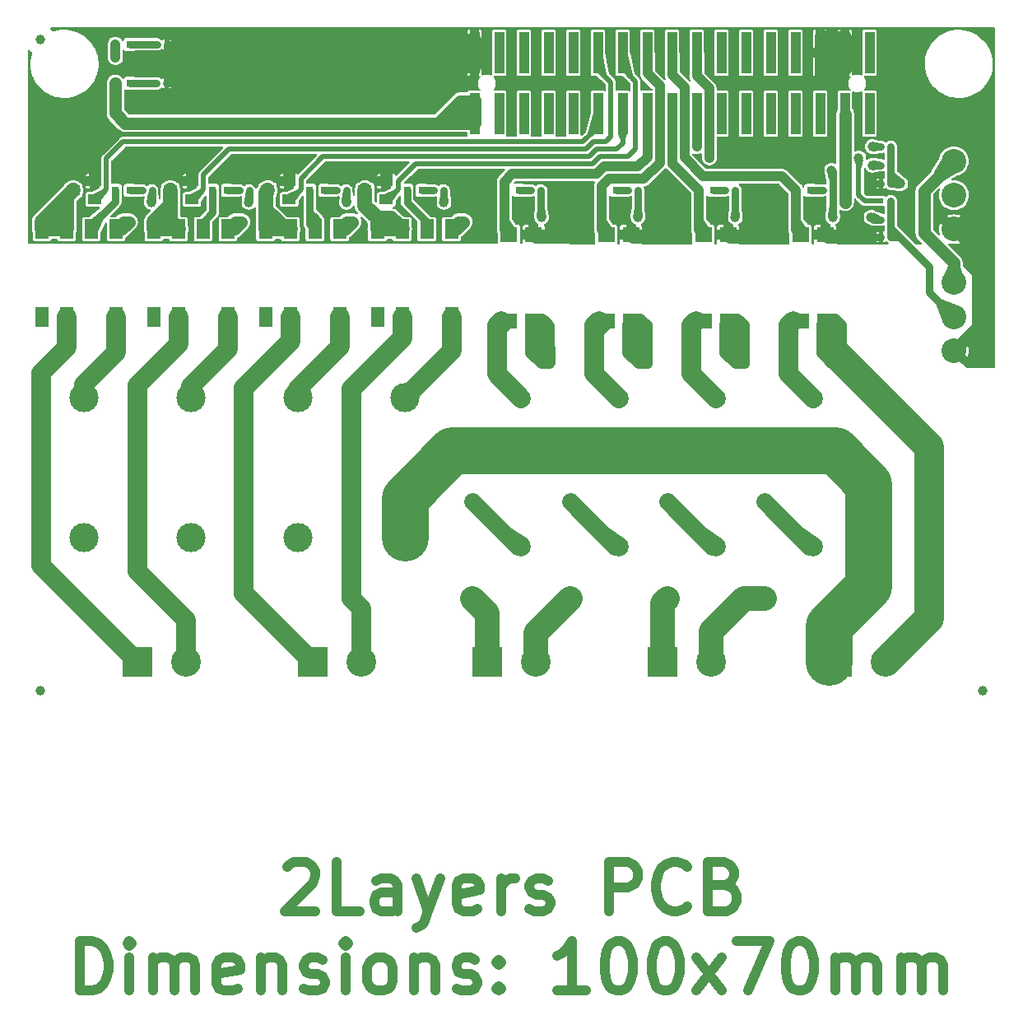
<source format=gbr>
G04 #@! TF.GenerationSoftware,KiCad,Pcbnew,7.0.5-4d25ed1034~172~ubuntu22.04.1*
G04 #@! TF.CreationDate,2023-06-14T16:15:44+03:00*
G04 #@! TF.ProjectId,AgonLight2-HvIO_Rev_A,41676f6e-4c69-4676-9874-322d4876494f,A*
G04 #@! TF.SameCoordinates,Original*
G04 #@! TF.FileFunction,Copper,L1,Top*
G04 #@! TF.FilePolarity,Positive*
%FSLAX46Y46*%
G04 Gerber Fmt 4.6, Leading zero omitted, Abs format (unit mm)*
G04 Created by KiCad (PCBNEW 7.0.5-4d25ed1034~172~ubuntu22.04.1) date 2023-06-14 16:15:44*
%MOMM*%
%LPD*%
G01*
G04 APERTURE LIST*
%ADD10C,1.016000*%
G04 #@! TA.AperFunction,NonConductor*
%ADD11C,1.016000*%
G04 #@! TD*
G04 #@! TA.AperFunction,SMDPad,CuDef*
%ADD12R,0.500000X0.550000*%
G04 #@! TD*
G04 #@! TA.AperFunction,ConnectorPad*
%ADD13C,1.000000*%
G04 #@! TD*
G04 #@! TA.AperFunction,ComponentPad*
%ADD14R,3.048000X3.048000*%
G04 #@! TD*
G04 #@! TA.AperFunction,ComponentPad*
%ADD15C,3.048000*%
G04 #@! TD*
G04 #@! TA.AperFunction,SMDPad,CuDef*
%ADD16R,0.800000X0.800000*%
G04 #@! TD*
G04 #@! TA.AperFunction,SMDPad,CuDef*
%ADD17R,1.400000X2.000000*%
G04 #@! TD*
G04 #@! TA.AperFunction,SMDPad,CuDef*
%ADD18R,2.000000X1.700000*%
G04 #@! TD*
G04 #@! TA.AperFunction,SMDPad,CuDef*
%ADD19R,1.746000X1.192000*%
G04 #@! TD*
G04 #@! TA.AperFunction,SMDPad,CuDef*
%ADD20R,1.778000X1.524000*%
G04 #@! TD*
G04 #@! TA.AperFunction,ComponentPad*
%ADD21C,2.000000*%
G04 #@! TD*
G04 #@! TA.AperFunction,ComponentPad*
%ADD22C,1.600000*%
G04 #@! TD*
G04 #@! TA.AperFunction,ComponentPad*
%ADD23C,2.540000*%
G04 #@! TD*
G04 #@! TA.AperFunction,SMDPad,CuDef*
%ADD24R,1.400000X1.000000*%
G04 #@! TD*
G04 #@! TA.AperFunction,ComponentPad*
%ADD25C,3.000000*%
G04 #@! TD*
G04 #@! TA.AperFunction,SMDPad,CuDef*
%ADD26R,1.000000X4.250000*%
G04 #@! TD*
G04 #@! TA.AperFunction,ViaPad*
%ADD27C,1.000000*%
G04 #@! TD*
G04 #@! TA.AperFunction,Conductor*
%ADD28C,1.270000*%
G04 #@! TD*
G04 #@! TA.AperFunction,Conductor*
%ADD29C,0.762000*%
G04 #@! TD*
G04 #@! TA.AperFunction,Conductor*
%ADD30C,1.016000*%
G04 #@! TD*
G04 #@! TA.AperFunction,Conductor*
%ADD31C,0.508000*%
G04 #@! TD*
G04 #@! TA.AperFunction,Conductor*
%ADD32C,2.032000*%
G04 #@! TD*
G04 #@! TA.AperFunction,Conductor*
%ADD33C,4.826000*%
G04 #@! TD*
G04 #@! TA.AperFunction,Conductor*
%ADD34C,1.524000*%
G04 #@! TD*
G04 #@! TA.AperFunction,Conductor*
%ADD35C,3.048000*%
G04 #@! TD*
G04 #@! TA.AperFunction,Conductor*
%ADD36C,1.778000*%
G04 #@! TD*
G04 #@! TA.AperFunction,Conductor*
%ADD37C,2.540000*%
G04 #@! TD*
G04 APERTURE END LIST*
D10*
D11*
X81898096Y-186550482D02*
X82140000Y-186308577D01*
X82140000Y-186308577D02*
X82623810Y-186066672D01*
X82623810Y-186066672D02*
X83833334Y-186066672D01*
X83833334Y-186066672D02*
X84317143Y-186308577D01*
X84317143Y-186308577D02*
X84559048Y-186550482D01*
X84559048Y-186550482D02*
X84800953Y-187034291D01*
X84800953Y-187034291D02*
X84800953Y-187518101D01*
X84800953Y-187518101D02*
X84559048Y-188243815D01*
X84559048Y-188243815D02*
X81656191Y-191146672D01*
X81656191Y-191146672D02*
X84800953Y-191146672D01*
X89397143Y-191146672D02*
X86978095Y-191146672D01*
X86978095Y-191146672D02*
X86978095Y-186066672D01*
X93267619Y-191146672D02*
X93267619Y-188485720D01*
X93267619Y-188485720D02*
X93025714Y-188001910D01*
X93025714Y-188001910D02*
X92541905Y-187760006D01*
X92541905Y-187760006D02*
X91574286Y-187760006D01*
X91574286Y-187760006D02*
X91090476Y-188001910D01*
X93267619Y-190904768D02*
X92783810Y-191146672D01*
X92783810Y-191146672D02*
X91574286Y-191146672D01*
X91574286Y-191146672D02*
X91090476Y-190904768D01*
X91090476Y-190904768D02*
X90848572Y-190420958D01*
X90848572Y-190420958D02*
X90848572Y-189937148D01*
X90848572Y-189937148D02*
X91090476Y-189453339D01*
X91090476Y-189453339D02*
X91574286Y-189211434D01*
X91574286Y-189211434D02*
X92783810Y-189211434D01*
X92783810Y-189211434D02*
X93267619Y-188969529D01*
X95202857Y-187760006D02*
X96412381Y-191146672D01*
X97621904Y-187760006D02*
X96412381Y-191146672D01*
X96412381Y-191146672D02*
X95928571Y-192356196D01*
X95928571Y-192356196D02*
X95686666Y-192598101D01*
X95686666Y-192598101D02*
X95202857Y-192840006D01*
X101492380Y-190904768D02*
X101008571Y-191146672D01*
X101008571Y-191146672D02*
X100040952Y-191146672D01*
X100040952Y-191146672D02*
X99557142Y-190904768D01*
X99557142Y-190904768D02*
X99315238Y-190420958D01*
X99315238Y-190420958D02*
X99315238Y-188485720D01*
X99315238Y-188485720D02*
X99557142Y-188001910D01*
X99557142Y-188001910D02*
X100040952Y-187760006D01*
X100040952Y-187760006D02*
X101008571Y-187760006D01*
X101008571Y-187760006D02*
X101492380Y-188001910D01*
X101492380Y-188001910D02*
X101734285Y-188485720D01*
X101734285Y-188485720D02*
X101734285Y-188969529D01*
X101734285Y-188969529D02*
X99315238Y-189453339D01*
X103911428Y-191146672D02*
X103911428Y-187760006D01*
X103911428Y-188727625D02*
X104153333Y-188243815D01*
X104153333Y-188243815D02*
X104395238Y-188001910D01*
X104395238Y-188001910D02*
X104879047Y-187760006D01*
X104879047Y-187760006D02*
X105362857Y-187760006D01*
X106814286Y-190904768D02*
X107298095Y-191146672D01*
X107298095Y-191146672D02*
X108265714Y-191146672D01*
X108265714Y-191146672D02*
X108749524Y-190904768D01*
X108749524Y-190904768D02*
X108991428Y-190420958D01*
X108991428Y-190420958D02*
X108991428Y-190179053D01*
X108991428Y-190179053D02*
X108749524Y-189695244D01*
X108749524Y-189695244D02*
X108265714Y-189453339D01*
X108265714Y-189453339D02*
X107540000Y-189453339D01*
X107540000Y-189453339D02*
X107056190Y-189211434D01*
X107056190Y-189211434D02*
X106814286Y-188727625D01*
X106814286Y-188727625D02*
X106814286Y-188485720D01*
X106814286Y-188485720D02*
X107056190Y-188001910D01*
X107056190Y-188001910D02*
X107540000Y-187760006D01*
X107540000Y-187760006D02*
X108265714Y-187760006D01*
X108265714Y-187760006D02*
X108749524Y-188001910D01*
X115039047Y-191146672D02*
X115039047Y-186066672D01*
X115039047Y-186066672D02*
X116974285Y-186066672D01*
X116974285Y-186066672D02*
X117458095Y-186308577D01*
X117458095Y-186308577D02*
X117700000Y-186550482D01*
X117700000Y-186550482D02*
X117941904Y-187034291D01*
X117941904Y-187034291D02*
X117941904Y-187760006D01*
X117941904Y-187760006D02*
X117700000Y-188243815D01*
X117700000Y-188243815D02*
X117458095Y-188485720D01*
X117458095Y-188485720D02*
X116974285Y-188727625D01*
X116974285Y-188727625D02*
X115039047Y-188727625D01*
X123021904Y-190662863D02*
X122780000Y-190904768D01*
X122780000Y-190904768D02*
X122054285Y-191146672D01*
X122054285Y-191146672D02*
X121570476Y-191146672D01*
X121570476Y-191146672D02*
X120844762Y-190904768D01*
X120844762Y-190904768D02*
X120360952Y-190420958D01*
X120360952Y-190420958D02*
X120119047Y-189937148D01*
X120119047Y-189937148D02*
X119877143Y-188969529D01*
X119877143Y-188969529D02*
X119877143Y-188243815D01*
X119877143Y-188243815D02*
X120119047Y-187276196D01*
X120119047Y-187276196D02*
X120360952Y-186792387D01*
X120360952Y-186792387D02*
X120844762Y-186308577D01*
X120844762Y-186308577D02*
X121570476Y-186066672D01*
X121570476Y-186066672D02*
X122054285Y-186066672D01*
X122054285Y-186066672D02*
X122780000Y-186308577D01*
X122780000Y-186308577D02*
X123021904Y-186550482D01*
X126892381Y-188485720D02*
X127618095Y-188727625D01*
X127618095Y-188727625D02*
X127860000Y-188969529D01*
X127860000Y-188969529D02*
X128101904Y-189453339D01*
X128101904Y-189453339D02*
X128101904Y-190179053D01*
X128101904Y-190179053D02*
X127860000Y-190662863D01*
X127860000Y-190662863D02*
X127618095Y-190904768D01*
X127618095Y-190904768D02*
X127134285Y-191146672D01*
X127134285Y-191146672D02*
X125199047Y-191146672D01*
X125199047Y-191146672D02*
X125199047Y-186066672D01*
X125199047Y-186066672D02*
X126892381Y-186066672D01*
X126892381Y-186066672D02*
X127376190Y-186308577D01*
X127376190Y-186308577D02*
X127618095Y-186550482D01*
X127618095Y-186550482D02*
X127860000Y-187034291D01*
X127860000Y-187034291D02*
X127860000Y-187518101D01*
X127860000Y-187518101D02*
X127618095Y-188001910D01*
X127618095Y-188001910D02*
X127376190Y-188243815D01*
X127376190Y-188243815D02*
X126892381Y-188485720D01*
X126892381Y-188485720D02*
X125199047Y-188485720D01*
X60610477Y-199325472D02*
X60610477Y-194245472D01*
X60610477Y-194245472D02*
X61820001Y-194245472D01*
X61820001Y-194245472D02*
X62545715Y-194487377D01*
X62545715Y-194487377D02*
X63029525Y-194971187D01*
X63029525Y-194971187D02*
X63271430Y-195454996D01*
X63271430Y-195454996D02*
X63513334Y-196422615D01*
X63513334Y-196422615D02*
X63513334Y-197148329D01*
X63513334Y-197148329D02*
X63271430Y-198115948D01*
X63271430Y-198115948D02*
X63029525Y-198599758D01*
X63029525Y-198599758D02*
X62545715Y-199083568D01*
X62545715Y-199083568D02*
X61820001Y-199325472D01*
X61820001Y-199325472D02*
X60610477Y-199325472D01*
X65690477Y-199325472D02*
X65690477Y-195938806D01*
X65690477Y-194245472D02*
X65448573Y-194487377D01*
X65448573Y-194487377D02*
X65690477Y-194729282D01*
X65690477Y-194729282D02*
X65932382Y-194487377D01*
X65932382Y-194487377D02*
X65690477Y-194245472D01*
X65690477Y-194245472D02*
X65690477Y-194729282D01*
X68109525Y-199325472D02*
X68109525Y-195938806D01*
X68109525Y-196422615D02*
X68351430Y-196180710D01*
X68351430Y-196180710D02*
X68835240Y-195938806D01*
X68835240Y-195938806D02*
X69560954Y-195938806D01*
X69560954Y-195938806D02*
X70044763Y-196180710D01*
X70044763Y-196180710D02*
X70286668Y-196664520D01*
X70286668Y-196664520D02*
X70286668Y-199325472D01*
X70286668Y-196664520D02*
X70528573Y-196180710D01*
X70528573Y-196180710D02*
X71012382Y-195938806D01*
X71012382Y-195938806D02*
X71738097Y-195938806D01*
X71738097Y-195938806D02*
X72221906Y-196180710D01*
X72221906Y-196180710D02*
X72463811Y-196664520D01*
X72463811Y-196664520D02*
X72463811Y-199325472D01*
X76818096Y-199083568D02*
X76334287Y-199325472D01*
X76334287Y-199325472D02*
X75366668Y-199325472D01*
X75366668Y-199325472D02*
X74882858Y-199083568D01*
X74882858Y-199083568D02*
X74640954Y-198599758D01*
X74640954Y-198599758D02*
X74640954Y-196664520D01*
X74640954Y-196664520D02*
X74882858Y-196180710D01*
X74882858Y-196180710D02*
X75366668Y-195938806D01*
X75366668Y-195938806D02*
X76334287Y-195938806D01*
X76334287Y-195938806D02*
X76818096Y-196180710D01*
X76818096Y-196180710D02*
X77060001Y-196664520D01*
X77060001Y-196664520D02*
X77060001Y-197148329D01*
X77060001Y-197148329D02*
X74640954Y-197632139D01*
X79237144Y-195938806D02*
X79237144Y-199325472D01*
X79237144Y-196422615D02*
X79479049Y-196180710D01*
X79479049Y-196180710D02*
X79962859Y-195938806D01*
X79962859Y-195938806D02*
X80688573Y-195938806D01*
X80688573Y-195938806D02*
X81172382Y-196180710D01*
X81172382Y-196180710D02*
X81414287Y-196664520D01*
X81414287Y-196664520D02*
X81414287Y-199325472D01*
X83591430Y-199083568D02*
X84075239Y-199325472D01*
X84075239Y-199325472D02*
X85042858Y-199325472D01*
X85042858Y-199325472D02*
X85526668Y-199083568D01*
X85526668Y-199083568D02*
X85768572Y-198599758D01*
X85768572Y-198599758D02*
X85768572Y-198357853D01*
X85768572Y-198357853D02*
X85526668Y-197874044D01*
X85526668Y-197874044D02*
X85042858Y-197632139D01*
X85042858Y-197632139D02*
X84317144Y-197632139D01*
X84317144Y-197632139D02*
X83833334Y-197390234D01*
X83833334Y-197390234D02*
X83591430Y-196906425D01*
X83591430Y-196906425D02*
X83591430Y-196664520D01*
X83591430Y-196664520D02*
X83833334Y-196180710D01*
X83833334Y-196180710D02*
X84317144Y-195938806D01*
X84317144Y-195938806D02*
X85042858Y-195938806D01*
X85042858Y-195938806D02*
X85526668Y-196180710D01*
X87945715Y-199325472D02*
X87945715Y-195938806D01*
X87945715Y-194245472D02*
X87703811Y-194487377D01*
X87703811Y-194487377D02*
X87945715Y-194729282D01*
X87945715Y-194729282D02*
X88187620Y-194487377D01*
X88187620Y-194487377D02*
X87945715Y-194245472D01*
X87945715Y-194245472D02*
X87945715Y-194729282D01*
X91090478Y-199325472D02*
X90606668Y-199083568D01*
X90606668Y-199083568D02*
X90364763Y-198841663D01*
X90364763Y-198841663D02*
X90122859Y-198357853D01*
X90122859Y-198357853D02*
X90122859Y-196906425D01*
X90122859Y-196906425D02*
X90364763Y-196422615D01*
X90364763Y-196422615D02*
X90606668Y-196180710D01*
X90606668Y-196180710D02*
X91090478Y-195938806D01*
X91090478Y-195938806D02*
X91816192Y-195938806D01*
X91816192Y-195938806D02*
X92300001Y-196180710D01*
X92300001Y-196180710D02*
X92541906Y-196422615D01*
X92541906Y-196422615D02*
X92783811Y-196906425D01*
X92783811Y-196906425D02*
X92783811Y-198357853D01*
X92783811Y-198357853D02*
X92541906Y-198841663D01*
X92541906Y-198841663D02*
X92300001Y-199083568D01*
X92300001Y-199083568D02*
X91816192Y-199325472D01*
X91816192Y-199325472D02*
X91090478Y-199325472D01*
X94960953Y-195938806D02*
X94960953Y-199325472D01*
X94960953Y-196422615D02*
X95202858Y-196180710D01*
X95202858Y-196180710D02*
X95686668Y-195938806D01*
X95686668Y-195938806D02*
X96412382Y-195938806D01*
X96412382Y-195938806D02*
X96896191Y-196180710D01*
X96896191Y-196180710D02*
X97138096Y-196664520D01*
X97138096Y-196664520D02*
X97138096Y-199325472D01*
X99315239Y-199083568D02*
X99799048Y-199325472D01*
X99799048Y-199325472D02*
X100766667Y-199325472D01*
X100766667Y-199325472D02*
X101250477Y-199083568D01*
X101250477Y-199083568D02*
X101492381Y-198599758D01*
X101492381Y-198599758D02*
X101492381Y-198357853D01*
X101492381Y-198357853D02*
X101250477Y-197874044D01*
X101250477Y-197874044D02*
X100766667Y-197632139D01*
X100766667Y-197632139D02*
X100040953Y-197632139D01*
X100040953Y-197632139D02*
X99557143Y-197390234D01*
X99557143Y-197390234D02*
X99315239Y-196906425D01*
X99315239Y-196906425D02*
X99315239Y-196664520D01*
X99315239Y-196664520D02*
X99557143Y-196180710D01*
X99557143Y-196180710D02*
X100040953Y-195938806D01*
X100040953Y-195938806D02*
X100766667Y-195938806D01*
X100766667Y-195938806D02*
X101250477Y-196180710D01*
X103669524Y-198841663D02*
X103911429Y-199083568D01*
X103911429Y-199083568D02*
X103669524Y-199325472D01*
X103669524Y-199325472D02*
X103427620Y-199083568D01*
X103427620Y-199083568D02*
X103669524Y-198841663D01*
X103669524Y-198841663D02*
X103669524Y-199325472D01*
X103669524Y-196180710D02*
X103911429Y-196422615D01*
X103911429Y-196422615D02*
X103669524Y-196664520D01*
X103669524Y-196664520D02*
X103427620Y-196422615D01*
X103427620Y-196422615D02*
X103669524Y-196180710D01*
X103669524Y-196180710D02*
X103669524Y-196664520D01*
X112620001Y-199325472D02*
X109717144Y-199325472D01*
X111168572Y-199325472D02*
X111168572Y-194245472D01*
X111168572Y-194245472D02*
X110684763Y-194971187D01*
X110684763Y-194971187D02*
X110200953Y-195454996D01*
X110200953Y-195454996D02*
X109717144Y-195696901D01*
X115764762Y-194245472D02*
X116248572Y-194245472D01*
X116248572Y-194245472D02*
X116732381Y-194487377D01*
X116732381Y-194487377D02*
X116974286Y-194729282D01*
X116974286Y-194729282D02*
X117216191Y-195213091D01*
X117216191Y-195213091D02*
X117458096Y-196180710D01*
X117458096Y-196180710D02*
X117458096Y-197390234D01*
X117458096Y-197390234D02*
X117216191Y-198357853D01*
X117216191Y-198357853D02*
X116974286Y-198841663D01*
X116974286Y-198841663D02*
X116732381Y-199083568D01*
X116732381Y-199083568D02*
X116248572Y-199325472D01*
X116248572Y-199325472D02*
X115764762Y-199325472D01*
X115764762Y-199325472D02*
X115280953Y-199083568D01*
X115280953Y-199083568D02*
X115039048Y-198841663D01*
X115039048Y-198841663D02*
X114797143Y-198357853D01*
X114797143Y-198357853D02*
X114555239Y-197390234D01*
X114555239Y-197390234D02*
X114555239Y-196180710D01*
X114555239Y-196180710D02*
X114797143Y-195213091D01*
X114797143Y-195213091D02*
X115039048Y-194729282D01*
X115039048Y-194729282D02*
X115280953Y-194487377D01*
X115280953Y-194487377D02*
X115764762Y-194245472D01*
X120602857Y-194245472D02*
X121086667Y-194245472D01*
X121086667Y-194245472D02*
X121570476Y-194487377D01*
X121570476Y-194487377D02*
X121812381Y-194729282D01*
X121812381Y-194729282D02*
X122054286Y-195213091D01*
X122054286Y-195213091D02*
X122296191Y-196180710D01*
X122296191Y-196180710D02*
X122296191Y-197390234D01*
X122296191Y-197390234D02*
X122054286Y-198357853D01*
X122054286Y-198357853D02*
X121812381Y-198841663D01*
X121812381Y-198841663D02*
X121570476Y-199083568D01*
X121570476Y-199083568D02*
X121086667Y-199325472D01*
X121086667Y-199325472D02*
X120602857Y-199325472D01*
X120602857Y-199325472D02*
X120119048Y-199083568D01*
X120119048Y-199083568D02*
X119877143Y-198841663D01*
X119877143Y-198841663D02*
X119635238Y-198357853D01*
X119635238Y-198357853D02*
X119393334Y-197390234D01*
X119393334Y-197390234D02*
X119393334Y-196180710D01*
X119393334Y-196180710D02*
X119635238Y-195213091D01*
X119635238Y-195213091D02*
X119877143Y-194729282D01*
X119877143Y-194729282D02*
X120119048Y-194487377D01*
X120119048Y-194487377D02*
X120602857Y-194245472D01*
X123989524Y-199325472D02*
X126650476Y-195938806D01*
X123989524Y-195938806D02*
X126650476Y-199325472D01*
X128101905Y-194245472D02*
X131488571Y-194245472D01*
X131488571Y-194245472D02*
X129311429Y-199325472D01*
X134391428Y-194245472D02*
X134875238Y-194245472D01*
X134875238Y-194245472D02*
X135359047Y-194487377D01*
X135359047Y-194487377D02*
X135600952Y-194729282D01*
X135600952Y-194729282D02*
X135842857Y-195213091D01*
X135842857Y-195213091D02*
X136084762Y-196180710D01*
X136084762Y-196180710D02*
X136084762Y-197390234D01*
X136084762Y-197390234D02*
X135842857Y-198357853D01*
X135842857Y-198357853D02*
X135600952Y-198841663D01*
X135600952Y-198841663D02*
X135359047Y-199083568D01*
X135359047Y-199083568D02*
X134875238Y-199325472D01*
X134875238Y-199325472D02*
X134391428Y-199325472D01*
X134391428Y-199325472D02*
X133907619Y-199083568D01*
X133907619Y-199083568D02*
X133665714Y-198841663D01*
X133665714Y-198841663D02*
X133423809Y-198357853D01*
X133423809Y-198357853D02*
X133181905Y-197390234D01*
X133181905Y-197390234D02*
X133181905Y-196180710D01*
X133181905Y-196180710D02*
X133423809Y-195213091D01*
X133423809Y-195213091D02*
X133665714Y-194729282D01*
X133665714Y-194729282D02*
X133907619Y-194487377D01*
X133907619Y-194487377D02*
X134391428Y-194245472D01*
X138261904Y-199325472D02*
X138261904Y-195938806D01*
X138261904Y-196422615D02*
X138503809Y-196180710D01*
X138503809Y-196180710D02*
X138987619Y-195938806D01*
X138987619Y-195938806D02*
X139713333Y-195938806D01*
X139713333Y-195938806D02*
X140197142Y-196180710D01*
X140197142Y-196180710D02*
X140439047Y-196664520D01*
X140439047Y-196664520D02*
X140439047Y-199325472D01*
X140439047Y-196664520D02*
X140680952Y-196180710D01*
X140680952Y-196180710D02*
X141164761Y-195938806D01*
X141164761Y-195938806D02*
X141890476Y-195938806D01*
X141890476Y-195938806D02*
X142374285Y-196180710D01*
X142374285Y-196180710D02*
X142616190Y-196664520D01*
X142616190Y-196664520D02*
X142616190Y-199325472D01*
X145035237Y-199325472D02*
X145035237Y-195938806D01*
X145035237Y-196422615D02*
X145277142Y-196180710D01*
X145277142Y-196180710D02*
X145760952Y-195938806D01*
X145760952Y-195938806D02*
X146486666Y-195938806D01*
X146486666Y-195938806D02*
X146970475Y-196180710D01*
X146970475Y-196180710D02*
X147212380Y-196664520D01*
X147212380Y-196664520D02*
X147212380Y-199325472D01*
X147212380Y-196664520D02*
X147454285Y-196180710D01*
X147454285Y-196180710D02*
X147938094Y-195938806D01*
X147938094Y-195938806D02*
X148663809Y-195938806D01*
X148663809Y-195938806D02*
X149147618Y-196180710D01*
X149147618Y-196180710D02*
X149389523Y-196664520D01*
X149389523Y-196664520D02*
X149389523Y-199325472D01*
D12*
X68500000Y-102000000D03*
X69516000Y-102000000D03*
D13*
X56500000Y-101500000D03*
D14*
X102500000Y-165500000D03*
D15*
X107500000Y-165500000D03*
D16*
X64238000Y-117000000D03*
X65762000Y-117000000D03*
D17*
X98810000Y-121000000D03*
X96270000Y-121000000D03*
X93730000Y-121000000D03*
X91190000Y-121000000D03*
X91190000Y-130000000D03*
X93730000Y-130000000D03*
X98810000Y-130000000D03*
D12*
X143002000Y-114427000D03*
X144018000Y-114427000D03*
D18*
X103500000Y-134055000D03*
D19*
X103627000Y-134055000D03*
X108373000Y-134055000D03*
D18*
X108500000Y-134055000D03*
D12*
X66992000Y-117000000D03*
X68008000Y-117000000D03*
D20*
X124730000Y-130445000D03*
X127270000Y-130445000D03*
X127270000Y-121555000D03*
X124730000Y-121555000D03*
D21*
X106000000Y-138380000D03*
X106000000Y-153620000D03*
D17*
X75810000Y-121000000D03*
X73270000Y-121000000D03*
X70730000Y-121000000D03*
X68190000Y-121000000D03*
X68190000Y-130000000D03*
X70730000Y-130000000D03*
X75810000Y-130000000D03*
D12*
X144018000Y-116332000D03*
X143002000Y-116332000D03*
X137000000Y-117000000D03*
X138016000Y-117000000D03*
D14*
X138500000Y-165500000D03*
D15*
X143500000Y-165500000D03*
D14*
X66500000Y-165500000D03*
D15*
X71500000Y-165500000D03*
D16*
X134238000Y-117000000D03*
X135762000Y-117000000D03*
D22*
X101000000Y-159000000D03*
X101000000Y-149000000D03*
D21*
X116000000Y-138380000D03*
X116000000Y-153620000D03*
D17*
X87310000Y-121000000D03*
X84770000Y-121000000D03*
X82230000Y-121000000D03*
X79690000Y-121000000D03*
X79690000Y-130000000D03*
X82230000Y-130000000D03*
X87310000Y-130000000D03*
D14*
X84500000Y-165500000D03*
D15*
X89500000Y-165500000D03*
D17*
X64310000Y-121000000D03*
X61770000Y-121000000D03*
X59230000Y-121000000D03*
X56690000Y-121000000D03*
X56690000Y-130000000D03*
X59230000Y-130000000D03*
X64310000Y-130000000D03*
D12*
X143002000Y-120015000D03*
X144018000Y-120015000D03*
D23*
X150500000Y-126500000D03*
X150500000Y-130000000D03*
X150500000Y-133500000D03*
D12*
X68492000Y-106000000D03*
X69508000Y-106000000D03*
D18*
X123500000Y-134000000D03*
D19*
X123627000Y-134000000D03*
X128373000Y-134000000D03*
D18*
X128500000Y-134000000D03*
D14*
X120500000Y-165500000D03*
D15*
X125500000Y-165500000D03*
D22*
X131000000Y-159000000D03*
X131000000Y-149000000D03*
D24*
X72107440Y-117949960D03*
X72107440Y-116047500D03*
X69897640Y-117002540D03*
D18*
X133500000Y-134000000D03*
D19*
X133627000Y-134000000D03*
X138373000Y-134000000D03*
D18*
X138500000Y-134000000D03*
D20*
X104730000Y-130445000D03*
X107270000Y-130445000D03*
X107270000Y-121555000D03*
X104730000Y-121555000D03*
D18*
X113500000Y-134000000D03*
D19*
X113627000Y-134000000D03*
X118373000Y-134000000D03*
D18*
X118500000Y-134000000D03*
D24*
X92107440Y-117949960D03*
X92107440Y-116047500D03*
X89897640Y-117002540D03*
D12*
X106992000Y-117000000D03*
X108008000Y-117000000D03*
X143002000Y-118110000D03*
X144018000Y-118110000D03*
D25*
X94000000Y-138300000D03*
X94000000Y-152700000D03*
D22*
X121000000Y-159000000D03*
X121000000Y-149000000D03*
D16*
X124238000Y-117000000D03*
X125762000Y-117000000D03*
D24*
X62107440Y-117949960D03*
X62107440Y-116047500D03*
X59897640Y-117002540D03*
D25*
X83000000Y-138300000D03*
X83000000Y-152700000D03*
X61000000Y-138300000D03*
X61000000Y-152700000D03*
D23*
X150500000Y-114000000D03*
X150500000Y-117500000D03*
X150500000Y-121000000D03*
D13*
X56500000Y-168500000D03*
D16*
X65762000Y-102000000D03*
X64238000Y-102000000D03*
D24*
X82107440Y-117949960D03*
X82107440Y-116047500D03*
X79897640Y-117002540D03*
D16*
X104238000Y-117000000D03*
X105762000Y-117000000D03*
X114238000Y-117000000D03*
X115762000Y-117000000D03*
X94238000Y-117000000D03*
X95762000Y-117000000D03*
D12*
X144018000Y-121793000D03*
X143002000Y-121793000D03*
D20*
X114730000Y-130445000D03*
X117270000Y-130445000D03*
X117270000Y-121555000D03*
X114730000Y-121555000D03*
D25*
X72000000Y-138300000D03*
X72000000Y-152700000D03*
D16*
X74238000Y-117000000D03*
X75762000Y-117000000D03*
D21*
X136000000Y-138380000D03*
X136000000Y-153620000D03*
X126000000Y-138380000D03*
X126000000Y-153620000D03*
D16*
X65762000Y-106000000D03*
X64238000Y-106000000D03*
D12*
X86992000Y-117000000D03*
X88008000Y-117000000D03*
X126992000Y-117000000D03*
X128008000Y-117000000D03*
D26*
X141820000Y-102875000D03*
X141820000Y-109125000D03*
X139280000Y-102875000D03*
X139280000Y-109125000D03*
X136740000Y-102875000D03*
X136740000Y-109125000D03*
X134200000Y-102875000D03*
X134200000Y-109125000D03*
X131660000Y-102875000D03*
X131660000Y-109125000D03*
X129120000Y-102875000D03*
X129120000Y-109125000D03*
X126580000Y-102875000D03*
X126580000Y-109125000D03*
X124040000Y-102875000D03*
X124040000Y-109125000D03*
X121500000Y-102875000D03*
X121500000Y-109125000D03*
X118960000Y-102875000D03*
X118960000Y-109125000D03*
X116420000Y-102875000D03*
X116420000Y-109125000D03*
X113880000Y-102875000D03*
X113880000Y-109125000D03*
X111340000Y-102875000D03*
X111340000Y-109125000D03*
X108800000Y-102875000D03*
X108800000Y-109125000D03*
X106260000Y-102875000D03*
X106260000Y-109125000D03*
X103720000Y-102875000D03*
X103720000Y-109125000D03*
X101180000Y-102875000D03*
X101180000Y-109125000D03*
D20*
X134730000Y-130445000D03*
X137270000Y-130445000D03*
X137270000Y-121555000D03*
X134730000Y-121555000D03*
D12*
X76992000Y-117000000D03*
X78008000Y-117000000D03*
D13*
X153500000Y-168500000D03*
D12*
X143002000Y-112522000D03*
X144018000Y-112522000D03*
D22*
X111000000Y-159000000D03*
X111000000Y-149000000D03*
D12*
X96992000Y-117000000D03*
X98008000Y-117000000D03*
X116992000Y-117000000D03*
X118008000Y-117000000D03*
D16*
X84238000Y-117000000D03*
X85762000Y-117000000D03*
D27*
X56134000Y-114300000D03*
X99949000Y-102870000D03*
X102438200Y-100838000D03*
X64770000Y-100838000D03*
X95250000Y-100838000D03*
X77470000Y-100838000D03*
X117678200Y-100838000D03*
X70485000Y-105918000D03*
X90170000Y-100838000D03*
X145415000Y-100838000D03*
X154178000Y-134620000D03*
X109093000Y-121793000D03*
X154178000Y-124460000D03*
X137922000Y-105537000D03*
X92710000Y-100838000D03*
X74930000Y-100838000D03*
X122758200Y-100838000D03*
X70485000Y-101981000D03*
X154178000Y-109220000D03*
X56134000Y-107315000D03*
X142113000Y-116332000D03*
X154178000Y-116840000D03*
X85090000Y-100838000D03*
X72136000Y-114935000D03*
X138938000Y-105537000D03*
X154178000Y-121920000D03*
X145415000Y-106045000D03*
X69850000Y-100838000D03*
X82169000Y-114935000D03*
X56134000Y-118110000D03*
X87630000Y-100838000D03*
X56134000Y-108585000D03*
X139065000Y-121793000D03*
X56134000Y-112395000D03*
X97790000Y-100838000D03*
X137922000Y-104521000D03*
X67310000Y-100838000D03*
X154178000Y-132080000D03*
X118999000Y-121793000D03*
X146685000Y-113665000D03*
X56134000Y-110490000D03*
X154178000Y-119380000D03*
X137922000Y-102362000D03*
X154178000Y-114300000D03*
X154178000Y-100838000D03*
X137998200Y-100838000D03*
X136779000Y-105537000D03*
X107518200Y-100838000D03*
X120243600Y-100838000D03*
X125323600Y-100838000D03*
X72390000Y-100838000D03*
X110058200Y-100838000D03*
X150622000Y-108585000D03*
X140538200Y-100838000D03*
X145415000Y-103505000D03*
X115138200Y-100838000D03*
X130378200Y-100838000D03*
X56134000Y-116205000D03*
X99949000Y-104267000D03*
X137922000Y-103505000D03*
X154178000Y-111760000D03*
X143510000Y-100838000D03*
X112623600Y-100838000D03*
X80010000Y-100838000D03*
X127863600Y-100838000D03*
X154178000Y-129540000D03*
X99949000Y-101473000D03*
X135483600Y-100838000D03*
X82550000Y-100838000D03*
X154178000Y-106680000D03*
X92075000Y-114935000D03*
X132918200Y-100838000D03*
X62103000Y-114935000D03*
X142113000Y-121793000D03*
X104978200Y-100838000D03*
X129032000Y-121793000D03*
X147320000Y-100838000D03*
X62230000Y-100838000D03*
X154178000Y-127000000D03*
X88011000Y-118237000D03*
X139319000Y-118237000D03*
X77978000Y-118237000D03*
X64262000Y-103378000D03*
X98044000Y-118237000D03*
X67945000Y-118237000D03*
X142113000Y-114427000D03*
X141986000Y-119761000D03*
X99695000Y-108966000D03*
X128016000Y-119761000D03*
X108077000Y-119761000D03*
X99695000Y-110109000D03*
X147447008Y-119761008D03*
X117983000Y-119761000D03*
X137922000Y-114935000D03*
X138016000Y-119761000D03*
X99695000Y-107823000D03*
X140716000Y-113665000D03*
X125348990Y-113665000D03*
X124040000Y-112536034D03*
X142113000Y-112522000D03*
X133350000Y-143764000D03*
X137160000Y-143764000D03*
X127635000Y-143764000D03*
X141732000Y-153035000D03*
X121920000Y-143764000D03*
X112395000Y-143764000D03*
X137795000Y-161798000D03*
X110490000Y-143764000D03*
X131445000Y-143764000D03*
X120015000Y-143764000D03*
X93980000Y-149098000D03*
X118110000Y-143764000D03*
X104775000Y-143764000D03*
X95758000Y-146812000D03*
X135255000Y-143764000D03*
X141732000Y-151130000D03*
X139065000Y-144780000D03*
X100965000Y-143764000D03*
X114300000Y-143764000D03*
X96774000Y-145796000D03*
X140970000Y-146685000D03*
X116205000Y-143764000D03*
X125730000Y-143764000D03*
X94742000Y-147828000D03*
X102870000Y-143764000D03*
X108585000Y-143764000D03*
X123825000Y-143764000D03*
X106680000Y-143764000D03*
X139065000Y-160401000D03*
X129540000Y-143764000D03*
X93980000Y-150368000D03*
X141732000Y-149225000D03*
X98425000Y-144145000D03*
X92456000Y-120269000D03*
X100076000Y-120269000D03*
X137922000Y-131699000D03*
X140208000Y-135636000D03*
X141097000Y-136525000D03*
X107908000Y-132715000D03*
X107908000Y-131699000D03*
X138980000Y-131699000D03*
X126898400Y-131699000D03*
X117906800Y-132715000D03*
X128972400Y-131699000D03*
X147955000Y-143256000D03*
X116890800Y-132715000D03*
X127914400Y-131699000D03*
X141986000Y-137414000D03*
X136906000Y-132715000D03*
X106892000Y-131699000D03*
X142875000Y-138430000D03*
X117906800Y-131699000D03*
X147320000Y-161925000D03*
X116890800Y-131699000D03*
X145288000Y-163703000D03*
X137922000Y-132715000D03*
X108966000Y-132715000D03*
X118964800Y-132715000D03*
X136906000Y-133731000D03*
X106892000Y-133731000D03*
X106892000Y-132715000D03*
X108966000Y-131699000D03*
X138980000Y-132715000D03*
X127914400Y-132715000D03*
X126898400Y-133731000D03*
X128972400Y-132715000D03*
X136906000Y-131699000D03*
X126898400Y-132715000D03*
X146939000Y-142240000D03*
X147955000Y-159385000D03*
X147955000Y-151130000D03*
X118964800Y-131699000D03*
X116890800Y-133731000D03*
X88646000Y-120269000D03*
X80975200Y-120269000D03*
X77216000Y-120269000D03*
X69469000Y-120269000D03*
X65659000Y-120269000D03*
X57962800Y-120269000D03*
X145034000Y-116332000D03*
D28*
X92107440Y-114967440D02*
X92075000Y-114935000D01*
X107270000Y-121555000D02*
X107508000Y-121793000D01*
X137922000Y-101517000D02*
X138598500Y-102193500D01*
X138598500Y-102193500D02*
X138598500Y-104562500D01*
X82107440Y-116047500D02*
X82107440Y-114996560D01*
D29*
X69508000Y-106000000D02*
X70403000Y-106000000D01*
D28*
X62103000Y-116043060D02*
X62107440Y-116047500D01*
X136740000Y-105498000D02*
X136779000Y-105537000D01*
X151892000Y-121000000D02*
X153797000Y-121000000D01*
D29*
X70466000Y-102000000D02*
X70485000Y-101981000D01*
X70485000Y-101981000D02*
X99949000Y-101981000D01*
X70485000Y-105918000D02*
X98298000Y-105918000D01*
D28*
X136740000Y-102875000D02*
X136740000Y-101180000D01*
X153797000Y-111760000D02*
X150622000Y-108585000D01*
X107508000Y-121793000D02*
X109093000Y-121793000D01*
X138938000Y-105537000D02*
X138938000Y-104902000D01*
X137922000Y-101219000D02*
X137922000Y-101517000D01*
X137270000Y-121555000D02*
X137508000Y-121793000D01*
X152431000Y-121000000D02*
X153797000Y-122366000D01*
X153797000Y-130203000D02*
X150500000Y-133500000D01*
X82107440Y-114996560D02*
X82169000Y-114935000D01*
X136779000Y-105537000D02*
X138938000Y-105537000D01*
X101180000Y-104267000D02*
X99949000Y-104267000D01*
X72136000Y-114935000D02*
X72107440Y-114963560D01*
X139280000Y-102875000D02*
X139280000Y-101219000D01*
X99954000Y-102875000D02*
X99949000Y-102870000D01*
X127508000Y-121793000D02*
X129032000Y-121793000D01*
X117270000Y-121555000D02*
X117508000Y-121793000D01*
X136740000Y-102875000D02*
X136740000Y-105498000D01*
D29*
X143002000Y-116332000D02*
X142113000Y-116332000D01*
X69516000Y-102000000D02*
X69516000Y-105992000D01*
D28*
X62103000Y-114935000D02*
X62103000Y-116043060D01*
X101180000Y-101473000D02*
X99949000Y-101473000D01*
X152431000Y-121000000D02*
X153797000Y-119634000D01*
X117508000Y-121793000D02*
X118999000Y-121793000D01*
X72107440Y-116047500D02*
X72107440Y-114963560D01*
D29*
X69516000Y-102000000D02*
X70466000Y-102000000D01*
D28*
X153797000Y-121000000D02*
X153797000Y-119634000D01*
X101180000Y-102875000D02*
X101180000Y-104267000D01*
D29*
X70403000Y-106000000D02*
X70485000Y-105918000D01*
D28*
X151892000Y-121000000D02*
X152431000Y-121000000D01*
X138598500Y-104562500D02*
X138938000Y-104902000D01*
X153797000Y-121000000D02*
X153797000Y-122682000D01*
X153797000Y-119634000D02*
X153797000Y-111760000D01*
X137883000Y-101180000D02*
X137922000Y-101219000D01*
X136740000Y-101180000D02*
X137883000Y-101180000D01*
D29*
X143002000Y-121793000D02*
X142113000Y-121793000D01*
D28*
X150500000Y-121000000D02*
X151892000Y-121000000D01*
D29*
X69516000Y-105992000D02*
X69508000Y-106000000D01*
D28*
X153797000Y-122366000D02*
X153797000Y-122682000D01*
X138598500Y-102193500D02*
X139280000Y-102875000D01*
X137508000Y-121793000D02*
X139065000Y-121793000D01*
X153797000Y-122682000D02*
X153797000Y-130203000D01*
X99949000Y-101473000D02*
X99949000Y-101981000D01*
X139280000Y-101219000D02*
X137922000Y-101219000D01*
X127270000Y-121555000D02*
X127508000Y-121793000D01*
X101180000Y-102875000D02*
X99954000Y-102875000D01*
X92107440Y-116047500D02*
X92107440Y-114967440D01*
X99949000Y-101981000D02*
X99949000Y-104267000D01*
D29*
X98298000Y-105918000D02*
X99949000Y-104267000D01*
D28*
X139280000Y-104560000D02*
X138938000Y-104902000D01*
X101180000Y-102875000D02*
X101180000Y-101473000D01*
X137922000Y-101219000D02*
X137922000Y-105537000D01*
X139280000Y-102875000D02*
X139280000Y-104560000D01*
X139319000Y-109164000D02*
X139319000Y-118237000D01*
D29*
X78008000Y-117000000D02*
X78008000Y-118207000D01*
X68008000Y-117000000D02*
X68008000Y-118174000D01*
X68008000Y-118174000D02*
X67945000Y-118237000D01*
X88008000Y-118234000D02*
X88011000Y-118237000D01*
X98008000Y-118201000D02*
X98044000Y-118237000D01*
X98008000Y-117000000D02*
X98008000Y-118201000D01*
X88008000Y-117000000D02*
X88008000Y-118234000D01*
X78008000Y-118207000D02*
X77978000Y-118237000D01*
D30*
X64238000Y-102000000D02*
X64238000Y-103354000D01*
X139280000Y-109125000D02*
X139319000Y-109164000D01*
D31*
X72307440Y-117949960D02*
X72107440Y-117949960D01*
X114681000Y-112014000D02*
X113423765Y-112014000D01*
X113880000Y-104609000D02*
X115189000Y-105918000D01*
X75946000Y-112776000D02*
X73315440Y-115406560D01*
X115189000Y-105918000D02*
X115189000Y-111506000D01*
X73315440Y-116941960D02*
X72307440Y-117949960D01*
X115189000Y-111506000D02*
X114681000Y-112014000D01*
X73315440Y-115406560D02*
X73315440Y-116941960D01*
X113880000Y-102875000D02*
X113880000Y-104609000D01*
X112661765Y-112776000D02*
X75946000Y-112776000D01*
X113423765Y-112014000D02*
X112661765Y-112776000D01*
D29*
X108008000Y-119692000D02*
X108077000Y-119761000D01*
X118008000Y-117000000D02*
X118008000Y-119736000D01*
D28*
X64238000Y-106000000D02*
X64238000Y-109069000D01*
X98298000Y-110109000D02*
X99695000Y-110109000D01*
D29*
X142240000Y-120015000D02*
X141986000Y-119761000D01*
D28*
X99695000Y-107823000D02*
X97409000Y-110109000D01*
X64238000Y-109069000D02*
X65278000Y-110109000D01*
X150500000Y-114000000D02*
X147447008Y-117052992D01*
X101180000Y-109125000D02*
X101180000Y-110021000D01*
X101092000Y-110109000D02*
X99695000Y-110109000D01*
X99695000Y-108966000D02*
X99441000Y-108966000D01*
D29*
X128008000Y-119753000D02*
X128016000Y-119761000D01*
D28*
X97409000Y-110109000D02*
X97155000Y-110109000D01*
X99695000Y-108966000D02*
X101021000Y-108966000D01*
X99695000Y-107823000D02*
X101092000Y-107823000D01*
X101092000Y-107823000D02*
X101180000Y-107735000D01*
X101021000Y-108966000D02*
X101180000Y-109125000D01*
X101180000Y-109125000D02*
X101180000Y-107735000D01*
X150500000Y-124465000D02*
X147447008Y-121412008D01*
X99441000Y-108966000D02*
X98298000Y-110109000D01*
D29*
X138016000Y-117000000D02*
X138016000Y-115029000D01*
X138016000Y-115029000D02*
X137922000Y-114935000D01*
D28*
X97155000Y-110109000D02*
X98298000Y-110109000D01*
D29*
X143002000Y-120015000D02*
X142240000Y-120015000D01*
D28*
X101180000Y-109125000D02*
X99854000Y-109125000D01*
X150500000Y-126500000D02*
X150500000Y-124465000D01*
X147447008Y-121412008D02*
X147447008Y-119761008D01*
X99695000Y-107823000D02*
X99695000Y-110109000D01*
D29*
X138016000Y-117000000D02*
X138016000Y-119761000D01*
X128008000Y-117000000D02*
X128008000Y-119753000D01*
X108008000Y-117000000D02*
X108008000Y-119692000D01*
D28*
X101180000Y-110021000D02*
X101092000Y-110109000D01*
X99854000Y-109125000D02*
X99695000Y-108966000D01*
X147447008Y-117052992D02*
X147447008Y-119761008D01*
D29*
X143002000Y-114427000D02*
X142113000Y-114427000D01*
X118008000Y-119736000D02*
X117983000Y-119761000D01*
D28*
X65278000Y-110109000D02*
X97155000Y-110109000D01*
D30*
X124714000Y-115570000D02*
X132808000Y-115570000D01*
X122770000Y-106387000D02*
X122770000Y-113626000D01*
X134730000Y-121555000D02*
X134238000Y-121063000D01*
X121500000Y-102875000D02*
X121500000Y-105117000D01*
X122770000Y-113626000D02*
X124714000Y-115570000D01*
X132808000Y-115570000D02*
X134238000Y-117000000D01*
X134238000Y-121063000D02*
X134238000Y-117000000D01*
X121500000Y-105117000D02*
X122770000Y-106387000D01*
X121500000Y-109125000D02*
X121500000Y-114261000D01*
X124730000Y-121555000D02*
X124238000Y-121063000D01*
X124238000Y-116999000D02*
X124238000Y-117000000D01*
X124238000Y-121063000D02*
X124238000Y-117000000D01*
X121500000Y-114261000D02*
X124238000Y-116999000D01*
X120230000Y-114212000D02*
X118618000Y-115824000D01*
X120238000Y-107950000D02*
X120230000Y-107958000D01*
X114238000Y-121063000D02*
X114238000Y-117000000D01*
X120238000Y-106254000D02*
X120238000Y-107950000D01*
X118618000Y-115824000D02*
X115001916Y-115824000D01*
X115001916Y-115824000D02*
X114238000Y-116587916D01*
X118960000Y-102875000D02*
X118960000Y-104976000D01*
X114730000Y-121555000D02*
X114238000Y-121063000D01*
X118960000Y-104976000D02*
X120238000Y-106254000D01*
X120230000Y-107958000D02*
X120230000Y-114212000D01*
X114238000Y-116587916D02*
X114238000Y-117000000D01*
X113330000Y-115316000D02*
X113330000Y-115316004D01*
X104238000Y-121063000D02*
X104238000Y-117000000D01*
X114475865Y-114554000D02*
X113713865Y-115316000D01*
X117983000Y-114554000D02*
X114475865Y-114554000D01*
X118960000Y-109125000D02*
X118960000Y-113577000D01*
X105029000Y-115316004D02*
X104238000Y-116107004D01*
X113330000Y-115316004D02*
X105029000Y-115316004D01*
X104238000Y-116107004D02*
X104238000Y-117000000D01*
X118960000Y-113577000D02*
X117983000Y-114554000D01*
X104730000Y-121555000D02*
X104238000Y-121063000D01*
X113713865Y-115316000D02*
X113330000Y-115316000D01*
D31*
X116420000Y-102875000D02*
X116420000Y-104500000D01*
X113293025Y-114300000D02*
X95122000Y-114300000D01*
X117729000Y-112776000D02*
X116967000Y-113538000D01*
X95122000Y-114300000D02*
X93330000Y-116092000D01*
X116420000Y-104500000D02*
X117729000Y-105809000D01*
X92307440Y-117949960D02*
X92107440Y-117949960D01*
X93330000Y-116092000D02*
X93330000Y-116927400D01*
X116967000Y-113538000D02*
X114055025Y-113538000D01*
X114055025Y-113538000D02*
X113293025Y-114300000D01*
X117729000Y-105809000D02*
X117729000Y-112776000D01*
X93330000Y-116927400D02*
X92307440Y-117949960D01*
X116420000Y-112180000D02*
X115824000Y-112776000D01*
X116420000Y-109125000D02*
X116420000Y-112180000D01*
X83330000Y-116927400D02*
X82307440Y-117949960D01*
X83330000Y-115806000D02*
X83330000Y-116927400D01*
X85598000Y-113538000D02*
X83330000Y-115806000D01*
X115824000Y-112776000D02*
X113739395Y-112776000D01*
X82307440Y-117949960D02*
X82107440Y-117949960D01*
X112977395Y-113538000D02*
X85598000Y-113538000D01*
X113739395Y-112776000D02*
X112977395Y-113538000D01*
X62307440Y-117949960D02*
X62107440Y-117949960D01*
X113880000Y-109125000D02*
X113880000Y-110480135D01*
X113880000Y-110480135D02*
X112346135Y-112014000D01*
X63315440Y-113722560D02*
X63315440Y-116941960D01*
X65024000Y-112014000D02*
X63315440Y-113722560D01*
X112346135Y-112014000D02*
X65024000Y-112014000D01*
X63315440Y-116941960D02*
X62307440Y-117949960D01*
D30*
X125318000Y-113634010D02*
X125348990Y-113665000D01*
X124040000Y-102875000D02*
X124040000Y-105244000D01*
X124040000Y-105244000D02*
X125318000Y-106522000D01*
D31*
X140716000Y-117475000D02*
X140716000Y-113665000D01*
D30*
X125318000Y-106522000D02*
X125318000Y-113634010D01*
D31*
X143002000Y-118110000D02*
X141351000Y-118110000D01*
X141351000Y-118110000D02*
X140716000Y-117475000D01*
D30*
X124040000Y-109125000D02*
X124040000Y-112536034D01*
D29*
X143002000Y-112522000D02*
X142113000Y-112522000D01*
X96992000Y-117000000D02*
X95762000Y-117000000D01*
X94238000Y-117000000D02*
X94238000Y-118241000D01*
X94238000Y-118241000D02*
X96270000Y-120273000D01*
X96270000Y-120273000D02*
X96270000Y-121000000D01*
D32*
X87310000Y-130000000D02*
X87310000Y-133055242D01*
X87310000Y-133055242D02*
X83000000Y-137365242D01*
X83000000Y-137365242D02*
X83000000Y-138300000D01*
D33*
X137658000Y-161808000D02*
X137658000Y-165500000D01*
X94000000Y-148636190D02*
X98872190Y-143764000D01*
X98872190Y-143764000D02*
X138303000Y-143764000D01*
X141732000Y-147193000D02*
X141732000Y-157734000D01*
X94000000Y-152700000D02*
X94000000Y-148636190D01*
X141732000Y-157734000D02*
X137658000Y-161808000D01*
X138303000Y-143764000D02*
X141732000Y-147193000D01*
D34*
X91190000Y-121000000D02*
X91190000Y-119892000D01*
D28*
X98810000Y-121000000D02*
X99345000Y-121000000D01*
D34*
X91190000Y-119892000D02*
X89897640Y-118599640D01*
D28*
X99345000Y-121000000D02*
X100076000Y-120269000D01*
D34*
X89897640Y-118599640D02*
X89897640Y-117002540D01*
X92622000Y-119892000D02*
X91190000Y-119892000D01*
D28*
X99541000Y-120269000D02*
X100076000Y-120269000D01*
X98810000Y-121000000D02*
X99541000Y-120269000D01*
D34*
X93730000Y-121000000D02*
X92622000Y-119892000D01*
X93730000Y-121000000D02*
X91190000Y-121000000D01*
D32*
X88519000Y-159004000D02*
X89500000Y-159985000D01*
X93730000Y-130000000D02*
X93730000Y-132203000D01*
X88519000Y-137414000D02*
X88519000Y-159004000D01*
X93730000Y-132203000D02*
X88519000Y-137414000D01*
X89500000Y-159985000D02*
X89500000Y-165500000D01*
X98810000Y-133490000D02*
X94000000Y-138300000D01*
X98810000Y-130000000D02*
X98810000Y-133490000D01*
X72000000Y-137169000D02*
X72000000Y-138300000D01*
X75810000Y-133359000D02*
X72000000Y-137169000D01*
X75810000Y-130000000D02*
X75810000Y-133359000D01*
X61000000Y-136993000D02*
X61000000Y-138300000D01*
X64310000Y-130000000D02*
X64310000Y-133683000D01*
X64310000Y-133683000D02*
X61000000Y-136993000D01*
D29*
X85762000Y-117000000D02*
X86992000Y-117000000D01*
X84770000Y-119785000D02*
X84238000Y-119253000D01*
X85090000Y-120680000D02*
X84770000Y-121000000D01*
X84238000Y-119253000D02*
X84238000Y-120468000D01*
X84770000Y-121000000D02*
X84770000Y-119785000D01*
X84238000Y-120468000D02*
X84770000Y-121000000D01*
X85090000Y-120105000D02*
X85090000Y-120680000D01*
X84238000Y-117000000D02*
X84238000Y-119253000D01*
X84770000Y-119785000D02*
X85090000Y-120105000D01*
X85090000Y-120105000D02*
X85090000Y-120142000D01*
X85090000Y-120142000D02*
X85090000Y-120389000D01*
X75762000Y-117000000D02*
X76992000Y-117000000D01*
X74238000Y-119310000D02*
X73270000Y-120278000D01*
X74238000Y-117000000D02*
X74238000Y-119310000D01*
X73270000Y-120278000D02*
X73270000Y-121000000D01*
X65762000Y-117000000D02*
X66992000Y-117000000D01*
X61770000Y-120602000D02*
X61770000Y-121000000D01*
X64238000Y-117000000D02*
X64238000Y-118134000D01*
X64238000Y-118134000D02*
X61770000Y-120602000D01*
D32*
X82230000Y-130000000D02*
X82230000Y-132527000D01*
X77470000Y-137287000D02*
X77470000Y-158470000D01*
X77470000Y-158470000D02*
X84500000Y-165500000D01*
X82230000Y-132527000D02*
X77470000Y-137287000D01*
X59230000Y-133175000D02*
X56579000Y-135826000D01*
X59230000Y-130000000D02*
X59230000Y-133175000D01*
X56579000Y-155579000D02*
X66500000Y-165500000D01*
X56579000Y-135826000D02*
X56579000Y-155579000D01*
X70730000Y-130000000D02*
X70730000Y-132851000D01*
X66548000Y-137033000D02*
X66548000Y-156210000D01*
X71500000Y-161162000D02*
X71500000Y-165500000D01*
X70730000Y-132851000D02*
X66548000Y-137033000D01*
X66548000Y-156210000D02*
X71500000Y-161162000D01*
D30*
X106892000Y-133731000D02*
X108035000Y-134874000D01*
D35*
X138500000Y-134000000D02*
X138572000Y-134000000D01*
D30*
X108373000Y-134055000D02*
X108274000Y-134055000D01*
X116890800Y-133731000D02*
X118033800Y-134874000D01*
X126898400Y-131699000D02*
X128972400Y-131699000D01*
X126898400Y-133731000D02*
X127914400Y-132715000D01*
X128972400Y-131699000D02*
X128972400Y-130877400D01*
X108474000Y-130445000D02*
X107270000Y-130445000D01*
X116932800Y-133731000D02*
X118964800Y-131699000D01*
X128540000Y-130445000D02*
X128270000Y-130175000D01*
X108966000Y-134874000D02*
X108966000Y-132715000D01*
X138811000Y-135636000D02*
X140208000Y-135636000D01*
X108204000Y-130175000D02*
X107270000Y-130175000D01*
X138980000Y-130852000D02*
X138980000Y-131699000D01*
X108966000Y-130937000D02*
X108474000Y-130445000D01*
X108035000Y-134874000D02*
X108966000Y-134874000D01*
X108966000Y-131699000D02*
X108524000Y-131699000D01*
X117906800Y-132715000D02*
X118364000Y-132715000D01*
X118964800Y-131699000D02*
X118964800Y-132715000D01*
X128972400Y-130877400D02*
X128540000Y-130445000D01*
X108966000Y-131699000D02*
X108966000Y-130937000D01*
X116890800Y-131699000D02*
X116890800Y-132715000D01*
X118237000Y-130175000D02*
X117270000Y-130175000D01*
X118507000Y-130445000D02*
X118237000Y-130175000D01*
X106892000Y-130823000D02*
X106892000Y-131699000D01*
X128041400Y-134874000D02*
X128972400Y-134874000D01*
X118964800Y-134839800D02*
X118999000Y-134874000D01*
X138524000Y-131699000D02*
X137270000Y-130445000D01*
X116890800Y-131699000D02*
X117906800Y-132715000D01*
X118364000Y-132715000D02*
X116890800Y-132715000D01*
X136906000Y-133731000D02*
X138811000Y-135636000D01*
X106892000Y-132715000D02*
X106892000Y-133731000D01*
X118507000Y-130445000D02*
X117270000Y-130445000D01*
X118524000Y-131699000D02*
X117270000Y-130445000D01*
X118964800Y-131699000D02*
X118964800Y-130902800D01*
X128972400Y-134874000D02*
X128972400Y-131699000D01*
X118964800Y-130902800D02*
X118507000Y-130445000D01*
X138980000Y-131699000D02*
X136906000Y-131699000D01*
X106892000Y-132715000D02*
X107033000Y-132715000D01*
X118964800Y-132715000D02*
X118964800Y-134839800D01*
X136906000Y-131699000D02*
X136906000Y-132715000D01*
X117159800Y-134000000D02*
X118500000Y-134000000D01*
X118964800Y-131699000D02*
X118524000Y-131699000D01*
X116890800Y-133731000D02*
X116932800Y-133731000D01*
X116890800Y-131699000D02*
X116890800Y-130824200D01*
X126898400Y-132715000D02*
X128972400Y-132715000D01*
X116890800Y-130824200D02*
X117270000Y-130445000D01*
X108474000Y-130445000D02*
X108204000Y-130175000D01*
X136906000Y-130809000D02*
X137270000Y-130445000D01*
X126898400Y-131699000D02*
X126898400Y-130816600D01*
X138980000Y-132715000D02*
X136906000Y-132715000D01*
D36*
X108500000Y-134055000D02*
X108500000Y-133096000D01*
D30*
X126898400Y-130816600D02*
X127270000Y-130445000D01*
X126898400Y-132715000D02*
X126898400Y-133731000D01*
X136906000Y-132715000D02*
X136906000Y-133731000D01*
X137270000Y-130175000D02*
X138303000Y-130175000D01*
X107216000Y-134055000D02*
X106892000Y-133731000D01*
X108966000Y-132715000D02*
X108966000Y-133589000D01*
X128524000Y-131699000D02*
X127270000Y-130445000D01*
X118964800Y-132715000D02*
X118364000Y-132715000D01*
X128972400Y-131699000D02*
X128524000Y-131699000D01*
X138980000Y-132715000D02*
X138980000Y-131699000D01*
D35*
X138572000Y-134000000D02*
X140208000Y-135636000D01*
D30*
X136906000Y-131699000D02*
X136906000Y-130809000D01*
X108500000Y-134055000D02*
X107216000Y-134055000D01*
X118964800Y-131699000D02*
X116890800Y-131699000D01*
D35*
X147955000Y-143383000D02*
X147955000Y-161045000D01*
D30*
X116890800Y-132715000D02*
X116890800Y-133731000D01*
X128270000Y-130175000D02*
X127270000Y-130175000D01*
X116890800Y-133731000D02*
X117159800Y-134000000D01*
D35*
X140208000Y-135636000D02*
X147955000Y-143383000D01*
D30*
X106892000Y-131699000D02*
X108966000Y-131699000D01*
X106892000Y-132715000D02*
X108966000Y-132715000D01*
X118033800Y-134874000D02*
X118999000Y-134874000D01*
X107033000Y-132715000D02*
X108373000Y-134055000D01*
X108966000Y-132715000D02*
X108966000Y-131699000D01*
D35*
X147955000Y-161045000D02*
X143500000Y-165500000D01*
D30*
X107270000Y-130445000D02*
X106892000Y-130823000D01*
X138573000Y-130445000D02*
X138980000Y-130852000D01*
X138980000Y-131699000D02*
X138524000Y-131699000D01*
X108524000Y-131699000D02*
X107270000Y-130445000D01*
X128540000Y-130445000D02*
X127270000Y-130445000D01*
X126898400Y-133731000D02*
X128041400Y-134874000D01*
X126898400Y-131699000D02*
X126898400Y-132715000D01*
X137270000Y-130445000D02*
X138573000Y-130445000D01*
X138303000Y-130175000D02*
X138573000Y-130445000D01*
X106892000Y-131699000D02*
X106892000Y-132715000D01*
X108966000Y-133589000D02*
X108500000Y-134055000D01*
D34*
X79690000Y-118872000D02*
X79690000Y-117210180D01*
D28*
X87310000Y-121000000D02*
X87915000Y-121000000D01*
D34*
X79690000Y-117210180D02*
X79897640Y-117002540D01*
X82230000Y-121000000D02*
X79690000Y-121000000D01*
X81706200Y-121000000D02*
X79690000Y-118983800D01*
D28*
X88041000Y-120269000D02*
X88646000Y-120269000D01*
X87310000Y-121000000D02*
X88041000Y-120269000D01*
X87915000Y-121000000D02*
X88646000Y-120269000D01*
D34*
X79690000Y-121000000D02*
X79690000Y-118872000D01*
X79690000Y-118983800D02*
X79690000Y-118872000D01*
X82230000Y-121000000D02*
X81706200Y-121000000D01*
X69897640Y-119292360D02*
X68190000Y-121000000D01*
D28*
X75810000Y-121000000D02*
X76485000Y-121000000D01*
X76485000Y-121000000D02*
X77216000Y-120269000D01*
D34*
X69897640Y-120167640D02*
X70730000Y-121000000D01*
X68190000Y-121000000D02*
X68190000Y-120233820D01*
X68190000Y-120233820D02*
X69897640Y-118526180D01*
X70730000Y-121000000D02*
X68190000Y-121000000D01*
D28*
X75810000Y-121000000D02*
X76541000Y-120269000D01*
D34*
X69897640Y-117002540D02*
X69897640Y-118237000D01*
X69897640Y-118237000D02*
X69897640Y-119292360D01*
X69897640Y-119292360D02*
X69897640Y-120167640D01*
D28*
X76541000Y-120269000D02*
X77216000Y-120269000D01*
D34*
X59230000Y-121000000D02*
X59230000Y-119380000D01*
D28*
X64310000Y-121000000D02*
X65041000Y-120269000D01*
D34*
X59230000Y-119380000D02*
X59230000Y-117670180D01*
X56690000Y-120210180D02*
X59230000Y-117670180D01*
X56690000Y-121000000D02*
X56690000Y-120210180D01*
D28*
X64928000Y-121000000D02*
X65659000Y-120269000D01*
D34*
X57658000Y-121000000D02*
X59230000Y-121000000D01*
X56690000Y-121000000D02*
X57658000Y-121000000D01*
X57658000Y-120952000D02*
X59230000Y-119380000D01*
D28*
X65041000Y-120269000D02*
X65659000Y-120269000D01*
D34*
X57658000Y-121000000D02*
X57658000Y-120952000D01*
X59230000Y-117670180D02*
X59897640Y-117002540D01*
D28*
X64310000Y-121000000D02*
X64928000Y-121000000D01*
D29*
X135762000Y-117000000D02*
X137000000Y-117000000D01*
X125762000Y-117000000D02*
X126992000Y-117000000D01*
X116992000Y-117000000D02*
X115762000Y-117000000D01*
X106992000Y-117000000D02*
X105762000Y-117000000D01*
D37*
X128909000Y-159000000D02*
X131000000Y-159000000D01*
X125500000Y-165500000D02*
X125500000Y-162409000D01*
X125500000Y-162409000D02*
X128909000Y-159000000D01*
X120500000Y-165500000D02*
X120500000Y-159500000D01*
X120500000Y-159500000D02*
X121000000Y-159000000D01*
X102500000Y-160500000D02*
X101000000Y-159000000D01*
X102500000Y-165500000D02*
X102500000Y-160500000D01*
X107500000Y-162500000D02*
X111000000Y-159000000D01*
X107500000Y-165500000D02*
X107500000Y-162500000D01*
D32*
X133500000Y-134000000D02*
X133500000Y-135880000D01*
X133500000Y-130913000D02*
X133968000Y-130445000D01*
X133500000Y-135880000D02*
X136000000Y-138380000D01*
X133500000Y-134000000D02*
X133500000Y-130913000D01*
D36*
X135620000Y-153620000D02*
X131000000Y-149000000D01*
X136000000Y-153620000D02*
X135620000Y-153620000D01*
D32*
X123500000Y-135880000D02*
X126000000Y-138380000D01*
X123500000Y-134000000D02*
X123500000Y-135880000D01*
X123500000Y-130913000D02*
X123968000Y-130445000D01*
X123500000Y-134000000D02*
X123500000Y-130913000D01*
D36*
X125620000Y-153620000D02*
X121000000Y-149000000D01*
X126000000Y-153620000D02*
X125620000Y-153620000D01*
D32*
X113500000Y-135880000D02*
X116000000Y-138380000D01*
D30*
X114730000Y-130445000D02*
X113968000Y-130445000D01*
D32*
X113500000Y-132080000D02*
X113500000Y-130913000D01*
X113500000Y-130913000D02*
X113968000Y-130445000D01*
X113500000Y-134000000D02*
X113500000Y-135880000D01*
X113500000Y-134000000D02*
X113500000Y-132080000D01*
D30*
X114730000Y-130850000D02*
X113500000Y-132080000D01*
X114730000Y-130445000D02*
X114730000Y-130850000D01*
D36*
X115620000Y-153620000D02*
X111000000Y-149000000D01*
X116000000Y-153620000D02*
X115620000Y-153620000D01*
D32*
X103500000Y-130913000D02*
X103968000Y-130445000D01*
X103500000Y-134055000D02*
X103500000Y-131953000D01*
X103500000Y-134055000D02*
X103500000Y-135880000D01*
D30*
X104730000Y-130723000D02*
X103500000Y-131953000D01*
D32*
X103500000Y-135880000D02*
X106000000Y-138380000D01*
D30*
X104730000Y-130445000D02*
X104730000Y-130723000D01*
X104730000Y-130445000D02*
X103968000Y-130445000D01*
D32*
X103500000Y-131953000D02*
X103500000Y-130913000D01*
D36*
X105620000Y-153620000D02*
X101000000Y-149000000D01*
X106000000Y-153620000D02*
X105620000Y-153620000D01*
D29*
X65762000Y-106000000D02*
X68492000Y-106000000D01*
X65762000Y-102000000D02*
X68500000Y-102000000D01*
X144018000Y-116332000D02*
X145034000Y-116332000D01*
X144018000Y-112522000D02*
X144018000Y-114427000D01*
X144018000Y-115316000D02*
X144018000Y-115189000D01*
X144018000Y-114427000D02*
X144018000Y-115189000D01*
X144018000Y-115189000D02*
X144018000Y-116332000D01*
X145034000Y-116332000D02*
X144018000Y-115316000D01*
X148500000Y-128000000D02*
X147955000Y-127455000D01*
X144018000Y-120500000D02*
X144018000Y-120015000D01*
X150500000Y-130000000D02*
X148500000Y-128000000D01*
X147955000Y-124841000D02*
X144907000Y-121793000D01*
X144018000Y-121793000D02*
X144018000Y-120500000D01*
X144907000Y-121793000D02*
X144018000Y-120904000D01*
X144018000Y-121793000D02*
X144907000Y-121793000D01*
X144018000Y-120015000D02*
X144018000Y-118110000D01*
X147955000Y-127455000D02*
X147955000Y-124841000D01*
X144018000Y-120904000D02*
X144018000Y-120500000D01*
G04 #@! TA.AperFunction,Conductor*
G36*
X116917825Y-102796446D02*
G01*
X116922409Y-102803387D01*
X117451752Y-105167668D01*
X117450216Y-105176490D01*
X117448608Y-105178497D01*
X117102748Y-105524357D01*
X117094475Y-105527784D01*
X117086202Y-105524357D01*
X117085707Y-105523831D01*
X116625398Y-105002847D01*
X116622520Y-104996217D01*
X116420336Y-102885189D01*
X116422959Y-102876630D01*
X116430098Y-102872530D01*
X116909109Y-102794396D01*
X116917825Y-102796446D01*
G37*
G04 #@! TD.AperFunction*
G04 #@! TA.AperFunction,Conductor*
G36*
X142126220Y-112023769D02*
G01*
X142991853Y-112139641D01*
X142999598Y-112144136D01*
X143002000Y-112151238D01*
X143002000Y-112892761D01*
X142998573Y-112901034D01*
X142991852Y-112904358D01*
X142126225Y-113020229D01*
X142117571Y-113017930D01*
X142113076Y-113010184D01*
X142112973Y-113008655D01*
X142112764Y-112904358D01*
X142112000Y-112522000D01*
X142112973Y-112035343D01*
X142116416Y-112027077D01*
X142124696Y-112023667D01*
X142126220Y-112023769D01*
G37*
G04 #@! TD.AperFunction*
G04 #@! TA.AperFunction,Conductor*
G36*
X135070191Y-151810346D02*
G01*
X136695339Y-152904967D01*
X136700287Y-152912430D01*
X136698507Y-152921206D01*
X136697084Y-152922935D01*
X136000715Y-153620699D01*
X135300523Y-154319492D01*
X135292246Y-154322911D01*
X135284680Y-154320125D01*
X133814627Y-153070414D01*
X133810543Y-153062445D01*
X133813291Y-153053922D01*
X133813920Y-153053239D01*
X135055383Y-151811776D01*
X135063655Y-151808350D01*
X135070191Y-151810346D01*
G37*
G04 #@! TD.AperFunction*
G04 #@! TA.AperFunction,Conductor*
G36*
X114464477Y-130428838D02*
G01*
X114472538Y-130432738D01*
X114475499Y-130440518D01*
X114475500Y-130749609D01*
X114475481Y-130750078D01*
X114472640Y-130785441D01*
X114472640Y-130785448D01*
X114475492Y-130844693D01*
X114475499Y-130844974D01*
X114475499Y-131286620D01*
X114475500Y-131286626D01*
X114477287Y-131314551D01*
X114477299Y-131314925D01*
X114477299Y-131563132D01*
X114477262Y-131563787D01*
X114475126Y-131582762D01*
X114475126Y-131582769D01*
X114475433Y-131601826D01*
X114475406Y-131602482D01*
X114473573Y-131621483D01*
X114477297Y-131737591D01*
X114477300Y-131737778D01*
X114477300Y-131827999D01*
X114473873Y-131836272D01*
X114473695Y-131836447D01*
X114201664Y-132097101D01*
X114193319Y-132100350D01*
X114185296Y-132096926D01*
X113480267Y-131391897D01*
X113476840Y-131383624D01*
X113477560Y-131379584D01*
X113838003Y-130400782D01*
X113844076Y-130394205D01*
X113849656Y-130393147D01*
X114464477Y-130428838D01*
G37*
G04 #@! TD.AperFunction*
G04 #@! TA.AperFunction,Conductor*
G36*
X134748215Y-120034427D02*
G01*
X134749497Y-120035948D01*
X135279674Y-120786152D01*
X135281650Y-120794886D01*
X135279584Y-120799782D01*
X134734916Y-121549234D01*
X134727280Y-121553912D01*
X134722008Y-121553538D01*
X133848516Y-121284542D01*
X133841617Y-121278832D01*
X133840305Y-121274394D01*
X133731130Y-120043734D01*
X133733812Y-120035190D01*
X133741750Y-120031046D01*
X133742784Y-120031000D01*
X134739942Y-120031000D01*
X134748215Y-120034427D01*
G37*
G04 #@! TD.AperFunction*
G04 #@! TA.AperFunction,Conductor*
G36*
X88386914Y-117241024D02*
G01*
X88390255Y-117247879D01*
X88509401Y-118223908D01*
X88507002Y-118232536D01*
X88499205Y-118236940D01*
X88497810Y-118237026D01*
X88011000Y-118237999D01*
X87524110Y-118237026D01*
X87515843Y-118233583D01*
X87512433Y-118225303D01*
X87512510Y-118223986D01*
X87625798Y-117247948D01*
X87630157Y-117240125D01*
X87637421Y-117237597D01*
X88378641Y-117237597D01*
X88386914Y-117241024D01*
G37*
G04 #@! TD.AperFunction*
G04 #@! TA.AperFunction,Conductor*
G36*
X68386218Y-117252958D02*
G01*
X68389626Y-117260569D01*
X68444300Y-118224662D01*
X68441347Y-118233115D01*
X68433281Y-118237005D01*
X68432642Y-118237024D01*
X67945000Y-118237999D01*
X67459025Y-118237028D01*
X67450758Y-118233585D01*
X67447348Y-118225305D01*
X67447542Y-118223207D01*
X67625234Y-117259108D01*
X67630103Y-117251595D01*
X67636740Y-117249531D01*
X68377945Y-117249531D01*
X68386218Y-117252958D01*
G37*
G04 #@! TD.AperFunction*
G04 #@! TA.AperFunction,Conductor*
G36*
X145029564Y-115835978D02*
G01*
X145033944Y-115843788D01*
X145034026Y-115845148D01*
X145035000Y-116332023D01*
X145034026Y-116818851D01*
X145030583Y-116827118D01*
X145022303Y-116830528D01*
X145020943Y-116830446D01*
X144044317Y-116714227D01*
X144036507Y-116709847D01*
X144034000Y-116702609D01*
X144034000Y-115961390D01*
X144037427Y-115953117D01*
X144044316Y-115949772D01*
X145020944Y-115833553D01*
X145029564Y-115835978D01*
G37*
G04 #@! TD.AperFunction*
G04 #@! TA.AperFunction,Conductor*
G36*
X114377498Y-102806938D02*
G01*
X114381988Y-102814233D01*
X114803082Y-105167934D01*
X114801166Y-105176681D01*
X114799838Y-105178267D01*
X114453962Y-105524143D01*
X114445689Y-105527570D01*
X114437416Y-105524143D01*
X114436738Y-105523404D01*
X113998691Y-105002989D01*
X113995960Y-104996097D01*
X113879882Y-102885008D01*
X113882849Y-102876560D01*
X113889914Y-102872783D01*
X114368825Y-102804709D01*
X114377498Y-102806938D01*
G37*
G04 #@! TD.AperFunction*
G04 #@! TA.AperFunction,Conductor*
G36*
X104748215Y-120034427D02*
G01*
X104749497Y-120035948D01*
X105279674Y-120786152D01*
X105281650Y-120794886D01*
X105279584Y-120799782D01*
X104734916Y-121549234D01*
X104727280Y-121553912D01*
X104722008Y-121553538D01*
X103848516Y-121284542D01*
X103841617Y-121278832D01*
X103840305Y-121274394D01*
X103731130Y-120043734D01*
X103733812Y-120035190D01*
X103741750Y-120031046D01*
X103742784Y-120031000D01*
X104739942Y-120031000D01*
X104748215Y-120034427D01*
G37*
G04 #@! TD.AperFunction*
G04 #@! TA.AperFunction,Conductor*
G36*
X118165255Y-129842378D02*
G01*
X119145125Y-130371072D01*
X119150778Y-130378016D01*
X119149866Y-130386924D01*
X119147842Y-130389641D01*
X118442264Y-131095219D01*
X118438251Y-131097843D01*
X118165542Y-131204442D01*
X118156589Y-131204262D01*
X118153667Y-131202428D01*
X117528585Y-130666571D01*
X117524534Y-130658585D01*
X117524500Y-130657688D01*
X117524500Y-130276860D01*
X117527927Y-130268587D01*
X117529612Y-130267191D01*
X118153122Y-129843002D01*
X118161889Y-129841183D01*
X118165255Y-129842378D01*
G37*
G04 #@! TD.AperFunction*
G04 #@! TA.AperFunction,Conductor*
G36*
X98387258Y-117247588D02*
G01*
X98390544Y-117254055D01*
X98421072Y-117449601D01*
X98541895Y-118223522D01*
X98539785Y-118232225D01*
X98532140Y-118236887D01*
X98530358Y-118237027D01*
X98044000Y-118237999D01*
X97556693Y-118237025D01*
X97548426Y-118233582D01*
X97545016Y-118225302D01*
X97545056Y-118224362D01*
X97626103Y-117254885D01*
X97630207Y-117246927D01*
X97637762Y-117244161D01*
X98378985Y-117244161D01*
X98387258Y-117247588D01*
G37*
G04 #@! TD.AperFunction*
G04 #@! TA.AperFunction,Conductor*
G36*
X84703074Y-119182578D02*
G01*
X84704433Y-119184210D01*
X85262974Y-119994330D01*
X85264849Y-120003086D01*
X85263824Y-120006168D01*
X84779464Y-120983043D01*
X84772719Y-120988933D01*
X84763785Y-120988328D01*
X84759399Y-120984558D01*
X84073264Y-120004662D01*
X84071327Y-119995921D01*
X84071650Y-119994565D01*
X84156795Y-119714259D01*
X84159715Y-119709391D01*
X84686529Y-119182577D01*
X84694801Y-119179151D01*
X84703074Y-119182578D01*
G37*
G04 #@! TD.AperFunction*
G04 #@! TA.AperFunction,Conductor*
G36*
X113869726Y-109122287D02*
G01*
X113877248Y-109127145D01*
X113879219Y-109135356D01*
X113595575Y-111244808D01*
X113591076Y-111252551D01*
X113590539Y-111252937D01*
X113214052Y-111507875D01*
X113205280Y-111509676D01*
X113199219Y-111506460D01*
X112851533Y-111158774D01*
X112848106Y-111150501D01*
X112848459Y-111147649D01*
X113377329Y-109043450D01*
X113382668Y-109036265D01*
X113390778Y-109034795D01*
X113869726Y-109122287D01*
G37*
G04 #@! TD.AperFunction*
G04 #@! TA.AperFunction,Conductor*
G36*
X107503580Y-133461445D02*
G01*
X108357712Y-134044783D01*
X108362611Y-134052279D01*
X108360775Y-134061044D01*
X108356595Y-134064781D01*
X107504666Y-134516571D01*
X107495751Y-134517420D01*
X107495059Y-134517184D01*
X106653147Y-134199987D01*
X106646613Y-134193863D01*
X106646323Y-134184913D01*
X106648997Y-134180767D01*
X107351691Y-133478073D01*
X107358668Y-133474719D01*
X107495689Y-133459479D01*
X107503580Y-133461445D01*
G37*
G04 #@! TD.AperFunction*
G04 #@! TA.AperFunction,Conductor*
G36*
X149181752Y-128138697D02*
G01*
X150655204Y-128745872D01*
X150661547Y-128752193D01*
X150662348Y-128758199D01*
X150501856Y-129991870D01*
X150497391Y-129999632D01*
X150491884Y-130001947D01*
X149269825Y-130173825D01*
X149261155Y-130171584D01*
X149257395Y-130166739D01*
X148638739Y-128681773D01*
X148638720Y-128672818D01*
X148641263Y-128669003D01*
X149169024Y-128141242D01*
X149177296Y-128137816D01*
X149181752Y-128138697D01*
G37*
G04 #@! TD.AperFunction*
G04 #@! TA.AperFunction,Conductor*
G36*
X78386574Y-117246394D02*
G01*
X78389954Y-117253624D01*
X78476861Y-118224282D01*
X78474186Y-118232827D01*
X78466251Y-118236978D01*
X78465231Y-118237025D01*
X77978000Y-118237999D01*
X77491557Y-118237027D01*
X77483290Y-118233584D01*
X77479880Y-118225304D01*
X77480008Y-118223601D01*
X77625506Y-117252932D01*
X77630122Y-117245259D01*
X77637077Y-117242967D01*
X78378301Y-117242967D01*
X78386574Y-117246394D01*
G37*
G04 #@! TD.AperFunction*
G04 #@! TA.AperFunction,Conductor*
G36*
X62604946Y-119242997D02*
G01*
X63130630Y-119768681D01*
X63134057Y-119776954D01*
X63132994Y-119781827D01*
X62474344Y-121219563D01*
X62467783Y-121225657D01*
X62460082Y-121225814D01*
X61776289Y-121002986D01*
X61769485Y-120997165D01*
X61768317Y-120993413D01*
X61636307Y-120006581D01*
X61638607Y-119997927D01*
X61640623Y-119995871D01*
X62589397Y-119242108D01*
X62598004Y-119239646D01*
X62604946Y-119242997D01*
G37*
G04 #@! TD.AperFunction*
G04 #@! TA.AperFunction,Conductor*
G36*
X124748215Y-120034427D02*
G01*
X124749497Y-120035948D01*
X125279674Y-120786152D01*
X125281650Y-120794886D01*
X125279584Y-120799782D01*
X124734916Y-121549234D01*
X124727280Y-121553912D01*
X124722008Y-121553538D01*
X123848516Y-121284542D01*
X123841617Y-121278832D01*
X123840305Y-121274394D01*
X123731130Y-120043734D01*
X123733812Y-120035190D01*
X123741750Y-120031046D01*
X123742784Y-120031000D01*
X124739942Y-120031000D01*
X124748215Y-120034427D01*
G37*
G04 #@! TD.AperFunction*
G04 #@! TA.AperFunction,Conductor*
G36*
X116429947Y-109168946D02*
G01*
X116431389Y-109172426D01*
X116919040Y-111245918D01*
X116918149Y-111253762D01*
X116677215Y-111743465D01*
X116670488Y-111749376D01*
X116666717Y-111750000D01*
X116173283Y-111750000D01*
X116165010Y-111746573D01*
X116162785Y-111743465D01*
X116115626Y-111647615D01*
X115921849Y-111253759D01*
X115920959Y-111245920D01*
X116408611Y-109172425D01*
X116413841Y-109165158D01*
X116422679Y-109163716D01*
X116429947Y-109168946D01*
G37*
G04 #@! TD.AperFunction*
G04 #@! TA.AperFunction,Conductor*
G36*
X138394883Y-118764427D02*
G01*
X138398228Y-118771317D01*
X138514446Y-119747943D01*
X138512021Y-119756564D01*
X138504211Y-119760944D01*
X138502851Y-119761026D01*
X138016000Y-119761999D01*
X137529148Y-119761026D01*
X137520881Y-119757583D01*
X137517471Y-119749303D01*
X137517552Y-119747956D01*
X137633772Y-118771316D01*
X137638152Y-118763507D01*
X137645390Y-118761000D01*
X138386610Y-118761000D01*
X138394883Y-118764427D01*
G37*
G04 #@! TD.AperFunction*
G04 #@! TA.AperFunction,Conductor*
G36*
X128166077Y-129686851D02*
G01*
X128885459Y-130078308D01*
X128891088Y-130085272D01*
X128890144Y-130094177D01*
X128888140Y-130096858D01*
X128180791Y-130804207D01*
X128180789Y-130804210D01*
X128160282Y-131183097D01*
X128156413Y-131191173D01*
X128147967Y-131194148D01*
X128140985Y-131191349D01*
X127528586Y-130666511D01*
X127524535Y-130658525D01*
X127524500Y-130657627D01*
X127524500Y-130231307D01*
X127527927Y-130223034D01*
X127528571Y-130222436D01*
X128152878Y-129688237D01*
X128161392Y-129685463D01*
X128166077Y-129686851D01*
G37*
G04 #@! TD.AperFunction*
G04 #@! TA.AperFunction,Conductor*
G36*
X128165274Y-129829988D02*
G01*
X129154513Y-130347815D01*
X129160253Y-130354688D01*
X129159453Y-130363607D01*
X129157360Y-130366454D01*
X128451685Y-131072129D01*
X128448284Y-131074493D01*
X128165804Y-131203883D01*
X128156856Y-131204213D01*
X128153319Y-131202130D01*
X127957083Y-131033905D01*
X127528585Y-130666571D01*
X127524534Y-130658585D01*
X127524500Y-130657688D01*
X127524500Y-130273261D01*
X127527927Y-130264988D01*
X127529519Y-130263657D01*
X128153180Y-129830743D01*
X128161929Y-129828841D01*
X128165274Y-129829988D01*
G37*
G04 #@! TD.AperFunction*
G04 #@! TA.AperFunction,Conductor*
G36*
X82987387Y-116922801D02*
G01*
X83333607Y-117269021D01*
X83337034Y-117277294D01*
X83334872Y-117284070D01*
X82811414Y-118020834D01*
X82803829Y-118025594D01*
X82800618Y-118025690D01*
X82114062Y-117951459D01*
X82106205Y-117947163D01*
X82104285Y-117943714D01*
X81933866Y-117459635D01*
X81934351Y-117450696D01*
X81939607Y-117445319D01*
X82973823Y-116920639D01*
X82982749Y-116919953D01*
X82987387Y-116922801D01*
G37*
G04 #@! TD.AperFunction*
G04 #@! TA.AperFunction,Conductor*
G36*
X128386968Y-118766018D02*
G01*
X128390301Y-118772815D01*
X128514327Y-119747850D01*
X128511972Y-119756489D01*
X128504197Y-119760932D01*
X128502744Y-119761026D01*
X128016000Y-119761999D01*
X127529046Y-119761026D01*
X127520779Y-119757583D01*
X127517369Y-119749303D01*
X127517440Y-119748044D01*
X127625842Y-118772998D01*
X127630163Y-118765154D01*
X127637471Y-118762591D01*
X128378695Y-118762591D01*
X128386968Y-118766018D01*
G37*
G04 #@! TD.AperFunction*
G04 #@! TA.AperFunction,Conductor*
G36*
X138166005Y-129686649D02*
G01*
X138778807Y-130005878D01*
X138918061Y-130078420D01*
X138923816Y-130085281D01*
X138923032Y-130094201D01*
X138920929Y-130097069D01*
X138213790Y-130804206D01*
X138213790Y-130804208D01*
X138161896Y-131185491D01*
X138157385Y-131193226D01*
X138148725Y-131195506D01*
X138142690Y-131192797D01*
X137916989Y-130999371D01*
X137528586Y-130666507D01*
X137524535Y-130658521D01*
X137524500Y-130657623D01*
X137524500Y-130231307D01*
X137527927Y-130223034D01*
X137528571Y-130222436D01*
X138152998Y-129688135D01*
X138161510Y-129685361D01*
X138166005Y-129686649D01*
G37*
G04 #@! TD.AperFunction*
G04 #@! TA.AperFunction,Conductor*
G36*
X142187976Y-119303956D02*
G01*
X142188347Y-119304118D01*
X142899259Y-119630868D01*
X142905345Y-119637437D01*
X142906073Y-119641499D01*
X142906073Y-120382457D01*
X142902646Y-120390730D01*
X142894373Y-120394157D01*
X142892674Y-120394033D01*
X141995980Y-120262464D01*
X141988292Y-120257872D01*
X141985979Y-120250913D01*
X141985004Y-119763345D01*
X141985902Y-119758833D01*
X142172678Y-119310259D01*
X142179022Y-119303939D01*
X142187976Y-119303956D01*
G37*
G04 #@! TD.AperFunction*
G04 #@! TA.AperFunction,Conductor*
G36*
X109471709Y-133078427D02*
G01*
X109475075Y-133085509D01*
X109499313Y-133322474D01*
X109496746Y-133331053D01*
X109494540Y-133333138D01*
X108510089Y-134046686D01*
X108501380Y-134048767D01*
X108493750Y-134044079D01*
X108493336Y-134043469D01*
X107971291Y-133218512D01*
X107969763Y-133209689D01*
X107974922Y-133202369D01*
X107978203Y-133200941D01*
X108456540Y-133075383D01*
X108459511Y-133075000D01*
X109463436Y-133075000D01*
X109471709Y-133078427D01*
G37*
G04 #@! TD.AperFunction*
G04 #@! TA.AperFunction,Conductor*
G36*
X128158494Y-130242780D02*
G01*
X128162954Y-130247876D01*
X128225949Y-130386932D01*
X128589164Y-131188697D01*
X128590207Y-131193525D01*
X128590207Y-132186063D01*
X128586780Y-132194336D01*
X128578507Y-132197763D01*
X128572376Y-132196028D01*
X127503917Y-131538618D01*
X127498666Y-131531364D01*
X127498583Y-131526322D01*
X127514002Y-131450615D01*
X127524500Y-131286622D01*
X127524500Y-130395205D01*
X127527927Y-130386932D01*
X127533557Y-130383809D01*
X128149663Y-130241306D01*
X128158494Y-130242780D01*
G37*
G04 #@! TD.AperFunction*
G04 #@! TA.AperFunction,Conductor*
G36*
X138165293Y-129817561D02*
G01*
X138775402Y-130127317D01*
X139163902Y-130324562D01*
X139169727Y-130331362D01*
X139169037Y-130340291D01*
X139166878Y-130343267D01*
X138461136Y-131049009D01*
X138458268Y-131051113D01*
X138166014Y-131203346D01*
X138157094Y-131204128D01*
X138152996Y-131201853D01*
X137974702Y-131049009D01*
X137528585Y-130666571D01*
X137524534Y-130658585D01*
X137524500Y-130657688D01*
X137524500Y-130269654D01*
X137527927Y-130261381D01*
X137529435Y-130260107D01*
X138153239Y-129818444D01*
X138161971Y-129816461D01*
X138165293Y-129817561D01*
G37*
G04 #@! TD.AperFunction*
G04 #@! TA.AperFunction,Conductor*
G36*
X150491884Y-113998052D02*
G01*
X150499599Y-114002598D01*
X150501856Y-114008129D01*
X150662522Y-115243142D01*
X150660191Y-115251788D01*
X150656982Y-115254658D01*
X149361994Y-116039125D01*
X149353142Y-116040481D01*
X149347659Y-116037391D01*
X148462625Y-115152357D01*
X148459198Y-115144084D01*
X148460905Y-115138000D01*
X149256869Y-113831483D01*
X149264100Y-113826201D01*
X149268487Y-113825985D01*
X150491884Y-113998052D01*
G37*
G04 #@! TD.AperFunction*
G04 #@! TA.AperFunction,Conductor*
G36*
X125070191Y-151810346D02*
G01*
X126695339Y-152904967D01*
X126700287Y-152912430D01*
X126698507Y-152921206D01*
X126697084Y-152922935D01*
X126000715Y-153620699D01*
X125300523Y-154319492D01*
X125292246Y-154322911D01*
X125284680Y-154320125D01*
X123814627Y-153070414D01*
X123810543Y-153062445D01*
X123813291Y-153053922D01*
X123813920Y-153053239D01*
X125055383Y-151811776D01*
X125063655Y-151808350D01*
X125070191Y-151810346D01*
G37*
G04 #@! TD.AperFunction*
G04 #@! TA.AperFunction,Conductor*
G36*
X144604465Y-115361913D02*
G01*
X145377221Y-115970313D01*
X145381601Y-115978123D01*
X145379176Y-115986744D01*
X145378273Y-115987763D01*
X145034723Y-116332690D01*
X144689763Y-116676273D01*
X144681483Y-116679683D01*
X144673216Y-116676240D01*
X144672313Y-116675221D01*
X144063913Y-115902465D01*
X144061488Y-115893844D01*
X144064832Y-115886955D01*
X144588955Y-115362832D01*
X144597227Y-115359406D01*
X144604465Y-115361913D01*
G37*
G04 #@! TD.AperFunction*
G04 #@! TA.AperFunction,Conductor*
G36*
X108387593Y-118778152D02*
G01*
X108390812Y-118784232D01*
X108476883Y-119235774D01*
X108574357Y-119747137D01*
X108572540Y-119755906D01*
X108565055Y-119760821D01*
X108562887Y-119761028D01*
X108077000Y-119761999D01*
X107589283Y-119761024D01*
X107581016Y-119757581D01*
X107577606Y-119749301D01*
X107577619Y-119748770D01*
X107626436Y-118785833D01*
X107630278Y-118777744D01*
X107638122Y-118774725D01*
X108379320Y-118774725D01*
X108387593Y-118778152D01*
G37*
G04 #@! TD.AperFunction*
G04 #@! TA.AperFunction,Conductor*
G36*
X107506742Y-133210731D02*
G01*
X108488872Y-134045646D01*
X108492956Y-134053615D01*
X108490208Y-134062138D01*
X108487771Y-134064304D01*
X107506414Y-134716598D01*
X107497627Y-134718324D01*
X107493549Y-134716655D01*
X107012728Y-134403145D01*
X106544870Y-134098086D01*
X106539811Y-134090696D01*
X106541459Y-134081895D01*
X106542982Y-134080017D01*
X107250406Y-133372593D01*
X107252153Y-133371157D01*
X107492651Y-133209926D01*
X107501429Y-133208166D01*
X107506742Y-133210731D01*
G37*
G04 #@! TD.AperFunction*
G04 #@! TA.AperFunction,Conductor*
G36*
X108158494Y-130242780D02*
G01*
X108162954Y-130247876D01*
X108225949Y-130386932D01*
X108589164Y-131188697D01*
X108590207Y-131193525D01*
X108590207Y-132186063D01*
X108586780Y-132194336D01*
X108578507Y-132197763D01*
X108572376Y-132196028D01*
X107503917Y-131538618D01*
X107498666Y-131531364D01*
X107498583Y-131526322D01*
X107514002Y-131450615D01*
X107524500Y-131286622D01*
X107524500Y-130395205D01*
X107527927Y-130386932D01*
X107533557Y-130383809D01*
X108149663Y-130241306D01*
X108158494Y-130242780D01*
G37*
G04 #@! TD.AperFunction*
G04 #@! TA.AperFunction,Conductor*
G36*
X150800002Y-123876489D02*
G01*
X150802735Y-123880793D01*
X151441575Y-125652206D01*
X151441158Y-125661151D01*
X151438354Y-125664909D01*
X150507382Y-126494756D01*
X150498926Y-126497703D01*
X150493213Y-126495826D01*
X150093718Y-126235641D01*
X149458571Y-125821978D01*
X149453508Y-125814591D01*
X149454186Y-125807602D01*
X149897574Y-124763572D01*
X149900065Y-124759880D01*
X150783457Y-123876488D01*
X150791729Y-123873062D01*
X150800002Y-123876489D01*
G37*
G04 #@! TD.AperFunction*
G04 #@! TA.AperFunction,Conductor*
G36*
X108165232Y-129854730D02*
G01*
X108930908Y-130280448D01*
X109135734Y-130394332D01*
X109141299Y-130401348D01*
X109140274Y-130410244D01*
X109138321Y-130412831D01*
X108432877Y-131118275D01*
X108428159Y-131121149D01*
X108165216Y-131205017D01*
X108156293Y-131204266D01*
X108154046Y-131202753D01*
X107528585Y-130666571D01*
X107524534Y-130658585D01*
X107524500Y-130657688D01*
X107524500Y-130280448D01*
X107527927Y-130272175D01*
X107529703Y-130270718D01*
X108153063Y-129855221D01*
X108161847Y-129853485D01*
X108165232Y-129854730D01*
G37*
G04 #@! TD.AperFunction*
G04 #@! TA.AperFunction,Conductor*
G36*
X114748215Y-120034427D02*
G01*
X114749497Y-120035948D01*
X115279674Y-120786152D01*
X115281650Y-120794886D01*
X115279584Y-120799782D01*
X114734916Y-121549234D01*
X114727280Y-121553912D01*
X114722008Y-121553538D01*
X113848516Y-121284542D01*
X113841617Y-121278832D01*
X113840305Y-121274394D01*
X113731130Y-120043734D01*
X113733812Y-120035190D01*
X113741750Y-120031046D01*
X113742784Y-120031000D01*
X114739942Y-120031000D01*
X114748215Y-120034427D01*
G37*
G04 #@! TD.AperFunction*
G04 #@! TA.AperFunction,Conductor*
G36*
X117507740Y-133156580D02*
G01*
X118146973Y-133699996D01*
X118489114Y-133990852D01*
X118493198Y-133998821D01*
X118490450Y-134007344D01*
X118488205Y-134009379D01*
X117506329Y-134690512D01*
X117497578Y-134692412D01*
X117493463Y-134690823D01*
X116544071Y-134098002D01*
X116538869Y-134090714D01*
X116540344Y-134081881D01*
X116541991Y-134079809D01*
X117249913Y-133371887D01*
X117250137Y-133371678D01*
X117492400Y-133156742D01*
X117500862Y-133153816D01*
X117507740Y-133156580D01*
G37*
G04 #@! TD.AperFunction*
G04 #@! TA.AperFunction,Conductor*
G36*
X141168581Y-113852445D02*
G01*
X141174902Y-113858789D01*
X141175415Y-113866160D01*
X140972259Y-114656214D01*
X140966880Y-114663373D01*
X140960928Y-114665000D01*
X140471072Y-114665000D01*
X140462799Y-114661573D01*
X140459741Y-114656214D01*
X140401373Y-114429229D01*
X140256584Y-113866158D01*
X140257842Y-113857294D01*
X140263416Y-113852446D01*
X140711504Y-113665871D01*
X140720455Y-113665855D01*
X141168581Y-113852445D01*
G37*
G04 #@! TD.AperFunction*
G04 #@! TA.AperFunction,Conductor*
G36*
X107158900Y-132345979D02*
G01*
X108799513Y-133200270D01*
X108805268Y-133207130D01*
X108805111Y-133214628D01*
X108503067Y-134049287D01*
X108497029Y-134055901D01*
X108495138Y-134056595D01*
X107508883Y-134325102D01*
X107500001Y-134323969D01*
X107495560Y-134319455D01*
X106893450Y-133225634D01*
X106892000Y-133219992D01*
X106892000Y-132633630D01*
X106895427Y-132625357D01*
X107065004Y-132455780D01*
X107065004Y-132455779D01*
X107065008Y-132455776D01*
X107144109Y-132349373D01*
X107151792Y-132344781D01*
X107158900Y-132345979D01*
G37*
G04 #@! TD.AperFunction*
G04 #@! TA.AperFunction,Conductor*
G36*
X92987387Y-116922801D02*
G01*
X93333607Y-117269021D01*
X93337034Y-117277294D01*
X93334872Y-117284070D01*
X92811414Y-118020834D01*
X92803829Y-118025594D01*
X92800618Y-118025690D01*
X92114062Y-117951459D01*
X92106205Y-117947163D01*
X92104285Y-117943714D01*
X91933866Y-117459635D01*
X91934351Y-117450696D01*
X91939607Y-117445319D01*
X92973823Y-116920639D01*
X92982749Y-116919953D01*
X92987387Y-116922801D01*
G37*
G04 #@! TD.AperFunction*
G04 #@! TA.AperFunction,Conductor*
G36*
X118158493Y-130242780D02*
G01*
X118162953Y-130247876D01*
X118252254Y-130445000D01*
X118589164Y-131188697D01*
X118590207Y-131193525D01*
X118590207Y-132186063D01*
X118586780Y-132194336D01*
X118578507Y-132197763D01*
X118572376Y-132196028D01*
X117503917Y-131538618D01*
X117498666Y-131531364D01*
X117498583Y-131526322D01*
X117514002Y-131450615D01*
X117524500Y-131286622D01*
X117524500Y-130395205D01*
X117527927Y-130386932D01*
X117533557Y-130383808D01*
X118149662Y-130241306D01*
X118158493Y-130242780D01*
G37*
G04 #@! TD.AperFunction*
G04 #@! TA.AperFunction,Conductor*
G36*
X138158494Y-130242780D02*
G01*
X138162954Y-130247876D01*
X138225949Y-130386932D01*
X138589164Y-131188697D01*
X138590207Y-131193525D01*
X138590207Y-132186063D01*
X138586780Y-132194336D01*
X138578507Y-132197763D01*
X138572376Y-132196028D01*
X137503917Y-131538618D01*
X137498666Y-131531364D01*
X137498583Y-131526322D01*
X137514002Y-131450615D01*
X137524500Y-131286622D01*
X137524500Y-130395205D01*
X137527927Y-130386932D01*
X137533557Y-130383809D01*
X138149663Y-130241306D01*
X138158494Y-130242780D01*
G37*
G04 #@! TD.AperFunction*
G04 #@! TA.AperFunction,Conductor*
G36*
X117503378Y-133406458D02*
G01*
X117504850Y-133407312D01*
X118358088Y-133990040D01*
X118362987Y-133997535D01*
X118361151Y-134006300D01*
X118357188Y-134009919D01*
X117504606Y-134485420D01*
X117495711Y-134486457D01*
X117495025Y-134486239D01*
X116637245Y-134184499D01*
X116630577Y-134178521D01*
X116630090Y-134169580D01*
X116632852Y-134165191D01*
X117336227Y-133461816D01*
X117340675Y-133459033D01*
X117494441Y-133405920D01*
X117503378Y-133406458D01*
G37*
G04 #@! TD.AperFunction*
G04 #@! TA.AperFunction,Conductor*
G36*
X105070191Y-151810346D02*
G01*
X106695339Y-152904967D01*
X106700287Y-152912430D01*
X106698507Y-152921206D01*
X106697084Y-152922935D01*
X106000715Y-153620699D01*
X105300523Y-154319492D01*
X105292246Y-154322911D01*
X105284680Y-154320125D01*
X103814627Y-153070414D01*
X103810543Y-153062445D01*
X103813291Y-153053922D01*
X103813920Y-153053239D01*
X105055383Y-151811776D01*
X105063655Y-151808350D01*
X105070191Y-151810346D01*
G37*
G04 #@! TD.AperFunction*
G04 #@! TA.AperFunction,Conductor*
G36*
X118386626Y-118769400D02*
G01*
X118390001Y-118776573D01*
X118481793Y-119748225D01*
X118479160Y-119756783D01*
X118471245Y-119760973D01*
X118470168Y-119761025D01*
X117983000Y-119761999D01*
X117496487Y-119761026D01*
X117488220Y-119757583D01*
X117484810Y-119749303D01*
X117484929Y-119747664D01*
X117625549Y-118775996D01*
X117630125Y-118768300D01*
X117637128Y-118765973D01*
X118378353Y-118765973D01*
X118386626Y-118769400D01*
G37*
G04 #@! TD.AperFunction*
G04 #@! TA.AperFunction,Conductor*
G36*
X72987387Y-116922801D02*
G01*
X73333607Y-117269021D01*
X73337034Y-117277294D01*
X73334872Y-117284070D01*
X72811414Y-118020834D01*
X72803829Y-118025594D01*
X72800618Y-118025690D01*
X72114062Y-117951459D01*
X72106205Y-117947163D01*
X72104285Y-117943714D01*
X71933866Y-117459635D01*
X71934351Y-117450696D01*
X71939607Y-117445319D01*
X72973823Y-116920639D01*
X72982749Y-116919953D01*
X72987387Y-116922801D01*
G37*
G04 #@! TD.AperFunction*
G04 #@! TA.AperFunction,Conductor*
G36*
X107723004Y-132685453D02*
G01*
X108613476Y-133453484D01*
X108617502Y-133461483D01*
X108616650Y-133466806D01*
X108376808Y-134048189D01*
X108370485Y-134054530D01*
X108365579Y-134055420D01*
X107505359Y-134025060D01*
X107497212Y-134021343D01*
X107496644Y-134020686D01*
X107002913Y-133404953D01*
X107000411Y-133396355D01*
X107003767Y-133389362D01*
X107707090Y-132686039D01*
X107715362Y-132682613D01*
X107723004Y-132685453D01*
G37*
G04 #@! TD.AperFunction*
G04 #@! TA.AperFunction,Conductor*
G36*
X104465125Y-130414043D02*
G01*
X104472956Y-130418384D01*
X104475500Y-130425668D01*
X104475500Y-130763350D01*
X104475481Y-130763819D01*
X104473840Y-130784241D01*
X104473840Y-130784247D01*
X104475493Y-130818558D01*
X104475500Y-130818839D01*
X104475500Y-131286625D01*
X104478488Y-131333297D01*
X104478500Y-131333671D01*
X104478500Y-131582576D01*
X104478473Y-131583138D01*
X104474774Y-131621483D01*
X104478497Y-131737591D01*
X104478500Y-131737781D01*
X104478499Y-131741751D01*
X104475070Y-131750023D01*
X104474471Y-131750581D01*
X104074628Y-132097873D01*
X104066135Y-132100711D01*
X104058683Y-132097313D01*
X103353799Y-131392429D01*
X103350372Y-131384156D01*
X103351493Y-131379158D01*
X103432821Y-131207000D01*
X103837421Y-130350531D01*
X103844053Y-130344516D01*
X103849323Y-130343905D01*
X104465125Y-130414043D01*
G37*
G04 #@! TD.AperFunction*
G04 #@! TA.AperFunction,Conductor*
G36*
X62987387Y-116922801D02*
G01*
X63333607Y-117269021D01*
X63337034Y-117277294D01*
X63334872Y-117284070D01*
X62811413Y-118020834D01*
X62803828Y-118025594D01*
X62800617Y-118025690D01*
X62114062Y-117951459D01*
X62106205Y-117947163D01*
X62104285Y-117943714D01*
X61933866Y-117459635D01*
X61934351Y-117450696D01*
X61939607Y-117445319D01*
X62973823Y-116920639D01*
X62982749Y-116919953D01*
X62987387Y-116922801D01*
G37*
G04 #@! TD.AperFunction*
G04 #@! TA.AperFunction,Conductor*
G36*
X138410021Y-114934976D02*
G01*
X138418288Y-114938419D01*
X138421698Y-114946699D01*
X138421694Y-114946974D01*
X138397290Y-115904900D01*
X138393654Y-115913083D01*
X138385594Y-115916302D01*
X137644392Y-115916302D01*
X137636119Y-115912875D01*
X137632969Y-115907132D01*
X137462178Y-115135907D01*
X137463735Y-115127088D01*
X137469103Y-115122576D01*
X137919833Y-114934902D01*
X137924345Y-114934004D01*
X138410021Y-114934976D01*
G37*
G04 #@! TD.AperFunction*
G04 #@! TA.AperFunction,Conductor*
G36*
X142126220Y-113928769D02*
G01*
X142991853Y-114044641D01*
X142999598Y-114049136D01*
X143002000Y-114056238D01*
X143002000Y-114797761D01*
X142998573Y-114806034D01*
X142991852Y-114809358D01*
X142126225Y-114925229D01*
X142117571Y-114922930D01*
X142113076Y-114915184D01*
X142112973Y-114913655D01*
X142112764Y-114809358D01*
X142112000Y-114427000D01*
X142112973Y-113940343D01*
X142116416Y-113932077D01*
X142124696Y-113928667D01*
X142126220Y-113928769D01*
G37*
G04 #@! TD.AperFunction*
G04 #@! TA.AperFunction,Conductor*
G36*
X115070191Y-151810346D02*
G01*
X116695339Y-152904967D01*
X116700287Y-152912430D01*
X116698507Y-152921206D01*
X116697084Y-152922935D01*
X116000715Y-153620699D01*
X115300523Y-154319492D01*
X115292246Y-154322911D01*
X115284680Y-154320125D01*
X113814627Y-153070414D01*
X113810543Y-153062445D01*
X113813291Y-153053922D01*
X113813920Y-153053239D01*
X115055383Y-151811776D01*
X115063655Y-151808350D01*
X115070191Y-151810346D01*
G37*
G04 #@! TD.AperFunction*
G04 #@! TA.AperFunction,Conductor*
G36*
X154704031Y-100273713D02*
G01*
X154740576Y-100324013D01*
X154745500Y-100355100D01*
X154745500Y-135154400D01*
X154726287Y-135213531D01*
X154675987Y-135250076D01*
X154644900Y-135255000D01*
X151806670Y-135255000D01*
X151747539Y-135235787D01*
X151735535Y-135225535D01*
X151360915Y-134850915D01*
X150510000Y-134000000D01*
X150535763Y-134000000D01*
X150642315Y-133984680D01*
X150773100Y-133924952D01*
X150881761Y-133830798D01*
X150959493Y-133709844D01*
X151000000Y-133571889D01*
X151000000Y-133500000D01*
X151218420Y-133500000D01*
X151876838Y-134158418D01*
X151953893Y-133972396D01*
X152009891Y-133739146D01*
X152009892Y-133739140D01*
X152028712Y-133500000D01*
X152009892Y-133260859D01*
X152009891Y-133260853D01*
X151953893Y-133027603D01*
X151876839Y-132841579D01*
X151218420Y-133499999D01*
X151218420Y-133500000D01*
X151000000Y-133500000D01*
X151000000Y-133428111D01*
X150959493Y-133290156D01*
X150881761Y-133169202D01*
X150773100Y-133075048D01*
X150642315Y-133015320D01*
X150535763Y-133000000D01*
X150464237Y-133000000D01*
X150357685Y-133015320D01*
X150226900Y-133075048D01*
X150118239Y-133169202D01*
X150040507Y-133290156D01*
X150000000Y-133428111D01*
X150000000Y-133490000D01*
X149895789Y-133385789D01*
X150500000Y-132781580D01*
X151158418Y-132123160D01*
X151157033Y-132116196D01*
X151164340Y-132054453D01*
X151184560Y-132025439D01*
X152400000Y-130810000D01*
X152400000Y-125730000D01*
X151418965Y-124748965D01*
X151390739Y-124693567D01*
X151389500Y-124677830D01*
X151389500Y-124542921D01*
X151390739Y-124527182D01*
X151393174Y-124511810D01*
X151389568Y-124443013D01*
X151389500Y-124440385D01*
X151389500Y-124418383D01*
X151387199Y-124396491D01*
X151386992Y-124393862D01*
X151385765Y-124370438D01*
X151383389Y-124325085D01*
X151379357Y-124310040D01*
X151376481Y-124294517D01*
X151374855Y-124279046D01*
X151374855Y-124279044D01*
X151353569Y-124213533D01*
X151352821Y-124211007D01*
X151334995Y-124144479D01*
X151334994Y-124144478D01*
X151334994Y-124144476D01*
X151327926Y-124130605D01*
X151321886Y-124116023D01*
X151317075Y-124101215D01*
X151282629Y-124041554D01*
X151281380Y-124039254D01*
X151250106Y-123977874D01*
X151240312Y-123965779D01*
X151231370Y-123952769D01*
X151223585Y-123939285D01*
X151223579Y-123939277D01*
X151177487Y-123888088D01*
X151175800Y-123886113D01*
X151166190Y-123874246D01*
X151161940Y-123868997D01*
X151146376Y-123853433D01*
X151144563Y-123851522D01*
X151098469Y-123800330D01*
X151085870Y-123791176D01*
X151073868Y-123780925D01*
X149905922Y-122612979D01*
X149877696Y-122557581D01*
X149887422Y-122496173D01*
X149931386Y-122452209D01*
X149992794Y-122442483D01*
X150015556Y-122448902D01*
X150027606Y-122453893D01*
X150260853Y-122509891D01*
X150260859Y-122509892D01*
X150500000Y-122528712D01*
X150739140Y-122509892D01*
X150739146Y-122509891D01*
X150972396Y-122453893D01*
X151158418Y-122376838D01*
X150500000Y-121718420D01*
X149853469Y-121071889D01*
X150000000Y-121071889D01*
X150040507Y-121209844D01*
X150118239Y-121330798D01*
X150226900Y-121424952D01*
X150357685Y-121484680D01*
X150464237Y-121500000D01*
X150535763Y-121500000D01*
X150642315Y-121484680D01*
X150773100Y-121424952D01*
X150881761Y-121330798D01*
X150959493Y-121209844D01*
X151000000Y-121071889D01*
X151000000Y-120999999D01*
X151218419Y-120999999D01*
X151876839Y-121658419D01*
X151953893Y-121472396D01*
X152009891Y-121239146D01*
X152009892Y-121239140D01*
X152028712Y-120999999D01*
X152009892Y-120760859D01*
X152009891Y-120760853D01*
X151953893Y-120527603D01*
X151876839Y-120341579D01*
X151218419Y-120999999D01*
X151000000Y-120999999D01*
X151000000Y-120928111D01*
X150959493Y-120790156D01*
X150881761Y-120669202D01*
X150773100Y-120575048D01*
X150642315Y-120515320D01*
X150535763Y-120500000D01*
X150464237Y-120500000D01*
X150357685Y-120515320D01*
X150226900Y-120575048D01*
X150118239Y-120669202D01*
X150040507Y-120790156D01*
X150000000Y-120928111D01*
X150000000Y-121071889D01*
X149853469Y-121071889D01*
X149123159Y-120341580D01*
X149046106Y-120527603D01*
X148990108Y-120760853D01*
X148990107Y-120760859D01*
X148971287Y-121000000D01*
X148990107Y-121239140D01*
X148990108Y-121239146D01*
X149046106Y-121472395D01*
X149051098Y-121484446D01*
X149055975Y-121546428D01*
X149023488Y-121599440D01*
X148966046Y-121623232D01*
X148905590Y-121608717D01*
X148887020Y-121594077D01*
X148365973Y-121073030D01*
X148337747Y-121017632D01*
X148336508Y-121001895D01*
X148336508Y-119623159D01*
X149841580Y-119623159D01*
X150499999Y-120281579D01*
X151158419Y-119623159D01*
X150972396Y-119546106D01*
X150739146Y-119490108D01*
X150739140Y-119490107D01*
X150500000Y-119471287D01*
X150260859Y-119490107D01*
X150260853Y-119490108D01*
X150027603Y-119546106D01*
X149841580Y-119623159D01*
X148336508Y-119623159D01*
X148336508Y-117463104D01*
X148355721Y-117403973D01*
X148365967Y-117391975D01*
X148910846Y-116847096D01*
X148966243Y-116818871D01*
X149027651Y-116828597D01*
X149071615Y-116872561D01*
X149081341Y-116933969D01*
X149074923Y-116956729D01*
X149045628Y-117027453D01*
X148989614Y-117260771D01*
X148989612Y-117260780D01*
X148970786Y-117499999D01*
X148989612Y-117739219D01*
X148989614Y-117739228D01*
X149045629Y-117972549D01*
X149045629Y-117972550D01*
X149137457Y-118194243D01*
X149137459Y-118194249D01*
X149262838Y-118398846D01*
X149262844Y-118398854D01*
X149418679Y-118581315D01*
X149418684Y-118581320D01*
X149601145Y-118737155D01*
X149601151Y-118737160D01*
X149625283Y-118751948D01*
X149805750Y-118862540D01*
X149805755Y-118862541D01*
X150027447Y-118954369D01*
X150027448Y-118954369D01*
X150027450Y-118954370D01*
X150130305Y-118979063D01*
X150260778Y-119010387D01*
X150500000Y-119029214D01*
X150739222Y-119010387D01*
X150972549Y-118954370D01*
X150972550Y-118954370D01*
X150972551Y-118954369D01*
X150972553Y-118954369D01*
X151194249Y-118862540D01*
X151398849Y-118737160D01*
X151581318Y-118581318D01*
X151737160Y-118398849D01*
X151862540Y-118194249D01*
X151954369Y-117972553D01*
X152010387Y-117739222D01*
X152029214Y-117500000D01*
X152010387Y-117260778D01*
X151977309Y-117122998D01*
X151954370Y-117027450D01*
X151954370Y-117027449D01*
X151862542Y-116805756D01*
X151862540Y-116805750D01*
X151744641Y-116613359D01*
X151737160Y-116601151D01*
X151716872Y-116577397D01*
X151581320Y-116418684D01*
X151581315Y-116418679D01*
X151398854Y-116262844D01*
X151398846Y-116262838D01*
X151194249Y-116137459D01*
X151194243Y-116137457D01*
X150972549Y-116045629D01*
X150739228Y-115989614D01*
X150739219Y-115989612D01*
X150522342Y-115972544D01*
X150500000Y-115970786D01*
X150499999Y-115970786D01*
X150319862Y-115984962D01*
X150259406Y-115970447D01*
X150219027Y-115923169D01*
X150214150Y-115861187D01*
X150246636Y-115808175D01*
X150259836Y-115798635D01*
X150719944Y-115519914D01*
X150748581Y-115508140D01*
X150751868Y-115507351D01*
X150906829Y-115470147D01*
X150972549Y-115454370D01*
X150972550Y-115454370D01*
X150972551Y-115454369D01*
X150972553Y-115454369D01*
X151194249Y-115362540D01*
X151398849Y-115237160D01*
X151581318Y-115081318D01*
X151737160Y-114898849D01*
X151862540Y-114694249D01*
X151954369Y-114472553D01*
X152010387Y-114239222D01*
X152029214Y-114000000D01*
X152010387Y-113760778D01*
X151970846Y-113596077D01*
X151954370Y-113527450D01*
X151954370Y-113527449D01*
X151862542Y-113305756D01*
X151862540Y-113305750D01*
X151762454Y-113142427D01*
X151737160Y-113101151D01*
X151674907Y-113028261D01*
X151581320Y-112918684D01*
X151581315Y-112918679D01*
X151398854Y-112762844D01*
X151398846Y-112762838D01*
X151194249Y-112637459D01*
X151194243Y-112637457D01*
X150972549Y-112545629D01*
X150739228Y-112489614D01*
X150739219Y-112489612D01*
X150500000Y-112470786D01*
X150260780Y-112489612D01*
X150260771Y-112489614D01*
X150027450Y-112545629D01*
X150027449Y-112545629D01*
X149805756Y-112637457D01*
X149805750Y-112637459D01*
X149601153Y-112762838D01*
X149601145Y-112762844D01*
X149418684Y-112918679D01*
X149418679Y-112918684D01*
X149262844Y-113101145D01*
X149262838Y-113101153D01*
X149137459Y-113305750D01*
X149137457Y-113305756D01*
X149045629Y-113527448D01*
X148989095Y-113762930D01*
X148977187Y-113791785D01*
X148245906Y-114992131D01*
X148231129Y-115010926D01*
X146873135Y-116368920D01*
X146861136Y-116379169D01*
X146848537Y-116388323D01*
X146848533Y-116388326D01*
X146802443Y-116439515D01*
X146800632Y-116441424D01*
X146785068Y-116456989D01*
X146771222Y-116474085D01*
X146769515Y-116476083D01*
X146723424Y-116527274D01*
X146723422Y-116527278D01*
X146715636Y-116540763D01*
X146706700Y-116553765D01*
X146696901Y-116565865D01*
X146696899Y-116565869D01*
X146665632Y-116627234D01*
X146664376Y-116629547D01*
X146629936Y-116689200D01*
X146629929Y-116689216D01*
X146625118Y-116704020D01*
X146619084Y-116718588D01*
X146612015Y-116732463D01*
X146612014Y-116732466D01*
X146594185Y-116799000D01*
X146593438Y-116801522D01*
X146572153Y-116867035D01*
X146570524Y-116882522D01*
X146567650Y-116898027D01*
X146563619Y-116913073D01*
X146563619Y-116913076D01*
X146560013Y-116981866D01*
X146559807Y-116984487D01*
X146557508Y-117006376D01*
X146557508Y-117028377D01*
X146557439Y-117031010D01*
X146553834Y-117099800D01*
X146553834Y-117099801D01*
X146556269Y-117115174D01*
X146557508Y-117130913D01*
X146557508Y-121334086D01*
X146556269Y-121349824D01*
X146553834Y-121365196D01*
X146553834Y-121365198D01*
X146557439Y-121433989D01*
X146557508Y-121436622D01*
X146557508Y-121458638D01*
X146559807Y-121480511D01*
X146560013Y-121483133D01*
X146563619Y-121551923D01*
X146567648Y-121566959D01*
X146570525Y-121582479D01*
X146572152Y-121597960D01*
X146572152Y-121597962D01*
X146572153Y-121597964D01*
X146572318Y-121598471D01*
X146593434Y-121663464D01*
X146594182Y-121665987D01*
X146612014Y-121732531D01*
X146612013Y-121732531D01*
X146619081Y-121746402D01*
X146625121Y-121760984D01*
X146629931Y-121775789D01*
X146629933Y-121775793D01*
X146659412Y-121826853D01*
X146664377Y-121835451D01*
X146665621Y-121837742D01*
X146676157Y-121858420D01*
X146696899Y-121899130D01*
X146706696Y-121911228D01*
X146715638Y-121924239D01*
X146723423Y-121937724D01*
X146723426Y-121937727D01*
X146769511Y-121988910D01*
X146771217Y-121990906D01*
X146785067Y-122008010D01*
X146785069Y-122008012D01*
X146800632Y-122023575D01*
X146802443Y-122025484D01*
X146818215Y-122043000D01*
X146848538Y-122076677D01*
X146861131Y-122085826D01*
X146873135Y-122096078D01*
X147159118Y-122382061D01*
X147187344Y-122437459D01*
X147177618Y-122498867D01*
X147133654Y-122542831D01*
X147087926Y-122553796D01*
X146607871Y-122553526D01*
X146548751Y-122534280D01*
X146536797Y-122524064D01*
X145413830Y-121401097D01*
X145404593Y-121389567D01*
X145404587Y-121389573D01*
X145400555Y-121384699D01*
X145384999Y-121370091D01*
X145349866Y-121337099D01*
X145348759Y-121336026D01*
X145327070Y-121314337D01*
X145327051Y-121314319D01*
X144682965Y-120670232D01*
X144654739Y-120614834D01*
X144653500Y-120599097D01*
X144653500Y-118070024D01*
X144653500Y-118070017D01*
X144638427Y-117950701D01*
X144579319Y-117801412D01*
X144536352Y-117742273D01*
X144484944Y-117671515D01*
X144484942Y-117671513D01*
X144361224Y-117569165D01*
X144344550Y-117561319D01*
X144215941Y-117500800D01*
X144215937Y-117500799D01*
X144058217Y-117470712D01*
X143897975Y-117480794D01*
X143897971Y-117480795D01*
X143745266Y-117530412D01*
X143745262Y-117530414D01*
X143609697Y-117616446D01*
X143579406Y-117648702D01*
X143524921Y-117678654D01*
X143463238Y-117670860D01*
X143440163Y-117654642D01*
X143382999Y-117616446D01*
X143351301Y-117595266D01*
X143351300Y-117595265D01*
X143351299Y-117595265D01*
X143295498Y-117584166D01*
X143277067Y-117580500D01*
X143277066Y-117580500D01*
X142726934Y-117580500D01*
X142642981Y-117597199D01*
X142642839Y-117596487D01*
X142617639Y-117601500D01*
X141603297Y-117601500D01*
X141544166Y-117582287D01*
X141532162Y-117572035D01*
X141253965Y-117293837D01*
X141225739Y-117238439D01*
X141224500Y-117222702D01*
X141224500Y-116582000D01*
X142498001Y-116582000D01*
X142498001Y-116632016D01*
X142512736Y-116706105D01*
X142568876Y-116790123D01*
X142652894Y-116846263D01*
X142726977Y-116860998D01*
X142726987Y-116860999D01*
X142752000Y-116860998D01*
X142752000Y-116582000D01*
X142498001Y-116582000D01*
X141224500Y-116582000D01*
X141224500Y-116082000D01*
X142498000Y-116082000D01*
X142752000Y-116082000D01*
X142752000Y-115802999D01*
X142751999Y-115802999D01*
X142726985Y-115803000D01*
X142726983Y-115803001D01*
X142652894Y-115817736D01*
X142568876Y-115873876D01*
X142512736Y-115957894D01*
X142498000Y-116031983D01*
X142498000Y-116082000D01*
X141224500Y-116082000D01*
X141224500Y-114764333D01*
X141243713Y-114705202D01*
X141294013Y-114668657D01*
X141356187Y-114668657D01*
X141406487Y-114705202D01*
X141420054Y-114731105D01*
X141428918Y-114756437D01*
X141519376Y-114900400D01*
X141639600Y-115020624D01*
X141783563Y-115111082D01*
X141944046Y-115167237D01*
X141993711Y-115172833D01*
X142112996Y-115186274D01*
X142113000Y-115186274D01*
X142113001Y-115186274D01*
X142118849Y-115185614D01*
X142143166Y-115182874D01*
X142159513Y-115182474D01*
X142160642Y-115182434D01*
X142160654Y-115182435D01*
X142226656Y-115173599D01*
X142232383Y-115172833D01*
X142233398Y-115172707D01*
X142281954Y-115167237D01*
X142281960Y-115167234D01*
X142287459Y-115165980D01*
X142287564Y-115166442D01*
X142296940Y-115164191D01*
X143026281Y-115066564D01*
X143029691Y-115065523D01*
X143046432Y-115061937D01*
X143161299Y-115047427D01*
X143244866Y-115014339D01*
X143306918Y-115010435D01*
X143359413Y-115043750D01*
X143382301Y-115101558D01*
X143382500Y-115107875D01*
X143382500Y-115234734D01*
X143380879Y-115249417D01*
X143380888Y-115249418D01*
X143380291Y-115255724D01*
X143382475Y-115325183D01*
X143382500Y-115326763D01*
X143382500Y-115702400D01*
X143363287Y-115761531D01*
X143312987Y-115798076D01*
X143281900Y-115803000D01*
X143252000Y-115803000D01*
X143252000Y-116860999D01*
X143277017Y-116860999D01*
X143351105Y-116846263D01*
X143443362Y-116784619D01*
X143444379Y-116786142D01*
X143489019Y-116763392D01*
X143550428Y-116773113D01*
X143568889Y-116785238D01*
X143574794Y-116790123D01*
X143596310Y-116807922D01*
X143598671Y-116810003D01*
X143641494Y-116850217D01*
X143641496Y-116850218D01*
X143641497Y-116850219D01*
X143650869Y-116855371D01*
X143666531Y-116866014D01*
X143674776Y-116872835D01*
X143727924Y-116897845D01*
X143730718Y-116899269D01*
X143738875Y-116903753D01*
X143782197Y-116927569D01*
X143782201Y-116927570D01*
X143792560Y-116930230D01*
X143810380Y-116936645D01*
X143820059Y-116941200D01*
X143877755Y-116952206D01*
X143880835Y-116952894D01*
X143937718Y-116967500D01*
X143948418Y-116967500D01*
X143967268Y-116969282D01*
X143968377Y-116969493D01*
X143977779Y-116971287D01*
X143989357Y-116970558D01*
X144008659Y-116972049D01*
X144008746Y-116971325D01*
X144013652Y-116971908D01*
X144013653Y-116971909D01*
X144994030Y-117088574D01*
X145001554Y-117089248D01*
X145006685Y-117089558D01*
X145021340Y-117090013D01*
X145025382Y-117090302D01*
X145034000Y-117091274D01*
X145202954Y-117072237D01*
X145363437Y-117016082D01*
X145507400Y-116925624D01*
X145627624Y-116805400D01*
X145718082Y-116661437D01*
X145774237Y-116500954D01*
X145786649Y-116390799D01*
X145793274Y-116332003D01*
X145793274Y-116331996D01*
X145781241Y-116225204D01*
X145774237Y-116163046D01*
X145718082Y-116002563D01*
X145627624Y-115858600D01*
X145552724Y-115783700D01*
X145550063Y-115780823D01*
X145537747Y-115766422D01*
X145529274Y-115759751D01*
X145524818Y-115755794D01*
X145507401Y-115738377D01*
X145507395Y-115738372D01*
X145483529Y-115723376D01*
X145479171Y-115720305D01*
X145434520Y-115685151D01*
X145227909Y-115522483D01*
X144764993Y-115158023D01*
X144763902Y-115157427D01*
X144762503Y-115156379D01*
X144761494Y-115155713D01*
X144761533Y-115155653D01*
X144741025Y-115140292D01*
X144682965Y-115082232D01*
X144654739Y-115026834D01*
X144653500Y-115011097D01*
X144653500Y-112482024D01*
X144653500Y-112482017D01*
X144638427Y-112362701D01*
X144586920Y-112232609D01*
X144579320Y-112213414D01*
X144579316Y-112213408D01*
X144484944Y-112083515D01*
X144442739Y-112048600D01*
X144361224Y-111981165D01*
X144215941Y-111912800D01*
X144215937Y-111912799D01*
X144058217Y-111882712D01*
X143897975Y-111892794D01*
X143897971Y-111892795D01*
X143745266Y-111942412D01*
X143745262Y-111942414D01*
X143609697Y-112028446D01*
X143609693Y-112028449D01*
X143582531Y-112057374D01*
X143528047Y-112087326D01*
X143466363Y-112079533D01*
X143440334Y-112061843D01*
X143378506Y-112003783D01*
X143315913Y-111969372D01*
X143237804Y-111926431D01*
X143082282Y-111886500D01*
X143054892Y-111886500D01*
X143031318Y-111882581D01*
X143031086Y-111883567D01*
X143026278Y-111882434D01*
X142296932Y-111784805D01*
X142287564Y-111782563D01*
X142287460Y-111783019D01*
X142281955Y-111781762D01*
X142233504Y-111776302D01*
X142232465Y-111776174D01*
X142156378Y-111765991D01*
X142147846Y-111765135D01*
X142142026Y-111764746D01*
X142142011Y-111764745D01*
X142128011Y-111764263D01*
X142124117Y-111763977D01*
X142113001Y-111762726D01*
X142112995Y-111762726D01*
X141944049Y-111781762D01*
X141944047Y-111781762D01*
X141783563Y-111837918D01*
X141639601Y-111928375D01*
X141639598Y-111928377D01*
X141519377Y-112048598D01*
X141519375Y-112048601D01*
X141428918Y-112192563D01*
X141372762Y-112353047D01*
X141372762Y-112353049D01*
X141353726Y-112521996D01*
X141353726Y-112522003D01*
X141372762Y-112690950D01*
X141372762Y-112690952D01*
X141372763Y-112690954D01*
X141428918Y-112851437D01*
X141519376Y-112995400D01*
X141639600Y-113115624D01*
X141783563Y-113206082D01*
X141944046Y-113262237D01*
X141993711Y-113267833D01*
X142112996Y-113281274D01*
X142113000Y-113281274D01*
X142113001Y-113281274D01*
X142118849Y-113280614D01*
X142143166Y-113277874D01*
X142159513Y-113277474D01*
X142160642Y-113277434D01*
X142160654Y-113277435D01*
X142226656Y-113268599D01*
X142232383Y-113267833D01*
X142233398Y-113267707D01*
X142281954Y-113262237D01*
X142281960Y-113262234D01*
X142287459Y-113260980D01*
X142287564Y-113261442D01*
X142296940Y-113259191D01*
X143026281Y-113161564D01*
X143029691Y-113160523D01*
X143046432Y-113156937D01*
X143161299Y-113142427D01*
X143244866Y-113109339D01*
X143306918Y-113105435D01*
X143359413Y-113138750D01*
X143382301Y-113196558D01*
X143382500Y-113202875D01*
X143382500Y-113740873D01*
X143363287Y-113800004D01*
X143312987Y-113836549D01*
X143250813Y-113836549D01*
X143243791Y-113833511D01*
X143243692Y-113833762D01*
X143237803Y-113831431D01*
X143082282Y-113791500D01*
X143054892Y-113791500D01*
X143031318Y-113787581D01*
X143031086Y-113788567D01*
X143026278Y-113787434D01*
X142296932Y-113689805D01*
X142287564Y-113687563D01*
X142287460Y-113688019D01*
X142281955Y-113686762D01*
X142233504Y-113681302D01*
X142232465Y-113681174D01*
X142156378Y-113670991D01*
X142147846Y-113670135D01*
X142142026Y-113669746D01*
X142142011Y-113669745D01*
X142128011Y-113669263D01*
X142124117Y-113668977D01*
X142113001Y-113667726D01*
X142112995Y-113667726D01*
X141944049Y-113686762D01*
X141944047Y-113686762D01*
X141783563Y-113742918D01*
X141639601Y-113833375D01*
X141639595Y-113833379D01*
X141636314Y-113836661D01*
X141580914Y-113864884D01*
X141519506Y-113855153D01*
X141475546Y-113811186D01*
X141465217Y-113754257D01*
X141475274Y-113665003D01*
X141475274Y-113664996D01*
X141459775Y-113527447D01*
X141456237Y-113496046D01*
X141400082Y-113335563D01*
X141309624Y-113191600D01*
X141189400Y-113071376D01*
X141045437Y-112980918D01*
X140884954Y-112924763D01*
X140884953Y-112924762D01*
X140884951Y-112924762D01*
X140716004Y-112905726D01*
X140715996Y-112905726D01*
X140547049Y-112924762D01*
X140547047Y-112924762D01*
X140386560Y-112980919D01*
X140362621Y-112995961D01*
X140302332Y-113011152D01*
X140244627Y-112988004D01*
X140211549Y-112935359D01*
X140208500Y-112910780D01*
X140208500Y-109117383D01*
X140208500Y-109117380D01*
X140193855Y-108978044D01*
X140136075Y-108800215D01*
X140047977Y-108647624D01*
X140034499Y-108597324D01*
X140034499Y-106974933D01*
X140026757Y-106936008D01*
X140034066Y-106874265D01*
X140076270Y-106828610D01*
X140137250Y-106816482D01*
X140175725Y-106829264D01*
X140179753Y-106831589D01*
X140179754Y-106831589D01*
X140179755Y-106831590D01*
X140360737Y-106890394D01*
X140360738Y-106890394D01*
X140360741Y-106890395D01*
X140502552Y-106905300D01*
X140502556Y-106905300D01*
X140597444Y-106905300D01*
X140597448Y-106905300D01*
X140739259Y-106890395D01*
X140920247Y-106831589D01*
X140924274Y-106829263D01*
X140985088Y-106816336D01*
X141041888Y-106841623D01*
X141072976Y-106895467D01*
X141073242Y-106936011D01*
X141065500Y-106974933D01*
X141065500Y-111275065D01*
X141080266Y-111349301D01*
X141080267Y-111349304D01*
X141136514Y-111433482D01*
X141136515Y-111433483D01*
X141136516Y-111433484D01*
X141220699Y-111489734D01*
X141294933Y-111504500D01*
X142345066Y-111504499D01*
X142419301Y-111489734D01*
X142503484Y-111433484D01*
X142559734Y-111349301D01*
X142574500Y-111275067D01*
X142574499Y-106974934D01*
X142559734Y-106900699D01*
X142559732Y-106900697D01*
X142559732Y-106900695D01*
X142503485Y-106816517D01*
X142503483Y-106816515D01*
X142419302Y-106760267D01*
X142419301Y-106760266D01*
X142419300Y-106760265D01*
X142419299Y-106760265D01*
X142363498Y-106749166D01*
X142345067Y-106745500D01*
X142345066Y-106745500D01*
X141324813Y-106745500D01*
X141265682Y-106726287D01*
X141229137Y-106675987D01*
X141229137Y-106613813D01*
X141243422Y-106585775D01*
X141338332Y-106455144D01*
X141415734Y-106281294D01*
X141455300Y-106095151D01*
X141455300Y-105904849D01*
X141415734Y-105718706D01*
X141338332Y-105544857D01*
X141329687Y-105532958D01*
X141243427Y-105414230D01*
X141224214Y-105355099D01*
X141243427Y-105295967D01*
X141293727Y-105259423D01*
X141324807Y-105254499D01*
X142345066Y-105254499D01*
X142419301Y-105239734D01*
X142503484Y-105183484D01*
X142559734Y-105099301D01*
X142574500Y-105025067D01*
X142574500Y-104093316D01*
X147495772Y-104093316D01*
X147525542Y-104465251D01*
X147525543Y-104465258D01*
X147525544Y-104465265D01*
X147594683Y-104831941D01*
X147702404Y-105189191D01*
X147702406Y-105189195D01*
X147702407Y-105189199D01*
X147833871Y-105500699D01*
X147847489Y-105532967D01*
X148028293Y-105859374D01*
X148242768Y-106164713D01*
X148485875Y-106442546D01*
X148488486Y-106445529D01*
X148762644Y-106698620D01*
X148762651Y-106698626D01*
X148762655Y-106698629D01*
X149062177Y-106921156D01*
X149383655Y-107110585D01*
X149634763Y-107224529D01*
X149723448Y-107264771D01*
X150077683Y-107381958D01*
X150077687Y-107381959D01*
X150077702Y-107381964D01*
X150442408Y-107460839D01*
X150752374Y-107493974D01*
X150813420Y-107500500D01*
X150813423Y-107500500D01*
X150813431Y-107500501D01*
X150813437Y-107500501D01*
X151093206Y-107500501D01*
X151093213Y-107500501D01*
X151372609Y-107485610D01*
X151740995Y-107426257D01*
X152100986Y-107328084D01*
X152448503Y-107192202D01*
X152779607Y-107020151D01*
X153090547Y-106813881D01*
X153377801Y-106575728D01*
X153638114Y-106308391D01*
X153868535Y-106014899D01*
X154066455Y-105698578D01*
X154229631Y-105363011D01*
X154356213Y-105012001D01*
X154444769Y-104649524D01*
X154494294Y-104279688D01*
X154501377Y-104013704D01*
X154504227Y-103906689D01*
X154504227Y-103906683D01*
X154474457Y-103534748D01*
X154474456Y-103534741D01*
X154474456Y-103534735D01*
X154405317Y-103168059D01*
X154297596Y-102810809D01*
X154152511Y-102467033D01*
X153971707Y-102140626D01*
X153757232Y-101835287D01*
X153511517Y-101554474D01*
X153497874Y-101541879D01*
X153237355Y-101301379D01*
X153237346Y-101301372D01*
X153228898Y-101295096D01*
X152937823Y-101078844D01*
X152616345Y-100889415D01*
X152616343Y-100889414D01*
X152276551Y-100735228D01*
X151922316Y-100618041D01*
X151922301Y-100618037D01*
X151922298Y-100618036D01*
X151557592Y-100539161D01*
X151557591Y-100539161D01*
X151186579Y-100499499D01*
X151186569Y-100499499D01*
X150906787Y-100499499D01*
X150906781Y-100499499D01*
X150906752Y-100499500D01*
X150627398Y-100514389D01*
X150627396Y-100514389D01*
X150259005Y-100573742D01*
X149899015Y-100671915D01*
X149899004Y-100671919D01*
X149551507Y-100807793D01*
X149551504Y-100807794D01*
X149220389Y-100979851D01*
X148909450Y-101186120D01*
X148909445Y-101186124D01*
X148622203Y-101424268D01*
X148622199Y-101424271D01*
X148622199Y-101424272D01*
X148361886Y-101691609D01*
X148361882Y-101691613D01*
X148361878Y-101691618D01*
X148131469Y-101985095D01*
X148131460Y-101985108D01*
X147933547Y-102301417D01*
X147770368Y-102636990D01*
X147700553Y-102830587D01*
X147643788Y-102987998D01*
X147643785Y-102988005D01*
X147555234Y-103350462D01*
X147555231Y-103350478D01*
X147505706Y-103720308D01*
X147505705Y-103720313D01*
X147495772Y-104093310D01*
X147495772Y-104093316D01*
X142574500Y-104093316D01*
X142574499Y-100724934D01*
X142559734Y-100650699D01*
X142559732Y-100650697D01*
X142559732Y-100650695D01*
X142503485Y-100566517D01*
X142503483Y-100566515D01*
X142461678Y-100538582D01*
X142419301Y-100510266D01*
X142419300Y-100510265D01*
X142419299Y-100510265D01*
X142363498Y-100499166D01*
X142345067Y-100495500D01*
X142345066Y-100495500D01*
X141294934Y-100495500D01*
X141220698Y-100510266D01*
X141220695Y-100510267D01*
X141136517Y-100566514D01*
X141136515Y-100566516D01*
X141080265Y-100650700D01*
X141065500Y-100724933D01*
X141065500Y-105025063D01*
X141073243Y-105063992D01*
X141065933Y-105125735D01*
X141023727Y-105171390D01*
X140962747Y-105183517D01*
X140924275Y-105170736D01*
X140920247Y-105168411D01*
X140920244Y-105168410D01*
X140920244Y-105168409D01*
X140739262Y-105109605D01*
X140632900Y-105098426D01*
X140597448Y-105094700D01*
X140502552Y-105094700D01*
X140360737Y-105109605D01*
X140179755Y-105168409D01*
X140179753Y-105168410D01*
X140175142Y-105171073D01*
X140114325Y-105183995D01*
X140057528Y-105158703D01*
X140026445Y-105104856D01*
X140026181Y-105064319D01*
X140034000Y-105025013D01*
X140034000Y-103375000D01*
X139780000Y-103375000D01*
X139780000Y-105253999D01*
X139782141Y-105256140D01*
X139834681Y-105273212D01*
X139871226Y-105323512D01*
X139871226Y-105385686D01*
X139856937Y-105413730D01*
X139761670Y-105544852D01*
X139761668Y-105544855D01*
X139684265Y-105718707D01*
X139647104Y-105893538D01*
X139644700Y-105904849D01*
X139644700Y-106095151D01*
X139684266Y-106281294D01*
X139761668Y-106455143D01*
X139761669Y-106455144D01*
X139761670Y-106455146D01*
X139761670Y-106455147D01*
X139856572Y-106585769D01*
X139875785Y-106644901D01*
X139856572Y-106704032D01*
X139806272Y-106740576D01*
X139775185Y-106745500D01*
X138754934Y-106745500D01*
X138680698Y-106760266D01*
X138680695Y-106760267D01*
X138596517Y-106816514D01*
X138596515Y-106816516D01*
X138540265Y-106900700D01*
X138525500Y-106974933D01*
X138525500Y-108732425D01*
X138512023Y-108782723D01*
X138501925Y-108800213D01*
X138444144Y-108978045D01*
X138429500Y-109117381D01*
X138429500Y-114180780D01*
X138410287Y-114239911D01*
X138359987Y-114276456D01*
X138297813Y-114276456D01*
X138275379Y-114265961D01*
X138251439Y-114250919D01*
X138251438Y-114250918D01*
X138251437Y-114250918D01*
X138090954Y-114194763D01*
X138090953Y-114194762D01*
X138090951Y-114194762D01*
X137922004Y-114175726D01*
X137921996Y-114175726D01*
X137753049Y-114194762D01*
X137753047Y-114194762D01*
X137592563Y-114250918D01*
X137448601Y-114341375D01*
X137448598Y-114341377D01*
X137328377Y-114461598D01*
X137328375Y-114461601D01*
X137237918Y-114605563D01*
X137181762Y-114766047D01*
X137181762Y-114766049D01*
X137162726Y-114934996D01*
X137162726Y-114935003D01*
X137181762Y-115103950D01*
X137181763Y-115103955D01*
X137203292Y-115165484D01*
X137207252Y-115187236D01*
X137208227Y-115187119D01*
X137208816Y-115192022D01*
X137378120Y-115956527D01*
X137380500Y-115978278D01*
X137380500Y-116313873D01*
X137361287Y-116373004D01*
X137310987Y-116409549D01*
X137248813Y-116409549D01*
X137241791Y-116406511D01*
X137241692Y-116406762D01*
X137235803Y-116404431D01*
X137080282Y-116364500D01*
X136291532Y-116364500D01*
X136271358Y-116360485D01*
X136271018Y-116362199D01*
X136261301Y-116360266D01*
X136187067Y-116345500D01*
X136187066Y-116345500D01*
X135336934Y-116345500D01*
X135262698Y-116360266D01*
X135262695Y-116360267D01*
X135178517Y-116416514D01*
X135178515Y-116416516D01*
X135122265Y-116500700D01*
X135107500Y-116574933D01*
X135107500Y-116598381D01*
X135088287Y-116657512D01*
X135037987Y-116694057D01*
X134975813Y-116694057D01*
X134925513Y-116657512D01*
X134922871Y-116653694D01*
X134909047Y-116632674D01*
X134893227Y-116579830D01*
X134892984Y-116579855D01*
X134892860Y-116578606D01*
X134892499Y-116577397D01*
X134892499Y-116574934D01*
X134889830Y-116561515D01*
X134877734Y-116500699D01*
X134877732Y-116500696D01*
X134877732Y-116500695D01*
X134821485Y-116416517D01*
X134821483Y-116416515D01*
X134758629Y-116374517D01*
X134737301Y-116360266D01*
X134737300Y-116360265D01*
X134737299Y-116360265D01*
X134691463Y-116351148D01*
X134639954Y-116323616D01*
X133391631Y-115075293D01*
X133382072Y-115064232D01*
X133366398Y-115043178D01*
X133339519Y-115020624D01*
X133325308Y-115008699D01*
X133322076Y-115005738D01*
X133315766Y-114999428D01*
X133290184Y-114979200D01*
X133289050Y-114978276D01*
X133229856Y-114928606D01*
X133229843Y-114928598D01*
X133228999Y-114928174D01*
X133211767Y-114917196D01*
X133211020Y-114916605D01*
X133211016Y-114916603D01*
X133140934Y-114883923D01*
X133139671Y-114883312D01*
X133070566Y-114848606D01*
X133070565Y-114848605D01*
X133070564Y-114848605D01*
X133070562Y-114848604D01*
X133069640Y-114848386D01*
X133050326Y-114841672D01*
X133049475Y-114841275D01*
X132973753Y-114825640D01*
X132972350Y-114825328D01*
X132938984Y-114817421D01*
X132897125Y-114807500D01*
X132897123Y-114807500D01*
X132896178Y-114807500D01*
X132875835Y-114805422D01*
X132874907Y-114805230D01*
X132829308Y-114806557D01*
X132797621Y-114807479D01*
X132796208Y-114807500D01*
X125071508Y-114807500D01*
X125012377Y-114788287D01*
X125000373Y-114778035D01*
X123628176Y-113405838D01*
X123599950Y-113350440D01*
X123609676Y-113289032D01*
X123653640Y-113245068D01*
X123715048Y-113235342D01*
X123730178Y-113239727D01*
X123730319Y-113239259D01*
X123735931Y-113240939D01*
X123735933Y-113240940D01*
X123906692Y-113292062D01*
X124084637Y-113302426D01*
X124260176Y-113271474D01*
X124415054Y-113204665D01*
X124476958Y-113198886D01*
X124530437Y-113230598D01*
X124555063Y-113287687D01*
X124555499Y-113297038D01*
X124555499Y-113571136D01*
X124554437Y-113585713D01*
X124550633Y-113611683D01*
X124555308Y-113665109D01*
X124555500Y-113669496D01*
X124555500Y-113678425D01*
X124559283Y-113710798D01*
X124559431Y-113712251D01*
X124566168Y-113789245D01*
X124566171Y-113789261D01*
X124566470Y-113790163D01*
X124570889Y-113810093D01*
X124571000Y-113811044D01*
X124571003Y-113811055D01*
X124597429Y-113883661D01*
X124597909Y-113885043D01*
X124622235Y-113958449D01*
X124622235Y-113958450D01*
X124622737Y-113959264D01*
X124631639Y-113977652D01*
X124631964Y-113978545D01*
X124631965Y-113978546D01*
X124631966Y-113978549D01*
X124646074Y-113999999D01*
X124674440Y-114043129D01*
X124675226Y-114044362D01*
X124715808Y-114110154D01*
X124715810Y-114110156D01*
X124715812Y-114110159D01*
X124716482Y-114110829D01*
X124729389Y-114126672D01*
X124729915Y-114127472D01*
X124729916Y-114127473D01*
X124786145Y-114180523D01*
X124787194Y-114181541D01*
X124841225Y-114235573D01*
X124945970Y-114318395D01*
X125107516Y-114393725D01*
X125282081Y-114429769D01*
X125282081Y-114429768D01*
X125282082Y-114429769D01*
X125460253Y-114424585D01*
X125460254Y-114424585D01*
X125632420Y-114378453D01*
X125632422Y-114378452D01*
X125632426Y-114378451D01*
X125789319Y-114293855D01*
X125922474Y-114175358D01*
X126024712Y-114029346D01*
X126090522Y-113863693D01*
X126116356Y-113687327D01*
X126114835Y-113669948D01*
X126109884Y-113613359D01*
X126100820Y-113509759D01*
X126085605Y-113463843D01*
X126080500Y-113432202D01*
X126080500Y-111605099D01*
X126099713Y-111545968D01*
X126150013Y-111509423D01*
X126181100Y-111504499D01*
X127105066Y-111504499D01*
X127179301Y-111489734D01*
X127263484Y-111433484D01*
X127319734Y-111349301D01*
X127334500Y-111275067D01*
X127334500Y-111275065D01*
X128365500Y-111275065D01*
X128380266Y-111349301D01*
X128380267Y-111349304D01*
X128436514Y-111433482D01*
X128436515Y-111433483D01*
X128436516Y-111433484D01*
X128520699Y-111489734D01*
X128594933Y-111504500D01*
X129645066Y-111504499D01*
X129719301Y-111489734D01*
X129803484Y-111433484D01*
X129859734Y-111349301D01*
X129874500Y-111275067D01*
X129874500Y-111275065D01*
X130905500Y-111275065D01*
X130920266Y-111349301D01*
X130920267Y-111349304D01*
X130976514Y-111433482D01*
X130976515Y-111433483D01*
X130976516Y-111433484D01*
X131060699Y-111489734D01*
X131134933Y-111504500D01*
X132185066Y-111504499D01*
X132259301Y-111489734D01*
X132343484Y-111433484D01*
X132399734Y-111349301D01*
X132414500Y-111275067D01*
X132414500Y-111275065D01*
X133445500Y-111275065D01*
X133460266Y-111349301D01*
X133460267Y-111349304D01*
X133516514Y-111433482D01*
X133516515Y-111433483D01*
X133516516Y-111433484D01*
X133600699Y-111489734D01*
X133674933Y-111504500D01*
X134725066Y-111504499D01*
X134799301Y-111489734D01*
X134883484Y-111433484D01*
X134939734Y-111349301D01*
X134954500Y-111275067D01*
X134954500Y-111275065D01*
X135985500Y-111275065D01*
X136000266Y-111349301D01*
X136000267Y-111349304D01*
X136056514Y-111433482D01*
X136056515Y-111433483D01*
X136056516Y-111433484D01*
X136140699Y-111489734D01*
X136214933Y-111504500D01*
X137265066Y-111504499D01*
X137339301Y-111489734D01*
X137423484Y-111433484D01*
X137479734Y-111349301D01*
X137494500Y-111275067D01*
X137494499Y-106974934D01*
X137479734Y-106900699D01*
X137479732Y-106900697D01*
X137479732Y-106900695D01*
X137423485Y-106816517D01*
X137423483Y-106816515D01*
X137339302Y-106760267D01*
X137339301Y-106760266D01*
X137339300Y-106760265D01*
X137339299Y-106760265D01*
X137283498Y-106749166D01*
X137265067Y-106745500D01*
X137265066Y-106745500D01*
X136214934Y-106745500D01*
X136140698Y-106760266D01*
X136140695Y-106760267D01*
X136056517Y-106816514D01*
X136056515Y-106816516D01*
X136000265Y-106900700D01*
X135985500Y-106974933D01*
X135985500Y-111275065D01*
X134954500Y-111275065D01*
X134954499Y-106974934D01*
X134939734Y-106900699D01*
X134939732Y-106900697D01*
X134939732Y-106900695D01*
X134883485Y-106816517D01*
X134883483Y-106816515D01*
X134799302Y-106760267D01*
X134799301Y-106760266D01*
X134799300Y-106760265D01*
X134799299Y-106760265D01*
X134743498Y-106749166D01*
X134725067Y-106745500D01*
X134725066Y-106745500D01*
X133674934Y-106745500D01*
X133600698Y-106760266D01*
X133600695Y-106760267D01*
X133516517Y-106816514D01*
X133516515Y-106816516D01*
X133460265Y-106900700D01*
X133445500Y-106974933D01*
X133445500Y-111275065D01*
X132414500Y-111275065D01*
X132414499Y-106974934D01*
X132399734Y-106900699D01*
X132399732Y-106900697D01*
X132399732Y-106900695D01*
X132343485Y-106816517D01*
X132343483Y-106816515D01*
X132259302Y-106760267D01*
X132259301Y-106760266D01*
X132259300Y-106760265D01*
X132259299Y-106760265D01*
X132203498Y-106749166D01*
X132185067Y-106745500D01*
X132185066Y-106745500D01*
X131134934Y-106745500D01*
X131060698Y-106760266D01*
X131060695Y-106760267D01*
X130976517Y-106816514D01*
X130976515Y-106816516D01*
X130920265Y-106900700D01*
X130905500Y-106974933D01*
X130905500Y-111275065D01*
X129874500Y-111275065D01*
X129874499Y-106974934D01*
X129859734Y-106900699D01*
X129859732Y-106900697D01*
X129859732Y-106900695D01*
X129803485Y-106816517D01*
X129803483Y-106816515D01*
X129719302Y-106760267D01*
X129719301Y-106760266D01*
X129719300Y-106760265D01*
X129719299Y-106760265D01*
X129663498Y-106749166D01*
X129645067Y-106745500D01*
X129645066Y-106745500D01*
X128594934Y-106745500D01*
X128520698Y-106760266D01*
X128520695Y-106760267D01*
X128436517Y-106816514D01*
X128436515Y-106816516D01*
X128380265Y-106900700D01*
X128365500Y-106974933D01*
X128365500Y-111275065D01*
X127334500Y-111275065D01*
X127334499Y-106974934D01*
X127319734Y-106900699D01*
X127319732Y-106900697D01*
X127319732Y-106900695D01*
X127263485Y-106816517D01*
X127263483Y-106816515D01*
X127179302Y-106760267D01*
X127179301Y-106760266D01*
X127179300Y-106760265D01*
X127179299Y-106760265D01*
X127123498Y-106749166D01*
X127105067Y-106745500D01*
X127105066Y-106745500D01*
X126181100Y-106745500D01*
X126121969Y-106726287D01*
X126085424Y-106675987D01*
X126080500Y-106644900D01*
X126080500Y-106584877D01*
X126081562Y-106570297D01*
X126082877Y-106561319D01*
X126085366Y-106544328D01*
X126080692Y-106490898D01*
X126080500Y-106486512D01*
X126080500Y-106477581D01*
X126076714Y-106445199D01*
X126076575Y-106443848D01*
X126070474Y-106374105D01*
X126069832Y-106366764D01*
X126069534Y-106365865D01*
X126065108Y-106345896D01*
X126064998Y-106344959D01*
X126064132Y-106342581D01*
X126038555Y-106272306D01*
X126038081Y-106270943D01*
X126031141Y-106250000D01*
X126013765Y-106197560D01*
X126013266Y-106196751D01*
X126004354Y-106178341D01*
X126004034Y-106177461D01*
X125961540Y-106112852D01*
X125960762Y-106111631D01*
X125953071Y-106099162D01*
X125920188Y-106045851D01*
X125919519Y-106045182D01*
X125906607Y-106029332D01*
X125906085Y-106028538D01*
X125849844Y-105975477D01*
X125848794Y-105974457D01*
X124899403Y-105025065D01*
X125825500Y-105025065D01*
X125840266Y-105099301D01*
X125840267Y-105099304D01*
X125896514Y-105183482D01*
X125896515Y-105183483D01*
X125896516Y-105183484D01*
X125980699Y-105239734D01*
X126054933Y-105254500D01*
X127105066Y-105254499D01*
X127179301Y-105239734D01*
X127263484Y-105183484D01*
X127319734Y-105099301D01*
X127334500Y-105025067D01*
X127334500Y-105025065D01*
X128365500Y-105025065D01*
X128380266Y-105099301D01*
X128380267Y-105099304D01*
X128436514Y-105183482D01*
X128436515Y-105183483D01*
X128436516Y-105183484D01*
X128520699Y-105239734D01*
X128594933Y-105254500D01*
X129645066Y-105254499D01*
X129719301Y-105239734D01*
X129803484Y-105183484D01*
X129859734Y-105099301D01*
X129874500Y-105025067D01*
X129874500Y-105025065D01*
X130905500Y-105025065D01*
X130920266Y-105099301D01*
X130920267Y-105099304D01*
X130976514Y-105183482D01*
X130976515Y-105183483D01*
X130976516Y-105183484D01*
X131060699Y-105239734D01*
X131134933Y-105254500D01*
X132185066Y-105254499D01*
X132259301Y-105239734D01*
X132343484Y-105183484D01*
X132399734Y-105099301D01*
X132414500Y-105025067D01*
X132414500Y-105025065D01*
X133445500Y-105025065D01*
X133460266Y-105099301D01*
X133460267Y-105099304D01*
X133516514Y-105183482D01*
X133516515Y-105183483D01*
X133516516Y-105183484D01*
X133600699Y-105239734D01*
X133674933Y-105254500D01*
X134725066Y-105254499D01*
X134799301Y-105239734D01*
X134883484Y-105183484D01*
X134939734Y-105099301D01*
X134954500Y-105025067D01*
X134954499Y-103375000D01*
X135986001Y-103375000D01*
X135986001Y-105025016D01*
X136000736Y-105099105D01*
X136056876Y-105183123D01*
X136140894Y-105239263D01*
X136214977Y-105253998D01*
X136214987Y-105253999D01*
X136240000Y-105253998D01*
X136240000Y-103375000D01*
X137240000Y-103375000D01*
X137240000Y-105253999D01*
X137265017Y-105253999D01*
X137339105Y-105239263D01*
X137423123Y-105183123D01*
X137479263Y-105099105D01*
X137494000Y-105025016D01*
X137494000Y-103375000D01*
X138526001Y-103375000D01*
X138526001Y-105025016D01*
X138540736Y-105099105D01*
X138596876Y-105183123D01*
X138680894Y-105239263D01*
X138754977Y-105253998D01*
X138754987Y-105253999D01*
X138780000Y-105253998D01*
X138780000Y-103375000D01*
X138526001Y-103375000D01*
X137494000Y-103375000D01*
X137240000Y-103375000D01*
X136240000Y-103375000D01*
X135986001Y-103375000D01*
X134954499Y-103375000D01*
X134954499Y-102375000D01*
X135986000Y-102375000D01*
X136240000Y-102375000D01*
X136240000Y-100496000D01*
X137240000Y-100496000D01*
X137240000Y-102375000D01*
X137493999Y-102375000D01*
X138526000Y-102375000D01*
X138780000Y-102375000D01*
X138780000Y-100496000D01*
X139780000Y-100496000D01*
X139780000Y-102375000D01*
X140033999Y-102375000D01*
X140033999Y-100724983D01*
X140019263Y-100650894D01*
X139963123Y-100566876D01*
X139879105Y-100510736D01*
X139805016Y-100496000D01*
X139780000Y-100496000D01*
X138780000Y-100496000D01*
X138780000Y-100495999D01*
X138779999Y-100495999D01*
X138754985Y-100496000D01*
X138754983Y-100496001D01*
X138680894Y-100510736D01*
X138596876Y-100566876D01*
X138540736Y-100650894D01*
X138526000Y-100724983D01*
X138526000Y-102375000D01*
X137493999Y-102375000D01*
X137493999Y-100724983D01*
X137479263Y-100650894D01*
X137423123Y-100566876D01*
X137339105Y-100510736D01*
X137265016Y-100496000D01*
X137240000Y-100496000D01*
X136240000Y-100496000D01*
X136240000Y-100495999D01*
X136239999Y-100495999D01*
X136214985Y-100496000D01*
X136214983Y-100496001D01*
X136140894Y-100510736D01*
X136056876Y-100566876D01*
X136000736Y-100650894D01*
X135986000Y-100724983D01*
X135986000Y-102375000D01*
X134954499Y-102375000D01*
X134954499Y-100724934D01*
X134939734Y-100650699D01*
X134939732Y-100650697D01*
X134939732Y-100650695D01*
X134883485Y-100566517D01*
X134883483Y-100566515D01*
X134841678Y-100538581D01*
X134799301Y-100510266D01*
X134799300Y-100510265D01*
X134799299Y-100510265D01*
X134743498Y-100499166D01*
X134725067Y-100495500D01*
X134725066Y-100495500D01*
X133674934Y-100495500D01*
X133600698Y-100510266D01*
X133600695Y-100510267D01*
X133516517Y-100566514D01*
X133516515Y-100566516D01*
X133460265Y-100650700D01*
X133445500Y-100724933D01*
X133445500Y-105025065D01*
X132414500Y-105025065D01*
X132414499Y-100724934D01*
X132399734Y-100650699D01*
X132399732Y-100650697D01*
X132399732Y-100650695D01*
X132343485Y-100566517D01*
X132343483Y-100566515D01*
X132301678Y-100538581D01*
X132259301Y-100510266D01*
X132259300Y-100510265D01*
X132259299Y-100510265D01*
X132203498Y-100499166D01*
X132185067Y-100495500D01*
X132185066Y-100495500D01*
X131134934Y-100495500D01*
X131060698Y-100510266D01*
X131060695Y-100510267D01*
X130976517Y-100566514D01*
X130976515Y-100566516D01*
X130920265Y-100650700D01*
X130905500Y-100724933D01*
X130905500Y-105025065D01*
X129874500Y-105025065D01*
X129874499Y-100724934D01*
X129859734Y-100650699D01*
X129859732Y-100650697D01*
X129859732Y-100650695D01*
X129803485Y-100566517D01*
X129803483Y-100566515D01*
X129761678Y-100538581D01*
X129719301Y-100510266D01*
X129719300Y-100510265D01*
X129719299Y-100510265D01*
X129663498Y-100499166D01*
X129645067Y-100495500D01*
X129645066Y-100495500D01*
X128594934Y-100495500D01*
X128520698Y-100510266D01*
X128520695Y-100510267D01*
X128436517Y-100566514D01*
X128436515Y-100566516D01*
X128380265Y-100650700D01*
X128365500Y-100724933D01*
X128365500Y-105025065D01*
X127334500Y-105025065D01*
X127334499Y-100724934D01*
X127319734Y-100650699D01*
X127319732Y-100650697D01*
X127319732Y-100650695D01*
X127263485Y-100566517D01*
X127263483Y-100566515D01*
X127221678Y-100538582D01*
X127179301Y-100510266D01*
X127179300Y-100510265D01*
X127179299Y-100510265D01*
X127123498Y-100499166D01*
X127105067Y-100495500D01*
X127105066Y-100495500D01*
X126054934Y-100495500D01*
X125980698Y-100510266D01*
X125980695Y-100510267D01*
X125896517Y-100566514D01*
X125896515Y-100566516D01*
X125840265Y-100650700D01*
X125825500Y-100724933D01*
X125825500Y-105025065D01*
X124899403Y-105025065D01*
X124831965Y-104957627D01*
X124803739Y-104902229D01*
X124802500Y-104886492D01*
X124802500Y-103906683D01*
X124802500Y-102830588D01*
X124794838Y-102765045D01*
X124794499Y-102759203D01*
X124794499Y-100724934D01*
X124786601Y-100685227D01*
X124779734Y-100650699D01*
X124779732Y-100650697D01*
X124779732Y-100650695D01*
X124723485Y-100566517D01*
X124723483Y-100566515D01*
X124681678Y-100538582D01*
X124639301Y-100510266D01*
X124639300Y-100510265D01*
X124639299Y-100510265D01*
X124583498Y-100499166D01*
X124565067Y-100495500D01*
X124565066Y-100495500D01*
X123514934Y-100495500D01*
X123440698Y-100510266D01*
X123440695Y-100510267D01*
X123356517Y-100566514D01*
X123356515Y-100566516D01*
X123300265Y-100650700D01*
X123285500Y-100724933D01*
X123285500Y-102740360D01*
X123282789Y-102763557D01*
X123277500Y-102785875D01*
X123277500Y-105181122D01*
X123276438Y-105195702D01*
X123272633Y-105221674D01*
X123277307Y-105275100D01*
X123277499Y-105279480D01*
X123277499Y-105288403D01*
X123277500Y-105288414D01*
X123281283Y-105320788D01*
X123281431Y-105322241D01*
X123288168Y-105399235D01*
X123288171Y-105399251D01*
X123288470Y-105400153D01*
X123292889Y-105420083D01*
X123293000Y-105421034D01*
X123293001Y-105421040D01*
X123293002Y-105421042D01*
X123310623Y-105469458D01*
X123319429Y-105493651D01*
X123319909Y-105495033D01*
X123344235Y-105568439D01*
X123344235Y-105568440D01*
X123344737Y-105569254D01*
X123353639Y-105587642D01*
X123353964Y-105588535D01*
X123353965Y-105588536D01*
X123353966Y-105588539D01*
X123368385Y-105610462D01*
X123396440Y-105653119D01*
X123397226Y-105654352D01*
X123398563Y-105656519D01*
X123413254Y-105716933D01*
X123389628Y-105774444D01*
X123336711Y-105807084D01*
X123274715Y-105802387D01*
X123241806Y-105780468D01*
X122781877Y-105320539D01*
X122291965Y-104830626D01*
X122263739Y-104775228D01*
X122262500Y-104759491D01*
X122262500Y-102830587D01*
X122254839Y-102765048D01*
X122254499Y-102759203D01*
X122254499Y-100724934D01*
X122246601Y-100685227D01*
X122239734Y-100650699D01*
X122239732Y-100650697D01*
X122239732Y-100650695D01*
X122183485Y-100566517D01*
X122183483Y-100566515D01*
X122141678Y-100538582D01*
X122099301Y-100510266D01*
X122099300Y-100510265D01*
X122099299Y-100510265D01*
X122043498Y-100499166D01*
X122025067Y-100495500D01*
X122025066Y-100495500D01*
X120974934Y-100495500D01*
X120900698Y-100510266D01*
X120900695Y-100510267D01*
X120816517Y-100566514D01*
X120816515Y-100566516D01*
X120760265Y-100650700D01*
X120745500Y-100724933D01*
X120745500Y-102740360D01*
X120742789Y-102763557D01*
X120737500Y-102785875D01*
X120737500Y-105054122D01*
X120736438Y-105068702D01*
X120732633Y-105094673D01*
X120737308Y-105148099D01*
X120737500Y-105152486D01*
X120737500Y-105161415D01*
X120741283Y-105193788D01*
X120741431Y-105195241D01*
X120748168Y-105272235D01*
X120748171Y-105272251D01*
X120748470Y-105273153D01*
X120752889Y-105293083D01*
X120753000Y-105294034D01*
X120753001Y-105294040D01*
X120753002Y-105294042D01*
X120777808Y-105362199D01*
X120779429Y-105366651D01*
X120779909Y-105368033D01*
X120804235Y-105441439D01*
X120804235Y-105441440D01*
X120804737Y-105442254D01*
X120813639Y-105460642D01*
X120813966Y-105461539D01*
X120829881Y-105485736D01*
X120830279Y-105486341D01*
X120846719Y-105546302D01*
X120824775Y-105604475D01*
X120772829Y-105638640D01*
X120710722Y-105635747D01*
X120675093Y-105612756D01*
X120245854Y-105183517D01*
X119751965Y-104689627D01*
X119723739Y-104634229D01*
X119722500Y-104618492D01*
X119722500Y-102830587D01*
X119714839Y-102765048D01*
X119714499Y-102759203D01*
X119714499Y-100724934D01*
X119706601Y-100685227D01*
X119699734Y-100650699D01*
X119699732Y-100650697D01*
X119699732Y-100650695D01*
X119643485Y-100566517D01*
X119643483Y-100566515D01*
X119601678Y-100538582D01*
X119559301Y-100510266D01*
X119559300Y-100510265D01*
X119559299Y-100510265D01*
X119503498Y-100499166D01*
X119485067Y-100495500D01*
X119485066Y-100495500D01*
X118434934Y-100495500D01*
X118360698Y-100510266D01*
X118360695Y-100510267D01*
X118276517Y-100566514D01*
X118276515Y-100566516D01*
X118220265Y-100650700D01*
X118205500Y-100724933D01*
X118205500Y-102740360D01*
X118202789Y-102763557D01*
X118197500Y-102785875D01*
X118197500Y-104913122D01*
X118196438Y-104927702D01*
X118192633Y-104953673D01*
X118197308Y-105007099D01*
X118197500Y-105011486D01*
X118197500Y-105020415D01*
X118201283Y-105052788D01*
X118201431Y-105054241D01*
X118208168Y-105131235D01*
X118208171Y-105131251D01*
X118208470Y-105132153D01*
X118212889Y-105152083D01*
X118213000Y-105153034D01*
X118213001Y-105153040D01*
X118213002Y-105153042D01*
X118237981Y-105221674D01*
X118239429Y-105225651D01*
X118239909Y-105227033D01*
X118264235Y-105300439D01*
X118264235Y-105300440D01*
X118264737Y-105301254D01*
X118273639Y-105319642D01*
X118273964Y-105320535D01*
X118273965Y-105320536D01*
X118273966Y-105320539D01*
X118283695Y-105335331D01*
X118316440Y-105385119D01*
X118317226Y-105386352D01*
X118357808Y-105452144D01*
X118357813Y-105452150D01*
X118358480Y-105452817D01*
X118371389Y-105468663D01*
X118371915Y-105469462D01*
X118417140Y-105512130D01*
X118428155Y-105522522D01*
X118429204Y-105523541D01*
X119446035Y-106540372D01*
X119474261Y-106595770D01*
X119475500Y-106611510D01*
X119475499Y-106644903D01*
X119456284Y-106704034D01*
X119405983Y-106740577D01*
X119374899Y-106745500D01*
X118434933Y-106745500D01*
X118357723Y-106760857D01*
X118295980Y-106753548D01*
X118250325Y-106711343D01*
X118237499Y-106662193D01*
X118237499Y-105874486D01*
X118239799Y-105853097D01*
X118241420Y-105845649D01*
X118237628Y-105792626D01*
X118237500Y-105789037D01*
X118237500Y-105772632D01*
X118235431Y-105758243D01*
X118235163Y-105756378D01*
X118234783Y-105752852D01*
X118230989Y-105699800D01*
X118230905Y-105699576D01*
X118228323Y-105692653D01*
X118223004Y-105671817D01*
X118221919Y-105664266D01*
X118214121Y-105647190D01*
X118199838Y-105615914D01*
X118198463Y-105612596D01*
X118193290Y-105598727D01*
X118179889Y-105562796D01*
X118178087Y-105560389D01*
X118175319Y-105556691D01*
X118164342Y-105538190D01*
X118161177Y-105531259D01*
X118161176Y-105531258D01*
X118161176Y-105531257D01*
X118126362Y-105491080D01*
X118124117Y-105488294D01*
X118114280Y-105475153D01*
X118102672Y-105463545D01*
X118100237Y-105460930D01*
X118065421Y-105420750D01*
X118065417Y-105420747D01*
X118059002Y-105416624D01*
X118042257Y-105403130D01*
X117712620Y-105073493D01*
X117685585Y-105024337D01*
X117684706Y-105020412D01*
X117194424Y-102830587D01*
X117176929Y-102752448D01*
X117174499Y-102730469D01*
X117174499Y-100724934D01*
X117166601Y-100685227D01*
X117159734Y-100650699D01*
X117159732Y-100650697D01*
X117159732Y-100650695D01*
X117103485Y-100566517D01*
X117103483Y-100566515D01*
X117061678Y-100538582D01*
X117019301Y-100510266D01*
X117019300Y-100510265D01*
X117019299Y-100510265D01*
X116963498Y-100499166D01*
X116945067Y-100495500D01*
X116945066Y-100495500D01*
X115894934Y-100495500D01*
X115820698Y-100510266D01*
X115820695Y-100510267D01*
X115736517Y-100566514D01*
X115736515Y-100566516D01*
X115680265Y-100650700D01*
X115665500Y-100724933D01*
X115665500Y-105025065D01*
X115680266Y-105099301D01*
X115680267Y-105099304D01*
X115736514Y-105183482D01*
X115736515Y-105183483D01*
X115736516Y-105183484D01*
X115820699Y-105239734D01*
X115894933Y-105254500D01*
X116413701Y-105254499D01*
X116472832Y-105273712D01*
X116484836Y-105283964D01*
X116850037Y-105649165D01*
X116852157Y-105651420D01*
X116875955Y-105678354D01*
X116892592Y-105697184D01*
X116895322Y-105700177D01*
X116897233Y-105702208D01*
X116901861Y-105706978D01*
X116902704Y-105707847D01*
X116912596Y-105714457D01*
X116927840Y-105726967D01*
X117191035Y-105990162D01*
X117219261Y-106045560D01*
X117220500Y-106061297D01*
X117220500Y-106706494D01*
X117201287Y-106765625D01*
X117150987Y-106802170D01*
X117088813Y-106802170D01*
X117064010Y-106790140D01*
X117019300Y-106760265D01*
X116959832Y-106748436D01*
X116945067Y-106745500D01*
X116945066Y-106745500D01*
X115894933Y-106745500D01*
X115817723Y-106760857D01*
X115755980Y-106753548D01*
X115710325Y-106711343D01*
X115697500Y-106662193D01*
X115697500Y-105983483D01*
X115699799Y-105962100D01*
X115701420Y-105954649D01*
X115697628Y-105901626D01*
X115697500Y-105898037D01*
X115697500Y-105881632D01*
X115697261Y-105879973D01*
X115695163Y-105865378D01*
X115694783Y-105861852D01*
X115690989Y-105808800D01*
X115688322Y-105801650D01*
X115683004Y-105780817D01*
X115681919Y-105773266D01*
X115665568Y-105737462D01*
X115659838Y-105724914D01*
X115658463Y-105721596D01*
X115657923Y-105720149D01*
X115639889Y-105671796D01*
X115635319Y-105665691D01*
X115624342Y-105647190D01*
X115621177Y-105640259D01*
X115621176Y-105640258D01*
X115621176Y-105640257D01*
X115586362Y-105600080D01*
X115584117Y-105597294D01*
X115574280Y-105584153D01*
X115562672Y-105572545D01*
X115560237Y-105569930D01*
X115525421Y-105529750D01*
X115525417Y-105529747D01*
X115519002Y-105525624D01*
X115502257Y-105512130D01*
X115069127Y-105078999D01*
X115041234Y-105025581D01*
X115041142Y-105025065D01*
X114637432Y-102768532D01*
X114637431Y-102768529D01*
X114636601Y-102763890D01*
X114637156Y-102763790D01*
X114634499Y-102744262D01*
X114634499Y-100724934D01*
X114626601Y-100685227D01*
X114619734Y-100650699D01*
X114619732Y-100650697D01*
X114619732Y-100650695D01*
X114563485Y-100566517D01*
X114563483Y-100566515D01*
X114521678Y-100538582D01*
X114479301Y-100510266D01*
X114479300Y-100510265D01*
X114479299Y-100510265D01*
X114423498Y-100499166D01*
X114405067Y-100495500D01*
X114405066Y-100495500D01*
X113354934Y-100495500D01*
X113280698Y-100510266D01*
X113280695Y-100510267D01*
X113196517Y-100566514D01*
X113196515Y-100566516D01*
X113140265Y-100650700D01*
X113125500Y-100724933D01*
X113125500Y-105025065D01*
X113140266Y-105099301D01*
X113140267Y-105099304D01*
X113196514Y-105183482D01*
X113196515Y-105183483D01*
X113196516Y-105183484D01*
X113280699Y-105239734D01*
X113354933Y-105254500D01*
X113764701Y-105254499D01*
X113823832Y-105273712D01*
X113835836Y-105283964D01*
X114214452Y-105662581D01*
X114217368Y-105665757D01*
X114239938Y-105692571D01*
X114239961Y-105692598D01*
X114239991Y-105692633D01*
X114243649Y-105696795D01*
X114243669Y-105696817D01*
X114243696Y-105696847D01*
X114245288Y-105698582D01*
X114246200Y-105699576D01*
X114253918Y-105707633D01*
X114262522Y-105713382D01*
X114277764Y-105725891D01*
X114651035Y-106099162D01*
X114679261Y-106154560D01*
X114680500Y-106170297D01*
X114680500Y-106706494D01*
X114661287Y-106765625D01*
X114610987Y-106802170D01*
X114548813Y-106802170D01*
X114524010Y-106790140D01*
X114479300Y-106760265D01*
X114419832Y-106748436D01*
X114405067Y-106745500D01*
X114405066Y-106745500D01*
X113354934Y-106745500D01*
X113280698Y-106760266D01*
X113280695Y-106760267D01*
X113196517Y-106816514D01*
X113196515Y-106816516D01*
X113140265Y-106900700D01*
X113125500Y-106974933D01*
X113125500Y-108968370D01*
X113122465Y-108992892D01*
X112617048Y-111003774D01*
X112590618Y-111050387D01*
X112261601Y-111379405D01*
X112206203Y-111407631D01*
X112144795Y-111397905D01*
X112100831Y-111353942D01*
X112091105Y-111292533D01*
X112091793Y-111288671D01*
X112094500Y-111275067D01*
X112094499Y-106974934D01*
X112079734Y-106900699D01*
X112079732Y-106900697D01*
X112079732Y-106900695D01*
X112023485Y-106816517D01*
X112023483Y-106816515D01*
X111939302Y-106760267D01*
X111939301Y-106760266D01*
X111939300Y-106760265D01*
X111939299Y-106760265D01*
X111883498Y-106749166D01*
X111865067Y-106745500D01*
X111865066Y-106745500D01*
X110814934Y-106745500D01*
X110740698Y-106760266D01*
X110740695Y-106760267D01*
X110656517Y-106816514D01*
X110656515Y-106816516D01*
X110600265Y-106900700D01*
X110585500Y-106974933D01*
X110585500Y-111275065D01*
X110600266Y-111349301D01*
X110604059Y-111358459D01*
X110602874Y-111358949D01*
X110616947Y-111408850D01*
X110595428Y-111467181D01*
X110543732Y-111501723D01*
X110516425Y-111505500D01*
X109623574Y-111505500D01*
X109564443Y-111486287D01*
X109527898Y-111435987D01*
X109527898Y-111373813D01*
X109539425Y-111350045D01*
X109539731Y-111349304D01*
X109539734Y-111349301D01*
X109554500Y-111275067D01*
X109554499Y-106974934D01*
X109539734Y-106900699D01*
X109539732Y-106900697D01*
X109539732Y-106900695D01*
X109483485Y-106816517D01*
X109483483Y-106816515D01*
X109399302Y-106760267D01*
X109399301Y-106760266D01*
X109399300Y-106760265D01*
X109399299Y-106760265D01*
X109343498Y-106749166D01*
X109325067Y-106745500D01*
X109325066Y-106745500D01*
X108274934Y-106745500D01*
X108200698Y-106760266D01*
X108200695Y-106760267D01*
X108116517Y-106816514D01*
X108116515Y-106816516D01*
X108060265Y-106900700D01*
X108045500Y-106974933D01*
X108045500Y-111275065D01*
X108060266Y-111349301D01*
X108064059Y-111358459D01*
X108062874Y-111358949D01*
X108076947Y-111408850D01*
X108055428Y-111467181D01*
X108003732Y-111501723D01*
X107976425Y-111505500D01*
X107083574Y-111505500D01*
X107024443Y-111486287D01*
X106987898Y-111435987D01*
X106987898Y-111373813D01*
X106999425Y-111350045D01*
X106999731Y-111349304D01*
X106999734Y-111349301D01*
X107014500Y-111275067D01*
X107014499Y-106974934D01*
X106999734Y-106900699D01*
X106999732Y-106900697D01*
X106999732Y-106900695D01*
X106943485Y-106816517D01*
X106943483Y-106816515D01*
X106859302Y-106760267D01*
X106859301Y-106760266D01*
X106859300Y-106760265D01*
X106859299Y-106760265D01*
X106803498Y-106749166D01*
X106785067Y-106745500D01*
X106785066Y-106745500D01*
X105734934Y-106745500D01*
X105660698Y-106760266D01*
X105660695Y-106760267D01*
X105576517Y-106816514D01*
X105576515Y-106816516D01*
X105520265Y-106900700D01*
X105505500Y-106974933D01*
X105505500Y-111275065D01*
X105520266Y-111349301D01*
X105524059Y-111358459D01*
X105522874Y-111358949D01*
X105536947Y-111408850D01*
X105515428Y-111467181D01*
X105463732Y-111501723D01*
X105436425Y-111505500D01*
X104543574Y-111505500D01*
X104484443Y-111486287D01*
X104447898Y-111435987D01*
X104447898Y-111373813D01*
X104459425Y-111350045D01*
X104459731Y-111349304D01*
X104459734Y-111349301D01*
X104474500Y-111275067D01*
X104474499Y-106974934D01*
X104459734Y-106900699D01*
X104459732Y-106900697D01*
X104459732Y-106900695D01*
X104403485Y-106816517D01*
X104403483Y-106816515D01*
X104319302Y-106760267D01*
X104319301Y-106760266D01*
X104319300Y-106760265D01*
X104319299Y-106760265D01*
X104263498Y-106749166D01*
X104245067Y-106745500D01*
X104245066Y-106745500D01*
X103224813Y-106745500D01*
X103165682Y-106726287D01*
X103129137Y-106675987D01*
X103129137Y-106613813D01*
X103143422Y-106585775D01*
X103238332Y-106455144D01*
X103315734Y-106281294D01*
X103355300Y-106095151D01*
X103355300Y-105904849D01*
X103315734Y-105718706D01*
X103238332Y-105544857D01*
X103229687Y-105532958D01*
X103143427Y-105414230D01*
X103124214Y-105355099D01*
X103143427Y-105295967D01*
X103193727Y-105259423D01*
X103224807Y-105254499D01*
X104245066Y-105254499D01*
X104319301Y-105239734D01*
X104403484Y-105183484D01*
X104459734Y-105099301D01*
X104474500Y-105025067D01*
X104474500Y-105025065D01*
X105505500Y-105025065D01*
X105520266Y-105099301D01*
X105520267Y-105099304D01*
X105576514Y-105183482D01*
X105576515Y-105183483D01*
X105576516Y-105183484D01*
X105660699Y-105239734D01*
X105734933Y-105254500D01*
X106785066Y-105254499D01*
X106859301Y-105239734D01*
X106943484Y-105183484D01*
X106999734Y-105099301D01*
X107014500Y-105025067D01*
X107014500Y-105025065D01*
X108045500Y-105025065D01*
X108060266Y-105099301D01*
X108060267Y-105099304D01*
X108116514Y-105183482D01*
X108116515Y-105183483D01*
X108116516Y-105183484D01*
X108200699Y-105239734D01*
X108274933Y-105254500D01*
X109325066Y-105254499D01*
X109399301Y-105239734D01*
X109483484Y-105183484D01*
X109539734Y-105099301D01*
X109554500Y-105025067D01*
X109554500Y-105025065D01*
X110585500Y-105025065D01*
X110600266Y-105099301D01*
X110600267Y-105099304D01*
X110656514Y-105183482D01*
X110656515Y-105183483D01*
X110656516Y-105183484D01*
X110740699Y-105239734D01*
X110814933Y-105254500D01*
X111865066Y-105254499D01*
X111939301Y-105239734D01*
X112023484Y-105183484D01*
X112079734Y-105099301D01*
X112094500Y-105025067D01*
X112094499Y-100724934D01*
X112079734Y-100650699D01*
X112079732Y-100650697D01*
X112079732Y-100650695D01*
X112023485Y-100566517D01*
X112023483Y-100566515D01*
X111981678Y-100538582D01*
X111939301Y-100510266D01*
X111939300Y-100510265D01*
X111939299Y-100510265D01*
X111883498Y-100499166D01*
X111865067Y-100495500D01*
X111865066Y-100495500D01*
X110814934Y-100495500D01*
X110740698Y-100510266D01*
X110740695Y-100510267D01*
X110656517Y-100566514D01*
X110656515Y-100566516D01*
X110600265Y-100650700D01*
X110585500Y-100724933D01*
X110585500Y-105025065D01*
X109554500Y-105025065D01*
X109554499Y-100724934D01*
X109539734Y-100650699D01*
X109539732Y-100650697D01*
X109539732Y-100650695D01*
X109483485Y-100566517D01*
X109483483Y-100566515D01*
X109441678Y-100538582D01*
X109399301Y-100510266D01*
X109399300Y-100510265D01*
X109399299Y-100510265D01*
X109343498Y-100499166D01*
X109325067Y-100495500D01*
X109325066Y-100495500D01*
X108274934Y-100495500D01*
X108200698Y-100510266D01*
X108200695Y-100510267D01*
X108116517Y-100566514D01*
X108116515Y-100566516D01*
X108060265Y-100650700D01*
X108045500Y-100724933D01*
X108045500Y-105025065D01*
X107014500Y-105025065D01*
X107014499Y-100724934D01*
X106999734Y-100650699D01*
X106999732Y-100650697D01*
X106999732Y-100650695D01*
X106943485Y-100566517D01*
X106943483Y-100566515D01*
X106901678Y-100538582D01*
X106859301Y-100510266D01*
X106859300Y-100510265D01*
X106859299Y-100510265D01*
X106803498Y-100499166D01*
X106785067Y-100495500D01*
X106785066Y-100495500D01*
X105734934Y-100495500D01*
X105660698Y-100510266D01*
X105660695Y-100510267D01*
X105576517Y-100566514D01*
X105576515Y-100566516D01*
X105520265Y-100650700D01*
X105505500Y-100724933D01*
X105505500Y-105025065D01*
X104474500Y-105025065D01*
X104474499Y-100724934D01*
X104459734Y-100650699D01*
X104459732Y-100650697D01*
X104459732Y-100650695D01*
X104403485Y-100566517D01*
X104403483Y-100566515D01*
X104361678Y-100538582D01*
X104319301Y-100510266D01*
X104319300Y-100510265D01*
X104319299Y-100510265D01*
X104263498Y-100499166D01*
X104245067Y-100495500D01*
X104245066Y-100495500D01*
X103194934Y-100495500D01*
X103120698Y-100510266D01*
X103120695Y-100510267D01*
X103036517Y-100566514D01*
X103036515Y-100566516D01*
X102980265Y-100650700D01*
X102965500Y-100724933D01*
X102965500Y-105025063D01*
X102973243Y-105063992D01*
X102965933Y-105125735D01*
X102923727Y-105171390D01*
X102862747Y-105183517D01*
X102824275Y-105170736D01*
X102820247Y-105168411D01*
X102820244Y-105168410D01*
X102820244Y-105168409D01*
X102639262Y-105109605D01*
X102532900Y-105098426D01*
X102497448Y-105094700D01*
X102402552Y-105094700D01*
X102260737Y-105109605D01*
X102079755Y-105168409D01*
X102079753Y-105168410D01*
X102075142Y-105171073D01*
X102014325Y-105183995D01*
X101957528Y-105158703D01*
X101926445Y-105104856D01*
X101926181Y-105064319D01*
X101934000Y-105025013D01*
X101934000Y-103375000D01*
X101680000Y-103375000D01*
X101680000Y-105253999D01*
X101682141Y-105256140D01*
X101734681Y-105273212D01*
X101771226Y-105323512D01*
X101771226Y-105385686D01*
X101756937Y-105413730D01*
X101661670Y-105544852D01*
X101661668Y-105544855D01*
X101584265Y-105718707D01*
X101547104Y-105893538D01*
X101544700Y-105904849D01*
X101544700Y-106095151D01*
X101584266Y-106281294D01*
X101661668Y-106455143D01*
X101661669Y-106455144D01*
X101661670Y-106455146D01*
X101661670Y-106455147D01*
X101756572Y-106585769D01*
X101775785Y-106644901D01*
X101756572Y-106704032D01*
X101706272Y-106740576D01*
X101675185Y-106745500D01*
X100654934Y-106745500D01*
X100580698Y-106760266D01*
X100580695Y-106760267D01*
X100496517Y-106816514D01*
X100496514Y-106816517D01*
X100448222Y-106888791D01*
X100399396Y-106927282D01*
X100364577Y-106933500D01*
X99772922Y-106933500D01*
X99757184Y-106932261D01*
X99741811Y-106929826D01*
X99741808Y-106929825D01*
X99677371Y-106933203D01*
X99673022Y-106933431D01*
X99670392Y-106933500D01*
X99601510Y-106933500D01*
X99594066Y-106935081D01*
X99586271Y-106936738D01*
X99570635Y-106938796D01*
X99555084Y-106939611D01*
X99540040Y-106943642D01*
X99524532Y-106946516D01*
X99509044Y-106948144D01*
X99466980Y-106961812D01*
X99461893Y-106963175D01*
X99418617Y-106972373D01*
X99404382Y-106978710D01*
X99389519Y-106983973D01*
X99374477Y-106988004D01*
X99374474Y-106988005D01*
X99360599Y-106995075D01*
X99346021Y-107001113D01*
X99331222Y-107005921D01*
X99331210Y-107005927D01*
X99292906Y-107028042D01*
X99288214Y-107030432D01*
X99247796Y-107048428D01*
X99247796Y-107048429D01*
X99235193Y-107057584D01*
X99221748Y-107065823D01*
X99207875Y-107072892D01*
X99195773Y-107082692D01*
X99182771Y-107091628D01*
X99169285Y-107099414D01*
X99169284Y-107099415D01*
X99136410Y-107129014D01*
X99132319Y-107132327D01*
X99096531Y-107158329D01*
X99096530Y-107158330D01*
X99066929Y-107191205D01*
X99063205Y-107194929D01*
X99030331Y-107224529D01*
X99021177Y-107237128D01*
X99010928Y-107249127D01*
X97070022Y-109190035D01*
X97014624Y-109218261D01*
X96998887Y-109219500D01*
X65688113Y-109219500D01*
X65628982Y-109200287D01*
X65616978Y-109190035D01*
X65156965Y-108730022D01*
X65128739Y-108674624D01*
X65127500Y-108658887D01*
X65127500Y-106734291D01*
X65146713Y-106675160D01*
X65197013Y-106638615D01*
X65252819Y-106638615D01*
X65252981Y-106637801D01*
X65257073Y-106638615D01*
X65259187Y-106638615D01*
X65261659Y-106639527D01*
X65262698Y-106639733D01*
X65262699Y-106639734D01*
X65336933Y-106654500D01*
X66187066Y-106654499D01*
X66271019Y-106637802D01*
X66271359Y-106639512D01*
X66291534Y-106635500D01*
X68531976Y-106635500D01*
X68531983Y-106635500D01*
X68651299Y-106620427D01*
X68800588Y-106561319D01*
X68930487Y-106466942D01*
X68930490Y-106466938D01*
X68935100Y-106462610D01*
X68936304Y-106463892D01*
X68981849Y-106434974D01*
X69043901Y-106438864D01*
X69066091Y-106453436D01*
X69066638Y-106452619D01*
X69158894Y-106514263D01*
X69232977Y-106528998D01*
X69232987Y-106528999D01*
X69258000Y-106528998D01*
X69258000Y-106250000D01*
X69758000Y-106250000D01*
X69758000Y-106528999D01*
X69783017Y-106528999D01*
X69857105Y-106514263D01*
X69941123Y-106458123D01*
X69997263Y-106374105D01*
X70012000Y-106300016D01*
X70012000Y-106250000D01*
X69758000Y-106250000D01*
X69258000Y-106250000D01*
X69258000Y-105471000D01*
X69758000Y-105471000D01*
X69758000Y-105750000D01*
X70011999Y-105750000D01*
X70011999Y-105699983D01*
X69997263Y-105625894D01*
X69941123Y-105541876D01*
X69857105Y-105485736D01*
X69783016Y-105471000D01*
X69758000Y-105471000D01*
X69258000Y-105471000D01*
X69258000Y-105470999D01*
X69257999Y-105470999D01*
X69232985Y-105471000D01*
X69232983Y-105471001D01*
X69158894Y-105485736D01*
X69074871Y-105541879D01*
X69074854Y-105541897D01*
X69074817Y-105541915D01*
X69066638Y-105547381D01*
X69065990Y-105546412D01*
X69019454Y-105570120D01*
X68958046Y-105560389D01*
X68934859Y-105544092D01*
X68868506Y-105481783D01*
X68727804Y-105404431D01*
X68572282Y-105364500D01*
X66291532Y-105364500D01*
X66271358Y-105360485D01*
X66271018Y-105362199D01*
X66261301Y-105360266D01*
X66187067Y-105345500D01*
X66187066Y-105345500D01*
X65336934Y-105345500D01*
X65262698Y-105360266D01*
X65262695Y-105360267D01*
X65178517Y-105416514D01*
X65178514Y-105416517D01*
X65134126Y-105482948D01*
X65085299Y-105521439D01*
X65023173Y-105523880D01*
X64971477Y-105489337D01*
X64963360Y-105477359D01*
X64961585Y-105474285D01*
X64961580Y-105474279D01*
X64836477Y-105335337D01*
X64836473Y-105335333D01*
X64685203Y-105225429D01*
X64685202Y-105225428D01*
X64685200Y-105225427D01*
X64514385Y-105149375D01*
X64514381Y-105149374D01*
X64403166Y-105125735D01*
X64331490Y-105110500D01*
X64144510Y-105110500D01*
X64076890Y-105124872D01*
X63961618Y-105149374D01*
X63961616Y-105149374D01*
X63961615Y-105149375D01*
X63790800Y-105225427D01*
X63790796Y-105225429D01*
X63639526Y-105335333D01*
X63639522Y-105335337D01*
X63514419Y-105474279D01*
X63514414Y-105474285D01*
X63420925Y-105636214D01*
X63420924Y-105636217D01*
X63363144Y-105814045D01*
X63348500Y-105953381D01*
X63348500Y-108991078D01*
X63347261Y-109006816D01*
X63344826Y-109022188D01*
X63344826Y-109022190D01*
X63348431Y-109090981D01*
X63348500Y-109093614D01*
X63348500Y-109115630D01*
X63350799Y-109137503D01*
X63351005Y-109140125D01*
X63354611Y-109208915D01*
X63358640Y-109223951D01*
X63361517Y-109239471D01*
X63363144Y-109254952D01*
X63384426Y-109320456D01*
X63385174Y-109322979D01*
X63403006Y-109389523D01*
X63403005Y-109389523D01*
X63410073Y-109403394D01*
X63416113Y-109417976D01*
X63420923Y-109432781D01*
X63420925Y-109432785D01*
X63455369Y-109492443D01*
X63456613Y-109494734D01*
X63476151Y-109533080D01*
X63487891Y-109556122D01*
X63497688Y-109568220D01*
X63506630Y-109581231D01*
X63514415Y-109594716D01*
X63514418Y-109594719D01*
X63560503Y-109645902D01*
X63562209Y-109647898D01*
X63576059Y-109665002D01*
X63576061Y-109665004D01*
X63591624Y-109680567D01*
X63593435Y-109682476D01*
X63639530Y-109733669D01*
X63652123Y-109742818D01*
X63664127Y-109753070D01*
X64593925Y-110682868D01*
X64604176Y-110694870D01*
X64613330Y-110707469D01*
X64664522Y-110753563D01*
X64666433Y-110755376D01*
X64681997Y-110770940D01*
X64687246Y-110775190D01*
X64699113Y-110784800D01*
X64701088Y-110786487D01*
X64752277Y-110832579D01*
X64752282Y-110832582D01*
X64752285Y-110832585D01*
X64762010Y-110838199D01*
X64765766Y-110840368D01*
X64778780Y-110849312D01*
X64790875Y-110859107D01*
X64852264Y-110890386D01*
X64854558Y-110891632D01*
X64914215Y-110926075D01*
X64929020Y-110930885D01*
X64943600Y-110936924D01*
X64957475Y-110943994D01*
X65024026Y-110961825D01*
X65026526Y-110962567D01*
X65047772Y-110969470D01*
X65092044Y-110983855D01*
X65107529Y-110985482D01*
X65123049Y-110988359D01*
X65138085Y-110992388D01*
X65206873Y-110995992D01*
X65209482Y-110996198D01*
X65214395Y-110996714D01*
X65231380Y-110998500D01*
X65253392Y-110998500D01*
X65256022Y-110998568D01*
X65278348Y-110999739D01*
X65324808Y-111002174D01*
X65324808Y-111002173D01*
X65324810Y-111002174D01*
X65340184Y-110999738D01*
X65355922Y-110998500D01*
X97108380Y-110998500D01*
X97331078Y-110998500D01*
X97346815Y-110999738D01*
X97362190Y-111002174D01*
X97362190Y-111002173D01*
X97362191Y-111002174D01*
X97408656Y-110999739D01*
X97430984Y-110998568D01*
X97433615Y-110998500D01*
X98220078Y-110998500D01*
X98235815Y-110999738D01*
X98251190Y-111002174D01*
X98251190Y-111002173D01*
X98251191Y-111002174D01*
X98297656Y-110999739D01*
X98319984Y-110998568D01*
X98322615Y-110998500D01*
X99601510Y-110998500D01*
X99648380Y-110998500D01*
X100324901Y-110998500D01*
X100384032Y-111017713D01*
X100420577Y-111068013D01*
X100425501Y-111099100D01*
X100425501Y-111275066D01*
X100440266Y-111349299D01*
X100440266Y-111349301D01*
X100444059Y-111358459D01*
X100442874Y-111358949D01*
X100456947Y-111408850D01*
X100435428Y-111467181D01*
X100383732Y-111501723D01*
X100356425Y-111505500D01*
X65089484Y-111505500D01*
X65068102Y-111503201D01*
X65060650Y-111501580D01*
X65060649Y-111501580D01*
X65058650Y-111501723D01*
X65007627Y-111505372D01*
X65004038Y-111505500D01*
X64987630Y-111505500D01*
X64971390Y-111507834D01*
X64967823Y-111508217D01*
X64914801Y-111512010D01*
X64907640Y-111514681D01*
X64886817Y-111519995D01*
X64879265Y-111521081D01*
X64879261Y-111521082D01*
X64830921Y-111543158D01*
X64827605Y-111544531D01*
X64777797Y-111563109D01*
X64771685Y-111567685D01*
X64753198Y-111578653D01*
X64746261Y-111581821D01*
X64746256Y-111581824D01*
X64706089Y-111616628D01*
X64703297Y-111618878D01*
X64690153Y-111628718D01*
X64690144Y-111628726D01*
X64678541Y-111640328D01*
X64675917Y-111642772D01*
X64635750Y-111677578D01*
X64635747Y-111677582D01*
X64631627Y-111683993D01*
X64618135Y-111700735D01*
X63002175Y-113316695D01*
X62985433Y-113330187D01*
X62979022Y-113334307D01*
X62979018Y-113334310D01*
X62944212Y-113374477D01*
X62941768Y-113377101D01*
X62930166Y-113388704D01*
X62930158Y-113388713D01*
X62920318Y-113401857D01*
X62918068Y-113404649D01*
X62883264Y-113444816D01*
X62883261Y-113444821D01*
X62880093Y-113451758D01*
X62869125Y-113470245D01*
X62864552Y-113476354D01*
X62845975Y-113526156D01*
X62844602Y-113529471D01*
X62822521Y-113577822D01*
X62821435Y-113585376D01*
X62816121Y-113606199D01*
X62813450Y-113613360D01*
X62809657Y-113666382D01*
X62809274Y-113669948D01*
X62806940Y-113686190D01*
X62806940Y-113702597D01*
X62806812Y-113706186D01*
X62803020Y-113759208D01*
X62803019Y-113759208D01*
X62804641Y-113766662D01*
X62806939Y-113788042D01*
X62806939Y-115192900D01*
X62787726Y-115252031D01*
X62737426Y-115288576D01*
X62706339Y-115293500D01*
X62607440Y-115293500D01*
X62607440Y-116753759D01*
X62588227Y-116812890D01*
X62552354Y-116843474D01*
X61879997Y-117184575D01*
X61834483Y-117195460D01*
X61382374Y-117195460D01*
X61308138Y-117210226D01*
X61308135Y-117210227D01*
X61223957Y-117266474D01*
X61223955Y-117266476D01*
X61167705Y-117350660D01*
X61152940Y-117424893D01*
X61152940Y-118475025D01*
X61167706Y-118549261D01*
X61167707Y-118549264D01*
X61223954Y-118633442D01*
X61223955Y-118633443D01*
X61223956Y-118633444D01*
X61308139Y-118689694D01*
X61382373Y-118704460D01*
X62525937Y-118704459D01*
X62585068Y-118723672D01*
X62621613Y-118773972D01*
X62621613Y-118836146D01*
X62597072Y-118876194D01*
X62452212Y-119021054D01*
X62431892Y-119035879D01*
X62432128Y-119036245D01*
X62427974Y-119038926D01*
X61566077Y-119723668D01*
X61507827Y-119745407D01*
X61503499Y-119745500D01*
X61044934Y-119745500D01*
X60970698Y-119760266D01*
X60970695Y-119760267D01*
X60886517Y-119816514D01*
X60886515Y-119816516D01*
X60830265Y-119900700D01*
X60815500Y-119974933D01*
X60815500Y-122025065D01*
X60830266Y-122099301D01*
X60830267Y-122099304D01*
X60886514Y-122183482D01*
X60886515Y-122183483D01*
X60886516Y-122183484D01*
X60970699Y-122239734D01*
X61044933Y-122254500D01*
X62495066Y-122254499D01*
X62569301Y-122239734D01*
X62653484Y-122183484D01*
X62709734Y-122099301D01*
X62724500Y-122025067D01*
X62724499Y-121318517D01*
X62733640Y-121276619D01*
X62739421Y-121264000D01*
X63163441Y-120338425D01*
X63205535Y-120292669D01*
X63266486Y-120280394D01*
X63323011Y-120306289D01*
X63353520Y-120360463D01*
X63355500Y-120380325D01*
X63355500Y-122025065D01*
X63370266Y-122099301D01*
X63370267Y-122099304D01*
X63426514Y-122183482D01*
X63426515Y-122183483D01*
X63426516Y-122183484D01*
X63510699Y-122239734D01*
X63584933Y-122254500D01*
X65035066Y-122254499D01*
X65109301Y-122239734D01*
X65193484Y-122183484D01*
X65249734Y-122099301D01*
X65264500Y-122025067D01*
X65264499Y-121890909D01*
X65283711Y-121831778D01*
X65314797Y-121803788D01*
X65351453Y-121782624D01*
X65353752Y-121781376D01*
X65415125Y-121750107D01*
X65427221Y-121740310D01*
X65440235Y-121731367D01*
X65453708Y-121723589D01*
X65453707Y-121723589D01*
X65453715Y-121723585D01*
X65504906Y-121677492D01*
X65506909Y-121675781D01*
X65524006Y-121661937D01*
X65539582Y-121646359D01*
X65541444Y-121644591D01*
X65592669Y-121598470D01*
X65601821Y-121585872D01*
X65612067Y-121573874D01*
X66270565Y-120915376D01*
X66272465Y-120913573D01*
X66323669Y-120867470D01*
X66364158Y-120811739D01*
X66365757Y-120809657D01*
X66373299Y-120800343D01*
X66409107Y-120756125D01*
X66416176Y-120742250D01*
X66424427Y-120728788D01*
X66433573Y-120716201D01*
X66433573Y-120716200D01*
X66440729Y-120700126D01*
X66461599Y-120653249D01*
X66462715Y-120650911D01*
X66469489Y-120637616D01*
X66493994Y-120589525D01*
X66498025Y-120574480D01*
X66503288Y-120559617D01*
X66509625Y-120545385D01*
X66523950Y-120477984D01*
X66524552Y-120475474D01*
X66542388Y-120408915D01*
X66543202Y-120393369D01*
X66545263Y-120377719D01*
X66548500Y-120362491D01*
X66548500Y-120293606D01*
X66548569Y-120290973D01*
X66549077Y-120281292D01*
X66552174Y-120222190D01*
X66549737Y-120206811D01*
X66548499Y-120191069D01*
X66548499Y-120187767D01*
X66548500Y-120175510D01*
X66534174Y-120108115D01*
X66533705Y-120105591D01*
X66522924Y-120037512D01*
X66517341Y-120022971D01*
X66512861Y-120007842D01*
X66509625Y-119992615D01*
X66481599Y-119929669D01*
X66480607Y-119927275D01*
X66463699Y-119883228D01*
X66455918Y-119862955D01*
X66455916Y-119862952D01*
X66455916Y-119862951D01*
X66447432Y-119849888D01*
X66439904Y-119836021D01*
X66433573Y-119821800D01*
X66393075Y-119766060D01*
X66391595Y-119763906D01*
X66354079Y-119706136D01*
X66343070Y-119695127D01*
X66332818Y-119683123D01*
X66323669Y-119670530D01*
X66323666Y-119670527D01*
X66272477Y-119624436D01*
X66270566Y-119622623D01*
X66221867Y-119573924D01*
X66221864Y-119573921D01*
X66208807Y-119565442D01*
X66196293Y-119555840D01*
X66184715Y-119545415D01*
X66125036Y-119510959D01*
X66122825Y-119509604D01*
X66065049Y-119472084D01*
X66065045Y-119472082D01*
X66065043Y-119472081D01*
X66050515Y-119466504D01*
X66036274Y-119459712D01*
X66022789Y-119451927D01*
X66022780Y-119451923D01*
X65957269Y-119430637D01*
X65954794Y-119429760D01*
X65931493Y-119420816D01*
X65890489Y-119405076D01*
X65881583Y-119403665D01*
X65875102Y-119402638D01*
X65859767Y-119398957D01*
X65844956Y-119394145D01*
X65844953Y-119394144D01*
X65776458Y-119386944D01*
X65773849Y-119386601D01*
X65721184Y-119378261D01*
X65705810Y-119375826D01*
X65705808Y-119375826D01*
X65665609Y-119377932D01*
X65637022Y-119379431D01*
X65634392Y-119379500D01*
X65118922Y-119379500D01*
X65103184Y-119378261D01*
X65087811Y-119375826D01*
X65087808Y-119375825D01*
X65023371Y-119379203D01*
X65019022Y-119379431D01*
X65016392Y-119379500D01*
X64994380Y-119379500D01*
X64985415Y-119380442D01*
X64972486Y-119381800D01*
X64969865Y-119382006D01*
X64901090Y-119385611D01*
X64901080Y-119385613D01*
X64886041Y-119389642D01*
X64870533Y-119392516D01*
X64855047Y-119394144D01*
X64855041Y-119394145D01*
X64789528Y-119415431D01*
X64787004Y-119416178D01*
X64720476Y-119434004D01*
X64706600Y-119441075D01*
X64692021Y-119447114D01*
X64677216Y-119451924D01*
X64677211Y-119451926D01*
X64617558Y-119486366D01*
X64615245Y-119487622D01*
X64553878Y-119518891D01*
X64553873Y-119518893D01*
X64541773Y-119528692D01*
X64528771Y-119537628D01*
X64515286Y-119545414D01*
X64515282Y-119545416D01*
X64464091Y-119591507D01*
X64462093Y-119593214D01*
X64444997Y-119607060D01*
X64429432Y-119622624D01*
X64427523Y-119624435D01*
X64376334Y-119670525D01*
X64376331Y-119670529D01*
X64367177Y-119683128D01*
X64356928Y-119695127D01*
X64336020Y-119716035D01*
X64280622Y-119744261D01*
X64264885Y-119745500D01*
X63768101Y-119745500D01*
X63708970Y-119726287D01*
X63672425Y-119675987D01*
X63672425Y-119613813D01*
X63696964Y-119573767D01*
X64629903Y-118640828D01*
X64641428Y-118631597D01*
X64641423Y-118631591D01*
X64646297Y-118627558D01*
X64646299Y-118627555D01*
X64646303Y-118627553D01*
X64693916Y-118576848D01*
X64694956Y-118575775D01*
X64715639Y-118555094D01*
X64720324Y-118549052D01*
X64723389Y-118545463D01*
X64756217Y-118510506D01*
X64766987Y-118490913D01*
X64775647Y-118477729D01*
X64789349Y-118460067D01*
X64808395Y-118416053D01*
X64810464Y-118411829D01*
X64833569Y-118369803D01*
X64839125Y-118348159D01*
X64844242Y-118333216D01*
X64853117Y-118312708D01*
X64860616Y-118265352D01*
X64861575Y-118260721D01*
X64873500Y-118214282D01*
X64873500Y-118191932D01*
X64874739Y-118176192D01*
X64875273Y-118172824D01*
X64878235Y-118154121D01*
X64873721Y-118106369D01*
X64873500Y-118101674D01*
X64873499Y-117529533D01*
X64877514Y-117509360D01*
X64875801Y-117509020D01*
X64878403Y-117495935D01*
X64892500Y-117425067D01*
X64892500Y-117425065D01*
X65107500Y-117425065D01*
X65122266Y-117499301D01*
X65122267Y-117499304D01*
X65178514Y-117583482D01*
X65178515Y-117583483D01*
X65178516Y-117583484D01*
X65262699Y-117639734D01*
X65336933Y-117654500D01*
X66187066Y-117654499D01*
X66271019Y-117637802D01*
X66271359Y-117639512D01*
X66291534Y-117635500D01*
X67031976Y-117635500D01*
X67031983Y-117635500D01*
X67151299Y-117620427D01*
X67151301Y-117620425D01*
X67157578Y-117619633D01*
X67157806Y-117621444D01*
X67211440Y-117624808D01*
X67259354Y-117664431D01*
X67274828Y-117724648D01*
X67273359Y-117736585D01*
X67222031Y-118015074D01*
X67218052Y-118030064D01*
X67204764Y-118068041D01*
X67204762Y-118068049D01*
X67193155Y-118171064D01*
X67192639Y-118174547D01*
X67191283Y-118181904D01*
X67191281Y-118181917D01*
X67189684Y-118193479D01*
X67189679Y-118193522D01*
X67188951Y-118201388D01*
X67188951Y-118201398D01*
X67188950Y-118201411D01*
X67188460Y-118211789D01*
X67188203Y-118215012D01*
X67187042Y-118225323D01*
X67185726Y-118236999D01*
X67185726Y-118237003D01*
X67204762Y-118405950D01*
X67204762Y-118405952D01*
X67229356Y-118476238D01*
X67260918Y-118566437D01*
X67351376Y-118710400D01*
X67471600Y-118830624D01*
X67615563Y-118921082D01*
X67776046Y-118977237D01*
X67777849Y-118977440D01*
X67778772Y-118977859D01*
X67781553Y-118978494D01*
X67781423Y-118979063D01*
X67834459Y-119003149D01*
X67865146Y-119057222D01*
X67858189Y-119119006D01*
X67837727Y-119148543D01*
X67508284Y-119477986D01*
X67504625Y-119481302D01*
X67467749Y-119511566D01*
X67467743Y-119511572D01*
X67340725Y-119666346D01*
X67340714Y-119666363D01*
X67246333Y-119842937D01*
X67246331Y-119842942D01*
X67188208Y-120034547D01*
X67181214Y-120105560D01*
X67179448Y-120123494D01*
X67168581Y-120233820D01*
X67173258Y-120281312D01*
X67173500Y-120286226D01*
X67173500Y-120947583D01*
X67173258Y-120952516D01*
X67168582Y-120999996D01*
X67168581Y-121000003D01*
X67168581Y-121000005D01*
X67177790Y-121093489D01*
X67188208Y-121199272D01*
X67231168Y-121340889D01*
X67235500Y-121370092D01*
X67235500Y-122025065D01*
X67250266Y-122099301D01*
X67250267Y-122099304D01*
X67306514Y-122183482D01*
X67306515Y-122183483D01*
X67306516Y-122183484D01*
X67390699Y-122239734D01*
X67464933Y-122254500D01*
X68915066Y-122254499D01*
X68989301Y-122239734D01*
X69073484Y-122183484D01*
X69129734Y-122099301D01*
X69130096Y-122097476D01*
X69131607Y-122094779D01*
X69133527Y-122090145D01*
X69134075Y-122090372D01*
X69160474Y-122043230D01*
X69216936Y-122017198D01*
X69228764Y-122016500D01*
X69691236Y-122016500D01*
X69750367Y-122035713D01*
X69786912Y-122086013D01*
X69789903Y-122097476D01*
X69790265Y-122099300D01*
X69790267Y-122099304D01*
X69846514Y-122183482D01*
X69846515Y-122183483D01*
X69846516Y-122183484D01*
X69930699Y-122239734D01*
X70004933Y-122254500D01*
X71455066Y-122254499D01*
X71529301Y-122239734D01*
X71613484Y-122183484D01*
X71669734Y-122099301D01*
X71684500Y-122025067D01*
X71684499Y-121370090D01*
X71688831Y-121340889D01*
X71731792Y-121199269D01*
X71751419Y-121000000D01*
X71731792Y-120800731D01*
X71731790Y-120800726D01*
X71721843Y-120767933D01*
X71688831Y-120659109D01*
X71684499Y-120629906D01*
X71684499Y-119974934D01*
X71683037Y-119967582D01*
X71669734Y-119900699D01*
X71669732Y-119900697D01*
X71669732Y-119900695D01*
X71613485Y-119816517D01*
X71613483Y-119816515D01*
X71537978Y-119766064D01*
X71529301Y-119760266D01*
X71529300Y-119760265D01*
X71529299Y-119760265D01*
X71471537Y-119748776D01*
X71455067Y-119745500D01*
X71455066Y-119745500D01*
X71014740Y-119745500D01*
X70955609Y-119726287D01*
X70919064Y-119675987D01*
X70914140Y-119644900D01*
X70914140Y-119344777D01*
X70914382Y-119339844D01*
X70915339Y-119330126D01*
X70919059Y-119292360D01*
X70914382Y-119244873D01*
X70914140Y-119239940D01*
X70914140Y-118578597D01*
X70914382Y-118573664D01*
X70915640Y-118560888D01*
X70919059Y-118526180D01*
X70914382Y-118478693D01*
X70914140Y-118473760D01*
X70914140Y-116952606D01*
X70911674Y-116927568D01*
X70899432Y-116803271D01*
X70898901Y-116801522D01*
X70856471Y-116661648D01*
X70852139Y-116632445D01*
X70852139Y-116547500D01*
X71153441Y-116547500D01*
X71153441Y-116572516D01*
X71168176Y-116646605D01*
X71224316Y-116730623D01*
X71308334Y-116786763D01*
X71382423Y-116801499D01*
X71607439Y-116801499D01*
X71607440Y-116801498D01*
X71607440Y-116547500D01*
X71153441Y-116547500D01*
X70852139Y-116547500D01*
X70852139Y-116477474D01*
X70848289Y-116458118D01*
X70837374Y-116403239D01*
X70837372Y-116403237D01*
X70837372Y-116403235D01*
X70781125Y-116319057D01*
X70781123Y-116319055D01*
X70739318Y-116291122D01*
X70696941Y-116262806D01*
X70696940Y-116262805D01*
X70696939Y-116262805D01*
X70641138Y-116251706D01*
X70622707Y-116248040D01*
X70622706Y-116248040D01*
X70616592Y-116248040D01*
X70557461Y-116228827D01*
X70552773Y-116225205D01*
X70465113Y-116153265D01*
X70465111Y-116153263D01*
X70465109Y-116153262D01*
X70465105Y-116153260D01*
X70465096Y-116153254D01*
X70288522Y-116058873D01*
X70288517Y-116058871D01*
X70096912Y-116000748D01*
X69936629Y-115984962D01*
X69897640Y-115981122D01*
X69897639Y-115981122D01*
X69698367Y-116000748D01*
X69506762Y-116058871D01*
X69506757Y-116058873D01*
X69330174Y-116153259D01*
X69330167Y-116153263D01*
X69242502Y-116225206D01*
X69184604Y-116247866D01*
X69178693Y-116248040D01*
X69172575Y-116248040D01*
X69098338Y-116262806D01*
X69098335Y-116262807D01*
X69014157Y-116319054D01*
X69014155Y-116319056D01*
X68957905Y-116403240D01*
X68943140Y-116477473D01*
X68943140Y-116632447D01*
X68938808Y-116661650D01*
X68895848Y-116803267D01*
X68881140Y-116952606D01*
X68881140Y-117793714D01*
X68861927Y-117852845D01*
X68811627Y-117889390D01*
X68749453Y-117889390D01*
X68699153Y-117852845D01*
X68680101Y-117799410D01*
X68677698Y-117757039D01*
X68648710Y-117245876D01*
X68647559Y-117241151D01*
X68646355Y-117236201D01*
X68643500Y-117212406D01*
X68643500Y-116960024D01*
X68643500Y-116960017D01*
X68628427Y-116840701D01*
X68569319Y-116691412D01*
X68526646Y-116632677D01*
X68474944Y-116561515D01*
X68455872Y-116545737D01*
X68351224Y-116459165D01*
X68346593Y-116456986D01*
X68205941Y-116390800D01*
X68205937Y-116390799D01*
X68048217Y-116360712D01*
X67887975Y-116370794D01*
X67887971Y-116370795D01*
X67735266Y-116420412D01*
X67735262Y-116420414D01*
X67599697Y-116506446D01*
X67599693Y-116506449D01*
X67572531Y-116535374D01*
X67518047Y-116565326D01*
X67456363Y-116557533D01*
X67430334Y-116539843D01*
X67368506Y-116481783D01*
X67342613Y-116467548D01*
X67227804Y-116404431D01*
X67072282Y-116364500D01*
X66291532Y-116364500D01*
X66271358Y-116360485D01*
X66271018Y-116362199D01*
X66261301Y-116360266D01*
X66187067Y-116345500D01*
X66187066Y-116345500D01*
X65336934Y-116345500D01*
X65262698Y-116360266D01*
X65262695Y-116360267D01*
X65178517Y-116416514D01*
X65178515Y-116416516D01*
X65122265Y-116500700D01*
X65107500Y-116574933D01*
X65107500Y-117425065D01*
X64892500Y-117425065D01*
X64892499Y-116574934D01*
X64877734Y-116500699D01*
X64877732Y-116500696D01*
X64877732Y-116500695D01*
X64821485Y-116416517D01*
X64821483Y-116416515D01*
X64758629Y-116374517D01*
X64737301Y-116360266D01*
X64737300Y-116360265D01*
X64737299Y-116360265D01*
X64676445Y-116348161D01*
X64663067Y-116345500D01*
X64663066Y-116345500D01*
X63924540Y-116345500D01*
X63865409Y-116326287D01*
X63828864Y-116275987D01*
X63823940Y-116244900D01*
X63823940Y-115547500D01*
X71153440Y-115547500D01*
X71607440Y-115547500D01*
X71607440Y-115293500D01*
X71382423Y-115293500D01*
X71308334Y-115308236D01*
X71224316Y-115364376D01*
X71168176Y-115448394D01*
X71153440Y-115522483D01*
X71153440Y-115547500D01*
X63823940Y-115547500D01*
X63823940Y-113974858D01*
X63843153Y-113915727D01*
X63853405Y-113903723D01*
X65205163Y-112551965D01*
X65260561Y-112523739D01*
X65276298Y-112522500D01*
X75237503Y-112522500D01*
X75296634Y-112541713D01*
X75333179Y-112592013D01*
X75333179Y-112654187D01*
X75308638Y-112694235D01*
X73002177Y-115000693D01*
X72985440Y-115014182D01*
X72979023Y-115018306D01*
X72979017Y-115018311D01*
X72944212Y-115058477D01*
X72941768Y-115061101D01*
X72930166Y-115072704D01*
X72930158Y-115072713D01*
X72920318Y-115085857D01*
X72918068Y-115088649D01*
X72883264Y-115128816D01*
X72883261Y-115128821D01*
X72880093Y-115135758D01*
X72869125Y-115154245D01*
X72864552Y-115160354D01*
X72845975Y-115210155D01*
X72844602Y-115213470D01*
X72834914Y-115234686D01*
X72792876Y-115280495D01*
X72743403Y-115293500D01*
X72607440Y-115293500D01*
X72607440Y-116753759D01*
X72588227Y-116812890D01*
X72552354Y-116843474D01*
X71879997Y-117184575D01*
X71834483Y-117195460D01*
X71382374Y-117195460D01*
X71308138Y-117210226D01*
X71308135Y-117210227D01*
X71223957Y-117266474D01*
X71223955Y-117266476D01*
X71167705Y-117350660D01*
X71152940Y-117424893D01*
X71152940Y-118475025D01*
X71167706Y-118549261D01*
X71167707Y-118549264D01*
X71223954Y-118633442D01*
X71223955Y-118633443D01*
X71223956Y-118633444D01*
X71308139Y-118689694D01*
X71382373Y-118704460D01*
X72832506Y-118704459D01*
X72906741Y-118689694D01*
X72990924Y-118633444D01*
X73047174Y-118549261D01*
X73061940Y-118475027D01*
X73061939Y-118148363D01*
X73080530Y-118090098D01*
X73094797Y-118070017D01*
X73419892Y-117612449D01*
X73469801Y-117575374D01*
X73531972Y-117574716D01*
X73582656Y-117610726D01*
X73602494Y-117669651D01*
X73602500Y-117670716D01*
X73602500Y-119005096D01*
X73583287Y-119064227D01*
X73573035Y-119076231D01*
X72933230Y-119716035D01*
X72877832Y-119744261D01*
X72862095Y-119745500D01*
X72544934Y-119745500D01*
X72470698Y-119760266D01*
X72470695Y-119760267D01*
X72386517Y-119816514D01*
X72386515Y-119816516D01*
X72330265Y-119900700D01*
X72315500Y-119974933D01*
X72315500Y-122025065D01*
X72330266Y-122099301D01*
X72330267Y-122099304D01*
X72386514Y-122183482D01*
X72386515Y-122183483D01*
X72386516Y-122183484D01*
X72470699Y-122239734D01*
X72544933Y-122254500D01*
X73995066Y-122254499D01*
X74069301Y-122239734D01*
X74153484Y-122183484D01*
X74209734Y-122099301D01*
X74224500Y-122025067D01*
X74224500Y-122025065D01*
X74855500Y-122025065D01*
X74870266Y-122099301D01*
X74870267Y-122099304D01*
X74926514Y-122183482D01*
X74926515Y-122183483D01*
X74926516Y-122183484D01*
X75010699Y-122239734D01*
X75084933Y-122254500D01*
X76535066Y-122254499D01*
X76609301Y-122239734D01*
X76693484Y-122183484D01*
X76749734Y-122099301D01*
X76764500Y-122025067D01*
X76764499Y-121917549D01*
X76783711Y-121858420D01*
X76834008Y-121821875D01*
X76848785Y-121817075D01*
X76908469Y-121782615D01*
X76910752Y-121781376D01*
X76972125Y-121750107D01*
X76984221Y-121740310D01*
X76997235Y-121731367D01*
X77010708Y-121723589D01*
X77010707Y-121723589D01*
X77010715Y-121723585D01*
X77061906Y-121677492D01*
X77063909Y-121675781D01*
X77081006Y-121661937D01*
X77096582Y-121646359D01*
X77098444Y-121644591D01*
X77149669Y-121598470D01*
X77158821Y-121585872D01*
X77169067Y-121573874D01*
X77827564Y-120915377D01*
X77829465Y-120913573D01*
X77880669Y-120867470D01*
X77921158Y-120811739D01*
X77922757Y-120809657D01*
X77930299Y-120800343D01*
X77966107Y-120756125D01*
X77973176Y-120742250D01*
X77981427Y-120728788D01*
X77990573Y-120716201D01*
X77990573Y-120716200D01*
X77997729Y-120700126D01*
X78018599Y-120653249D01*
X78019715Y-120650911D01*
X78026489Y-120637616D01*
X78050994Y-120589525D01*
X78055025Y-120574480D01*
X78060288Y-120559617D01*
X78066625Y-120545385D01*
X78080950Y-120477984D01*
X78081552Y-120475474D01*
X78099388Y-120408915D01*
X78100202Y-120393369D01*
X78102263Y-120377719D01*
X78105500Y-120362491D01*
X78105500Y-120293606D01*
X78105569Y-120290973D01*
X78106077Y-120281292D01*
X78109174Y-120222190D01*
X78106738Y-120206815D01*
X78105500Y-120191078D01*
X78105500Y-120175508D01*
X78094443Y-120123494D01*
X78091174Y-120108115D01*
X78090705Y-120105591D01*
X78079924Y-120037512D01*
X78074341Y-120022971D01*
X78069861Y-120007842D01*
X78066625Y-119992615D01*
X78038599Y-119929669D01*
X78037607Y-119927275D01*
X78020699Y-119883228D01*
X78012918Y-119862955D01*
X78012916Y-119862952D01*
X78012916Y-119862951D01*
X78004432Y-119849888D01*
X77996904Y-119836021D01*
X77990573Y-119821800D01*
X77950075Y-119766060D01*
X77948595Y-119763906D01*
X77911079Y-119706136D01*
X77900070Y-119695127D01*
X77889818Y-119683123D01*
X77880669Y-119670530D01*
X77880666Y-119670527D01*
X77829477Y-119624436D01*
X77827566Y-119622623D01*
X77778867Y-119573924D01*
X77778864Y-119573921D01*
X77765807Y-119565442D01*
X77753293Y-119555840D01*
X77741715Y-119545415D01*
X77682036Y-119510959D01*
X77679825Y-119509604D01*
X77622049Y-119472084D01*
X77622045Y-119472082D01*
X77622043Y-119472081D01*
X77607515Y-119466504D01*
X77593274Y-119459712D01*
X77579789Y-119451927D01*
X77579780Y-119451923D01*
X77514269Y-119430637D01*
X77511794Y-119429760D01*
X77488493Y-119420816D01*
X77447489Y-119405076D01*
X77438583Y-119403665D01*
X77432102Y-119402638D01*
X77416767Y-119398957D01*
X77401956Y-119394145D01*
X77401953Y-119394144D01*
X77333458Y-119386944D01*
X77330849Y-119386601D01*
X77278184Y-119378261D01*
X77262810Y-119375826D01*
X77262808Y-119375826D01*
X77222609Y-119377932D01*
X77194022Y-119379431D01*
X77191392Y-119379500D01*
X76618922Y-119379500D01*
X76603184Y-119378261D01*
X76587811Y-119375826D01*
X76587808Y-119375825D01*
X76523371Y-119379203D01*
X76519022Y-119379431D01*
X76516392Y-119379500D01*
X76494380Y-119379500D01*
X76485415Y-119380442D01*
X76472486Y-119381800D01*
X76469865Y-119382006D01*
X76401090Y-119385611D01*
X76401080Y-119385613D01*
X76386041Y-119389642D01*
X76370533Y-119392516D01*
X76355047Y-119394144D01*
X76355041Y-119394145D01*
X76289528Y-119415431D01*
X76287004Y-119416178D01*
X76220476Y-119434004D01*
X76206600Y-119441075D01*
X76192021Y-119447114D01*
X76177216Y-119451924D01*
X76177211Y-119451926D01*
X76117558Y-119486366D01*
X76115245Y-119487622D01*
X76053878Y-119518891D01*
X76053873Y-119518893D01*
X76041773Y-119528692D01*
X76028771Y-119537628D01*
X76015286Y-119545414D01*
X76015282Y-119545416D01*
X75964091Y-119591507D01*
X75962093Y-119593214D01*
X75944997Y-119607060D01*
X75929432Y-119622624D01*
X75927523Y-119624435D01*
X75876334Y-119670525D01*
X75876331Y-119670529D01*
X75867177Y-119683128D01*
X75856928Y-119695127D01*
X75836020Y-119716035D01*
X75780622Y-119744261D01*
X75764885Y-119745500D01*
X75084934Y-119745500D01*
X75010698Y-119760266D01*
X75010695Y-119760267D01*
X74926517Y-119816514D01*
X74926515Y-119816516D01*
X74870265Y-119900700D01*
X74855500Y-119974933D01*
X74855500Y-122025065D01*
X74224500Y-122025065D01*
X74224499Y-120263901D01*
X74243712Y-120204771D01*
X74253958Y-120192773D01*
X74629903Y-119816828D01*
X74641428Y-119807597D01*
X74641423Y-119807591D01*
X74646297Y-119803558D01*
X74646299Y-119803555D01*
X74646303Y-119803553D01*
X74693916Y-119752848D01*
X74694956Y-119751775D01*
X74715639Y-119731094D01*
X74720324Y-119725052D01*
X74723389Y-119721463D01*
X74756217Y-119686506D01*
X74766981Y-119666924D01*
X74775647Y-119653731D01*
X74789350Y-119636067D01*
X74808396Y-119592053D01*
X74810472Y-119587814D01*
X74833569Y-119545803D01*
X74839127Y-119524150D01*
X74844233Y-119509234D01*
X74853117Y-119488708D01*
X74860616Y-119441352D01*
X74861575Y-119436721D01*
X74873500Y-119390282D01*
X74873500Y-119367932D01*
X74874739Y-119352192D01*
X74875639Y-119346513D01*
X74878235Y-119330121D01*
X74874216Y-119287601D01*
X74873723Y-119282388D01*
X74873500Y-119277653D01*
X74873500Y-117529534D01*
X74877514Y-117509360D01*
X74875801Y-117509020D01*
X74878403Y-117495935D01*
X74892500Y-117425067D01*
X74892500Y-117425065D01*
X75107500Y-117425065D01*
X75122266Y-117499301D01*
X75122267Y-117499304D01*
X75178514Y-117583482D01*
X75178515Y-117583483D01*
X75178516Y-117583484D01*
X75262699Y-117639734D01*
X75336933Y-117654500D01*
X76187066Y-117654499D01*
X76271019Y-117637802D01*
X76271359Y-117639512D01*
X76291534Y-117635500D01*
X77031976Y-117635500D01*
X77031983Y-117635500D01*
X77151299Y-117620427D01*
X77155489Y-117618767D01*
X77217537Y-117614861D01*
X77270034Y-117648173D01*
X77292925Y-117705980D01*
X77292013Y-117727215D01*
X77244699Y-118042868D01*
X77240168Y-118061172D01*
X77237762Y-118068047D01*
X77237762Y-118068051D01*
X77228289Y-118152110D01*
X77228051Y-118153930D01*
X77222668Y-118189847D01*
X77221595Y-118199393D01*
X77221110Y-118205839D01*
X77221109Y-118205852D01*
X77220596Y-118219173D01*
X77220317Y-118222862D01*
X77218726Y-118236993D01*
X77218726Y-118237003D01*
X77237762Y-118405950D01*
X77237762Y-118405952D01*
X77262356Y-118476238D01*
X77293918Y-118566437D01*
X77384376Y-118710400D01*
X77504600Y-118830624D01*
X77648563Y-118921082D01*
X77809046Y-118977237D01*
X77864843Y-118983524D01*
X77977996Y-118996274D01*
X77978000Y-118996274D01*
X77978004Y-118996274D01*
X78062477Y-118986755D01*
X78146954Y-118977237D01*
X78307437Y-118921082D01*
X78451400Y-118830624D01*
X78501766Y-118780257D01*
X78557162Y-118752032D01*
X78618571Y-118761757D01*
X78662535Y-118805721D01*
X78673500Y-118851393D01*
X78673500Y-118931383D01*
X78673258Y-118936316D01*
X78668581Y-118983800D01*
X78673258Y-119031292D01*
X78673500Y-119036206D01*
X78673500Y-120947588D01*
X78673258Y-120952520D01*
X78668582Y-121000000D01*
X78668583Y-121000005D01*
X78673500Y-121049933D01*
X78688208Y-121199272D01*
X78731168Y-121340889D01*
X78735500Y-121370092D01*
X78735500Y-122025065D01*
X78750266Y-122099301D01*
X78750267Y-122099304D01*
X78806514Y-122183482D01*
X78806515Y-122183483D01*
X78806516Y-122183484D01*
X78890699Y-122239734D01*
X78964933Y-122254500D01*
X80415066Y-122254499D01*
X80489301Y-122239734D01*
X80573484Y-122183484D01*
X80629734Y-122099301D01*
X80630096Y-122097476D01*
X80631607Y-122094779D01*
X80633527Y-122090145D01*
X80634075Y-122090372D01*
X80660474Y-122043230D01*
X80716936Y-122017198D01*
X80728764Y-122016500D01*
X81191236Y-122016500D01*
X81250367Y-122035713D01*
X81286912Y-122086013D01*
X81289903Y-122097476D01*
X81290265Y-122099300D01*
X81290267Y-122099304D01*
X81346514Y-122183482D01*
X81346515Y-122183483D01*
X81346516Y-122183484D01*
X81430699Y-122239734D01*
X81504933Y-122254500D01*
X82955066Y-122254499D01*
X83029301Y-122239734D01*
X83113484Y-122183484D01*
X83169734Y-122099301D01*
X83184500Y-122025067D01*
X83184499Y-121370090D01*
X83188831Y-121340889D01*
X83231792Y-121199269D01*
X83251418Y-121000000D01*
X83231792Y-120800731D01*
X83231791Y-120800727D01*
X83231791Y-120800726D01*
X83231790Y-120800725D01*
X83224468Y-120776589D01*
X83199324Y-120693699D01*
X83188831Y-120659109D01*
X83184499Y-120629906D01*
X83184499Y-119974934D01*
X83183037Y-119967582D01*
X83169734Y-119900699D01*
X83169732Y-119900697D01*
X83169732Y-119900695D01*
X83113485Y-119816517D01*
X83113483Y-119816515D01*
X83037978Y-119766064D01*
X83029301Y-119760266D01*
X83029300Y-119760265D01*
X83029299Y-119760265D01*
X82971537Y-119748776D01*
X82955067Y-119745500D01*
X82955066Y-119745500D01*
X81930918Y-119745500D01*
X81871787Y-119726287D01*
X81859783Y-119716035D01*
X80735965Y-118592217D01*
X80707739Y-118536819D01*
X80706500Y-118521082D01*
X80706500Y-117789657D01*
X80725713Y-117730526D01*
X80751207Y-117706013D01*
X80781124Y-117686024D01*
X80837374Y-117601841D01*
X80852140Y-117527607D01*
X80852139Y-117372630D01*
X80856471Y-117343427D01*
X80857277Y-117340770D01*
X80899431Y-117201809D01*
X80919058Y-117002540D01*
X80899431Y-116803271D01*
X80899429Y-116803265D01*
X80856471Y-116661650D01*
X80852139Y-116632447D01*
X80852139Y-116547500D01*
X81153441Y-116547500D01*
X81153441Y-116572516D01*
X81168176Y-116646605D01*
X81224316Y-116730623D01*
X81308334Y-116786763D01*
X81382423Y-116801499D01*
X81607440Y-116801499D01*
X81607440Y-116547500D01*
X81153441Y-116547500D01*
X80852139Y-116547500D01*
X80852139Y-116477474D01*
X80848289Y-116458118D01*
X80837374Y-116403239D01*
X80837372Y-116403237D01*
X80837372Y-116403235D01*
X80781125Y-116319057D01*
X80781123Y-116319055D01*
X80739318Y-116291122D01*
X80696941Y-116262806D01*
X80696940Y-116262805D01*
X80696939Y-116262805D01*
X80641138Y-116251706D01*
X80622707Y-116248040D01*
X80622706Y-116248040D01*
X80616590Y-116248040D01*
X80557459Y-116228827D01*
X80552772Y-116225206D01*
X80465109Y-116153262D01*
X80465102Y-116153257D01*
X80288521Y-116058873D01*
X80288513Y-116058870D01*
X80096914Y-116000750D01*
X80096911Y-116000749D01*
X80096909Y-116000749D01*
X79897640Y-115981122D01*
X79897639Y-115981122D01*
X79858966Y-115984931D01*
X79698371Y-116000749D01*
X79698369Y-116000749D01*
X79698365Y-116000750D01*
X79506764Y-116058870D01*
X79506757Y-116058873D01*
X79330181Y-116153254D01*
X79330171Y-116153261D01*
X79242504Y-116225206D01*
X79184606Y-116247866D01*
X79178694Y-116248040D01*
X79172575Y-116248040D01*
X79098338Y-116262806D01*
X79098335Y-116262807D01*
X79014157Y-116319054D01*
X79014155Y-116319056D01*
X78957905Y-116403240D01*
X78943140Y-116477473D01*
X78943140Y-116481918D01*
X78923927Y-116541049D01*
X78920305Y-116545737D01*
X78840725Y-116642706D01*
X78840717Y-116642719D01*
X78776069Y-116763666D01*
X78731250Y-116806758D01*
X78669662Y-116815276D01*
X78614830Y-116785967D01*
X78593812Y-116753275D01*
X78585573Y-116732466D01*
X78569319Y-116691412D01*
X78526646Y-116632677D01*
X78474944Y-116561515D01*
X78455872Y-116545737D01*
X78351224Y-116459165D01*
X78346593Y-116456986D01*
X78205941Y-116390800D01*
X78205937Y-116390799D01*
X78048217Y-116360712D01*
X77887975Y-116370794D01*
X77887971Y-116370795D01*
X77735266Y-116420412D01*
X77735262Y-116420414D01*
X77599697Y-116506446D01*
X77599693Y-116506449D01*
X77572531Y-116535374D01*
X77518047Y-116565326D01*
X77456363Y-116557533D01*
X77430334Y-116539843D01*
X77368506Y-116481783D01*
X77342613Y-116467548D01*
X77227804Y-116404431D01*
X77072282Y-116364500D01*
X76291532Y-116364500D01*
X76271358Y-116360485D01*
X76271018Y-116362199D01*
X76261301Y-116360266D01*
X76187067Y-116345500D01*
X76187066Y-116345500D01*
X75336934Y-116345500D01*
X75262698Y-116360266D01*
X75262695Y-116360267D01*
X75178517Y-116416514D01*
X75178515Y-116416516D01*
X75122265Y-116500700D01*
X75107500Y-116574933D01*
X75107500Y-117425065D01*
X74892500Y-117425065D01*
X74892499Y-116574934D01*
X74877734Y-116500699D01*
X74877732Y-116500696D01*
X74877732Y-116500695D01*
X74821485Y-116416517D01*
X74821483Y-116416515D01*
X74758629Y-116374517D01*
X74737301Y-116360266D01*
X74737300Y-116360265D01*
X74737299Y-116360265D01*
X74676445Y-116348161D01*
X74663067Y-116345500D01*
X74663066Y-116345500D01*
X73924540Y-116345500D01*
X73865409Y-116326287D01*
X73828864Y-116275987D01*
X73823940Y-116244900D01*
X73823940Y-115658857D01*
X73843153Y-115599726D01*
X73853405Y-115587722D01*
X73893627Y-115547500D01*
X81153440Y-115547500D01*
X81607440Y-115547500D01*
X81607440Y-115293500D01*
X81382423Y-115293500D01*
X81308334Y-115308236D01*
X81224316Y-115364376D01*
X81168176Y-115448394D01*
X81153440Y-115522483D01*
X81153440Y-115547500D01*
X73893627Y-115547500D01*
X76127162Y-113313965D01*
X76182560Y-113285739D01*
X76198297Y-113284500D01*
X84889502Y-113284500D01*
X84948633Y-113303713D01*
X84985178Y-113354013D01*
X84985178Y-113416187D01*
X84960637Y-113456235D01*
X83086067Y-115330802D01*
X83030669Y-115359028D01*
X82969260Y-115349302D01*
X82959042Y-115343313D01*
X82906546Y-115308237D01*
X82906547Y-115308237D01*
X82832456Y-115293500D01*
X82607440Y-115293500D01*
X82607440Y-116753759D01*
X82588227Y-116812890D01*
X82552354Y-116843474D01*
X81879997Y-117184575D01*
X81834483Y-117195460D01*
X81382374Y-117195460D01*
X81308138Y-117210226D01*
X81308135Y-117210227D01*
X81223957Y-117266474D01*
X81223955Y-117266476D01*
X81167705Y-117350660D01*
X81152940Y-117424893D01*
X81152940Y-118475025D01*
X81167706Y-118549261D01*
X81167707Y-118549264D01*
X81223954Y-118633442D01*
X81223955Y-118633443D01*
X81223956Y-118633444D01*
X81308139Y-118689694D01*
X81382373Y-118704460D01*
X82832506Y-118704459D01*
X82906741Y-118689694D01*
X82990924Y-118633444D01*
X83047174Y-118549261D01*
X83061940Y-118475027D01*
X83061939Y-118148363D01*
X83080530Y-118090098D01*
X83094797Y-118070017D01*
X83419892Y-117612449D01*
X83469801Y-117575374D01*
X83531972Y-117574716D01*
X83582656Y-117610726D01*
X83602494Y-117669651D01*
X83602500Y-117670716D01*
X83602500Y-119171734D01*
X83600879Y-119186417D01*
X83600888Y-119186418D01*
X83600291Y-119192724D01*
X83602475Y-119262183D01*
X83602500Y-119263763D01*
X83602500Y-120386734D01*
X83600879Y-120401417D01*
X83600888Y-120401418D01*
X83600291Y-120407724D01*
X83602475Y-120477183D01*
X83602500Y-120478763D01*
X83602500Y-120507983D01*
X83603458Y-120515571D01*
X83603828Y-120520274D01*
X83605335Y-120568205D01*
X83607323Y-120575048D01*
X83611572Y-120589675D01*
X83614771Y-120605126D01*
X83617572Y-120627294D01*
X83617574Y-120627304D01*
X83635219Y-120671871D01*
X83636754Y-120676352D01*
X83650131Y-120722393D01*
X83659321Y-120737932D01*
X83661509Y-120741632D01*
X83668450Y-120755801D01*
X83676681Y-120776588D01*
X83694218Y-120800726D01*
X83704859Y-120815372D01*
X83707461Y-120819333D01*
X83731865Y-120860596D01*
X83731868Y-120860600D01*
X83747667Y-120876399D01*
X83757919Y-120888403D01*
X83771058Y-120906487D01*
X83779025Y-120913078D01*
X83812339Y-120965569D01*
X83815500Y-120990590D01*
X83815500Y-122025065D01*
X83830266Y-122099301D01*
X83830267Y-122099304D01*
X83886514Y-122183482D01*
X83886515Y-122183483D01*
X83886516Y-122183484D01*
X83970699Y-122239734D01*
X84044933Y-122254500D01*
X85495066Y-122254499D01*
X85569301Y-122239734D01*
X85653484Y-122183484D01*
X85709734Y-122099301D01*
X85724500Y-122025067D01*
X85724499Y-120771369D01*
X85724896Y-120765055D01*
X85725498Y-120760286D01*
X85725500Y-120760282D01*
X85725500Y-120737932D01*
X85726739Y-120722192D01*
X85730234Y-120700126D01*
X85730235Y-120700121D01*
X85725778Y-120652969D01*
X85725723Y-120652388D01*
X85725500Y-120647653D01*
X85725500Y-120186264D01*
X85727120Y-120171584D01*
X85727112Y-120171584D01*
X85727708Y-120165277D01*
X85725912Y-120108152D01*
X85725524Y-120095817D01*
X85725500Y-120094248D01*
X85725500Y-120065024D01*
X85725500Y-120065017D01*
X85724896Y-120060233D01*
X85724499Y-120053924D01*
X85724499Y-119974934D01*
X85723037Y-119967582D01*
X85709734Y-119900699D01*
X85685876Y-119864993D01*
X85680058Y-119854310D01*
X85677869Y-119850610D01*
X85677869Y-119850607D01*
X85666489Y-119831364D01*
X85659547Y-119817193D01*
X85651322Y-119796419D01*
X85651321Y-119796417D01*
X85651319Y-119796412D01*
X85628500Y-119765004D01*
X85623141Y-119757628D01*
X85620537Y-119753665D01*
X85620520Y-119753637D01*
X85596134Y-119712401D01*
X85580327Y-119696594D01*
X85570077Y-119684592D01*
X85559862Y-119670532D01*
X85556942Y-119666513D01*
X85556939Y-119666510D01*
X85556936Y-119666507D01*
X85520002Y-119635953D01*
X85516495Y-119632762D01*
X85260329Y-119376596D01*
X85250077Y-119364592D01*
X85246752Y-119360016D01*
X85236942Y-119346513D01*
X85236939Y-119346510D01*
X85236936Y-119346507D01*
X85200002Y-119315953D01*
X85196495Y-119312762D01*
X84913818Y-119030085D01*
X84909305Y-119024908D01*
X84907615Y-119022680D01*
X84902488Y-119016522D01*
X84899801Y-119013579D01*
X84874125Y-118956956D01*
X84873500Y-118945755D01*
X84873500Y-117529534D01*
X84877514Y-117509360D01*
X84875801Y-117509020D01*
X84878403Y-117495935D01*
X84892500Y-117425067D01*
X84892499Y-116574934D01*
X84877734Y-116500699D01*
X84877732Y-116500696D01*
X84877732Y-116500695D01*
X84821485Y-116416517D01*
X84821483Y-116416515D01*
X84758629Y-116374517D01*
X84737301Y-116360266D01*
X84737300Y-116360265D01*
X84737299Y-116360265D01*
X84676445Y-116348161D01*
X84663067Y-116345500D01*
X84663066Y-116345500D01*
X83939100Y-116345500D01*
X83879969Y-116326287D01*
X83843424Y-116275987D01*
X83838500Y-116244900D01*
X83838500Y-116058298D01*
X83857713Y-115999167D01*
X83867965Y-115987163D01*
X84307628Y-115547500D01*
X91153440Y-115547500D01*
X91607440Y-115547500D01*
X91607440Y-115293500D01*
X91382423Y-115293500D01*
X91308334Y-115308236D01*
X91224316Y-115364376D01*
X91168176Y-115448394D01*
X91153440Y-115522483D01*
X91153440Y-115547500D01*
X84307628Y-115547500D01*
X85779163Y-114075965D01*
X85834561Y-114047739D01*
X85850298Y-114046500D01*
X94413502Y-114046500D01*
X94472633Y-114065713D01*
X94509178Y-114116013D01*
X94509178Y-114178187D01*
X94484637Y-114218235D01*
X93214019Y-115488851D01*
X93158621Y-115517077D01*
X93097212Y-115507351D01*
X93053249Y-115463387D01*
X93049940Y-115456210D01*
X93046702Y-115448394D01*
X92990563Y-115364376D01*
X92906545Y-115308236D01*
X92832456Y-115293500D01*
X92607440Y-115293500D01*
X92607440Y-116753759D01*
X92588227Y-116812890D01*
X92552354Y-116843474D01*
X91879997Y-117184575D01*
X91834483Y-117195460D01*
X91382374Y-117195460D01*
X91308138Y-117210226D01*
X91308135Y-117210227D01*
X91223957Y-117266474D01*
X91223955Y-117266476D01*
X91167705Y-117350660D01*
X91152940Y-117424893D01*
X91152940Y-118174522D01*
X91133727Y-118233653D01*
X91083427Y-118270198D01*
X91021253Y-118270198D01*
X90981205Y-118245657D01*
X90943605Y-118208057D01*
X90915379Y-118152659D01*
X90914140Y-118136922D01*
X90914140Y-116952606D01*
X90911674Y-116927568D01*
X90899432Y-116803271D01*
X90898901Y-116801522D01*
X90856471Y-116661648D01*
X90852139Y-116632445D01*
X90852139Y-116547500D01*
X91153441Y-116547500D01*
X91153441Y-116572516D01*
X91168176Y-116646605D01*
X91224316Y-116730623D01*
X91308334Y-116786763D01*
X91382423Y-116801499D01*
X91607439Y-116801499D01*
X91607440Y-116801498D01*
X91607440Y-116547500D01*
X91153441Y-116547500D01*
X90852139Y-116547500D01*
X90852139Y-116477474D01*
X90848289Y-116458118D01*
X90837374Y-116403239D01*
X90837372Y-116403237D01*
X90837372Y-116403235D01*
X90781125Y-116319057D01*
X90781123Y-116319055D01*
X90739318Y-116291122D01*
X90696941Y-116262806D01*
X90696940Y-116262805D01*
X90696939Y-116262805D01*
X90641138Y-116251706D01*
X90622707Y-116248040D01*
X90622706Y-116248040D01*
X90616592Y-116248040D01*
X90557461Y-116228827D01*
X90552773Y-116225205D01*
X90465113Y-116153265D01*
X90465111Y-116153263D01*
X90465109Y-116153262D01*
X90465105Y-116153260D01*
X90465096Y-116153254D01*
X90288522Y-116058873D01*
X90288517Y-116058871D01*
X90096912Y-116000748D01*
X89936629Y-115984962D01*
X89897640Y-115981122D01*
X89897639Y-115981122D01*
X89698367Y-116000748D01*
X89506762Y-116058871D01*
X89506757Y-116058873D01*
X89330174Y-116153259D01*
X89330167Y-116153263D01*
X89242502Y-116225206D01*
X89184604Y-116247866D01*
X89178693Y-116248040D01*
X89172575Y-116248040D01*
X89098338Y-116262806D01*
X89098335Y-116262807D01*
X89014157Y-116319054D01*
X89014155Y-116319056D01*
X88957905Y-116403240D01*
X88943140Y-116477473D01*
X88943140Y-116632447D01*
X88938808Y-116661650D01*
X88895848Y-116803267D01*
X88881140Y-116952606D01*
X88881140Y-117473248D01*
X88861927Y-117532379D01*
X88811627Y-117568924D01*
X88749453Y-117568924D01*
X88699153Y-117532379D01*
X88680681Y-117485438D01*
X88669271Y-117391969D01*
X88647843Y-117216435D01*
X88647626Y-117215701D01*
X88647477Y-117214672D01*
X88646996Y-117212353D01*
X88647137Y-117212323D01*
X88643500Y-117187185D01*
X88643500Y-116960024D01*
X88643500Y-116960017D01*
X88628427Y-116840701D01*
X88569319Y-116691412D01*
X88526646Y-116632677D01*
X88474944Y-116561515D01*
X88455872Y-116545737D01*
X88351224Y-116459165D01*
X88346593Y-116456986D01*
X88205941Y-116390800D01*
X88205937Y-116390799D01*
X88048217Y-116360712D01*
X87887975Y-116370794D01*
X87887971Y-116370795D01*
X87735266Y-116420412D01*
X87735262Y-116420414D01*
X87599697Y-116506446D01*
X87599693Y-116506449D01*
X87572531Y-116535374D01*
X87518047Y-116565326D01*
X87456363Y-116557533D01*
X87430334Y-116539843D01*
X87368506Y-116481783D01*
X87342613Y-116467548D01*
X87227804Y-116404431D01*
X87072282Y-116364500D01*
X86291532Y-116364500D01*
X86271358Y-116360485D01*
X86271018Y-116362199D01*
X86261301Y-116360266D01*
X86187067Y-116345500D01*
X86187066Y-116345500D01*
X85336934Y-116345500D01*
X85262698Y-116360266D01*
X85262695Y-116360267D01*
X85178517Y-116416514D01*
X85178515Y-116416516D01*
X85122265Y-116500700D01*
X85107500Y-116574933D01*
X85107500Y-117425065D01*
X85122266Y-117499301D01*
X85122267Y-117499304D01*
X85178514Y-117583482D01*
X85178515Y-117583483D01*
X85178516Y-117583484D01*
X85262699Y-117639734D01*
X85336933Y-117654500D01*
X86187066Y-117654499D01*
X86271019Y-117637802D01*
X86271359Y-117639512D01*
X86291534Y-117635500D01*
X87031976Y-117635500D01*
X87031983Y-117635500D01*
X87151299Y-117620427D01*
X87173161Y-117611770D01*
X87235210Y-117607866D01*
X87287706Y-117641180D01*
X87310595Y-117698987D01*
X87310123Y-117716904D01*
X87254316Y-118197717D01*
X87253669Y-118205139D01*
X87253664Y-118205206D01*
X87253376Y-118210112D01*
X87253375Y-118210154D01*
X87252934Y-118224762D01*
X87252641Y-118228874D01*
X87251726Y-118236998D01*
X87251726Y-118237004D01*
X87270762Y-118405950D01*
X87270762Y-118405952D01*
X87295356Y-118476238D01*
X87326918Y-118566437D01*
X87417376Y-118710400D01*
X87537600Y-118830624D01*
X87681563Y-118921082D01*
X87842046Y-118977237D01*
X87897843Y-118983524D01*
X88010996Y-118996274D01*
X88011000Y-118996274D01*
X88011004Y-118996274D01*
X88095476Y-118986755D01*
X88179954Y-118977237D01*
X88340437Y-118921082D01*
X88484400Y-118830624D01*
X88604624Y-118710400D01*
X88692379Y-118570737D01*
X88740106Y-118530893D01*
X88802139Y-118526710D01*
X88854784Y-118559789D01*
X88877674Y-118614399D01*
X88881674Y-118654997D01*
X88883488Y-118673412D01*
X88885092Y-118689694D01*
X88895848Y-118798912D01*
X88953971Y-118990517D01*
X88953973Y-118990522D01*
X89048354Y-119167096D01*
X89048365Y-119167113D01*
X89170726Y-119316212D01*
X89193387Y-119374109D01*
X89177688Y-119434269D01*
X89129626Y-119473711D01*
X89067560Y-119477371D01*
X89056909Y-119473949D01*
X89037517Y-119466505D01*
X89023274Y-119459712D01*
X89009789Y-119451927D01*
X89009780Y-119451923D01*
X88944269Y-119430637D01*
X88941794Y-119429760D01*
X88918493Y-119420816D01*
X88877489Y-119405076D01*
X88868583Y-119403665D01*
X88862102Y-119402638D01*
X88846767Y-119398957D01*
X88831956Y-119394145D01*
X88831953Y-119394144D01*
X88763458Y-119386944D01*
X88760849Y-119386601D01*
X88708184Y-119378261D01*
X88692810Y-119375826D01*
X88692808Y-119375826D01*
X88652609Y-119377932D01*
X88624022Y-119379431D01*
X88621392Y-119379500D01*
X88118922Y-119379500D01*
X88103184Y-119378261D01*
X88087811Y-119375826D01*
X88087808Y-119375825D01*
X88023371Y-119379203D01*
X88019022Y-119379431D01*
X88016392Y-119379500D01*
X87994380Y-119379500D01*
X87985415Y-119380442D01*
X87972486Y-119381800D01*
X87969865Y-119382006D01*
X87901090Y-119385611D01*
X87901080Y-119385613D01*
X87886041Y-119389642D01*
X87870533Y-119392516D01*
X87855047Y-119394144D01*
X87855041Y-119394145D01*
X87789528Y-119415431D01*
X87787004Y-119416178D01*
X87720476Y-119434004D01*
X87706600Y-119441075D01*
X87692021Y-119447114D01*
X87677216Y-119451924D01*
X87677211Y-119451926D01*
X87617558Y-119486366D01*
X87615245Y-119487622D01*
X87553878Y-119518891D01*
X87553873Y-119518893D01*
X87541773Y-119528692D01*
X87528771Y-119537628D01*
X87515286Y-119545414D01*
X87515282Y-119545416D01*
X87464091Y-119591507D01*
X87462093Y-119593214D01*
X87444997Y-119607060D01*
X87429432Y-119622624D01*
X87427523Y-119624435D01*
X87376334Y-119670525D01*
X87376331Y-119670529D01*
X87367177Y-119683128D01*
X87356928Y-119695127D01*
X87336020Y-119716035D01*
X87280622Y-119744261D01*
X87264885Y-119745500D01*
X86584934Y-119745500D01*
X86510698Y-119760266D01*
X86510695Y-119760267D01*
X86426517Y-119816514D01*
X86426515Y-119816516D01*
X86370265Y-119900700D01*
X86355500Y-119974933D01*
X86355500Y-122025065D01*
X86370266Y-122099301D01*
X86370267Y-122099304D01*
X86426514Y-122183482D01*
X86426515Y-122183483D01*
X86426516Y-122183484D01*
X86510699Y-122239734D01*
X86584933Y-122254500D01*
X88035066Y-122254499D01*
X88109301Y-122239734D01*
X88193484Y-122183484D01*
X88249734Y-122099301D01*
X88264500Y-122025067D01*
X88264499Y-121883404D01*
X88283711Y-121824273D01*
X88314797Y-121796283D01*
X88334498Y-121784908D01*
X88338456Y-121782622D01*
X88340736Y-121781384D01*
X88402125Y-121750107D01*
X88414221Y-121740310D01*
X88427235Y-121731367D01*
X88440708Y-121723589D01*
X88440707Y-121723589D01*
X88440715Y-121723585D01*
X88491906Y-121677492D01*
X88493909Y-121675781D01*
X88511006Y-121661937D01*
X88526582Y-121646359D01*
X88528444Y-121644591D01*
X88579669Y-121598470D01*
X88588821Y-121585872D01*
X88599067Y-121573874D01*
X89257564Y-120915377D01*
X89259465Y-120913573D01*
X89310669Y-120867470D01*
X89351158Y-120811739D01*
X89352757Y-120809657D01*
X89360299Y-120800343D01*
X89396107Y-120756125D01*
X89403176Y-120742250D01*
X89411427Y-120728788D01*
X89420573Y-120716201D01*
X89420573Y-120716200D01*
X89427729Y-120700126D01*
X89448599Y-120653249D01*
X89449715Y-120650911D01*
X89456489Y-120637616D01*
X89480994Y-120589525D01*
X89485025Y-120574480D01*
X89490288Y-120559617D01*
X89496625Y-120545385D01*
X89510950Y-120477984D01*
X89511552Y-120475474D01*
X89529388Y-120408915D01*
X89530202Y-120393369D01*
X89532263Y-120377719D01*
X89535500Y-120362491D01*
X89535500Y-120293606D01*
X89535569Y-120290973D01*
X89536077Y-120281292D01*
X89539174Y-120222190D01*
X89536738Y-120206815D01*
X89535500Y-120191078D01*
X89535500Y-120175508D01*
X89524443Y-120123494D01*
X89521174Y-120108115D01*
X89520705Y-120105591D01*
X89509924Y-120037512D01*
X89504341Y-120022971D01*
X89499861Y-120007842D01*
X89496625Y-119992615D01*
X89468599Y-119929669D01*
X89467607Y-119927275D01*
X89452275Y-119887333D01*
X89442917Y-119862952D01*
X89440524Y-119858256D01*
X89442428Y-119857285D01*
X89428570Y-119805607D01*
X89450839Y-119747558D01*
X89502975Y-119713684D01*
X89565065Y-119716925D01*
X89600168Y-119739716D01*
X90144035Y-120283582D01*
X90172261Y-120338980D01*
X90173500Y-120354717D01*
X90173500Y-120947588D01*
X90173258Y-120952520D01*
X90168582Y-121000000D01*
X90168583Y-121000005D01*
X90173500Y-121049933D01*
X90188208Y-121199272D01*
X90231168Y-121340889D01*
X90235500Y-121370092D01*
X90235500Y-122025065D01*
X90250266Y-122099301D01*
X90250267Y-122099304D01*
X90306514Y-122183482D01*
X90306515Y-122183483D01*
X90306516Y-122183484D01*
X90390699Y-122239734D01*
X90464933Y-122254500D01*
X91915066Y-122254499D01*
X91989301Y-122239734D01*
X92073484Y-122183484D01*
X92129734Y-122099301D01*
X92130096Y-122097476D01*
X92131607Y-122094779D01*
X92133527Y-122090145D01*
X92134075Y-122090372D01*
X92160474Y-122043230D01*
X92216936Y-122017198D01*
X92228764Y-122016500D01*
X92691236Y-122016500D01*
X92750367Y-122035713D01*
X92786912Y-122086013D01*
X92789903Y-122097476D01*
X92790265Y-122099300D01*
X92790267Y-122099304D01*
X92846514Y-122183482D01*
X92846515Y-122183483D01*
X92846516Y-122183484D01*
X92930699Y-122239734D01*
X93004933Y-122254500D01*
X94455066Y-122254499D01*
X94529301Y-122239734D01*
X94613484Y-122183484D01*
X94669734Y-122099301D01*
X94684500Y-122025067D01*
X94684499Y-121370090D01*
X94688831Y-121340889D01*
X94731792Y-121199269D01*
X94751419Y-121000000D01*
X94731792Y-120800731D01*
X94731790Y-120800726D01*
X94721843Y-120767933D01*
X94688831Y-120659109D01*
X94684499Y-120629906D01*
X94684499Y-119974934D01*
X94683037Y-119967582D01*
X94669734Y-119900699D01*
X94669732Y-119900697D01*
X94669732Y-119900695D01*
X94613485Y-119816517D01*
X94613483Y-119816515D01*
X94537978Y-119766064D01*
X94529301Y-119760266D01*
X94529300Y-119760265D01*
X94529299Y-119760265D01*
X94471537Y-119748776D01*
X94455067Y-119745500D01*
X94455066Y-119745500D01*
X93954718Y-119745500D01*
X93895587Y-119726287D01*
X93883583Y-119716035D01*
X93377833Y-119210285D01*
X93374520Y-119206631D01*
X93354996Y-119182840D01*
X93344255Y-119169751D01*
X93344247Y-119169743D01*
X93189473Y-119042725D01*
X93189471Y-119042723D01*
X93189469Y-119042722D01*
X93189465Y-119042720D01*
X93189456Y-119042714D01*
X93012882Y-118948333D01*
X93012877Y-118948331D01*
X92840216Y-118895955D01*
X92789208Y-118860405D01*
X92768838Y-118801662D01*
X92786887Y-118742165D01*
X92836460Y-118704639D01*
X92849790Y-118701021D01*
X92906741Y-118689694D01*
X92990924Y-118633444D01*
X93047174Y-118549261D01*
X93061940Y-118475027D01*
X93061939Y-118148363D01*
X93080530Y-118090098D01*
X93094797Y-118070017D01*
X93419892Y-117612449D01*
X93469801Y-117575374D01*
X93531972Y-117574716D01*
X93582656Y-117610726D01*
X93602494Y-117669651D01*
X93602500Y-117670716D01*
X93602500Y-118159734D01*
X93600879Y-118174417D01*
X93600888Y-118174418D01*
X93600291Y-118180724D01*
X93602475Y-118250183D01*
X93602500Y-118251763D01*
X93602500Y-118280983D01*
X93603458Y-118288571D01*
X93603829Y-118293291D01*
X93605335Y-118341204D01*
X93611572Y-118362675D01*
X93614771Y-118378126D01*
X93617572Y-118400294D01*
X93617574Y-118400304D01*
X93635219Y-118444871D01*
X93636754Y-118449352D01*
X93650131Y-118495393D01*
X93657211Y-118507364D01*
X93661509Y-118514632D01*
X93668450Y-118528801D01*
X93676681Y-118549588D01*
X93704859Y-118588372D01*
X93707461Y-118592333D01*
X93719086Y-118611989D01*
X93731774Y-118633443D01*
X93731865Y-118633596D01*
X93731868Y-118633600D01*
X93747667Y-118649399D01*
X93757920Y-118661404D01*
X93766643Y-118673411D01*
X93771058Y-118679487D01*
X93801462Y-118704639D01*
X93807997Y-118710045D01*
X93811504Y-118713236D01*
X95286035Y-120187767D01*
X95314261Y-120243165D01*
X95315500Y-120258902D01*
X95315500Y-122025065D01*
X95330266Y-122099301D01*
X95330267Y-122099304D01*
X95386514Y-122183482D01*
X95386515Y-122183483D01*
X95386516Y-122183484D01*
X95470699Y-122239734D01*
X95544933Y-122254500D01*
X96995066Y-122254499D01*
X97069301Y-122239734D01*
X97153484Y-122183484D01*
X97209734Y-122099301D01*
X97224500Y-122025067D01*
X97224500Y-122025065D01*
X97855500Y-122025065D01*
X97870266Y-122099301D01*
X97870267Y-122099304D01*
X97926514Y-122183482D01*
X97926515Y-122183483D01*
X97926516Y-122183484D01*
X98010699Y-122239734D01*
X98084933Y-122254500D01*
X99535066Y-122254499D01*
X99609301Y-122239734D01*
X99693484Y-122183484D01*
X99749734Y-122099301D01*
X99764500Y-122025067D01*
X99764499Y-121846211D01*
X99783712Y-121787080D01*
X99819428Y-121756575D01*
X99832125Y-121750107D01*
X99844221Y-121740310D01*
X99857235Y-121731367D01*
X99870708Y-121723589D01*
X99870707Y-121723589D01*
X99870715Y-121723585D01*
X99921906Y-121677492D01*
X99923909Y-121675781D01*
X99941006Y-121661937D01*
X99956582Y-121646359D01*
X99958444Y-121644591D01*
X100009669Y-121598470D01*
X100018821Y-121585872D01*
X100029067Y-121573874D01*
X100687564Y-120915377D01*
X100689465Y-120913573D01*
X100740669Y-120867470D01*
X100781158Y-120811739D01*
X1
... [47127 chars truncated]
</source>
